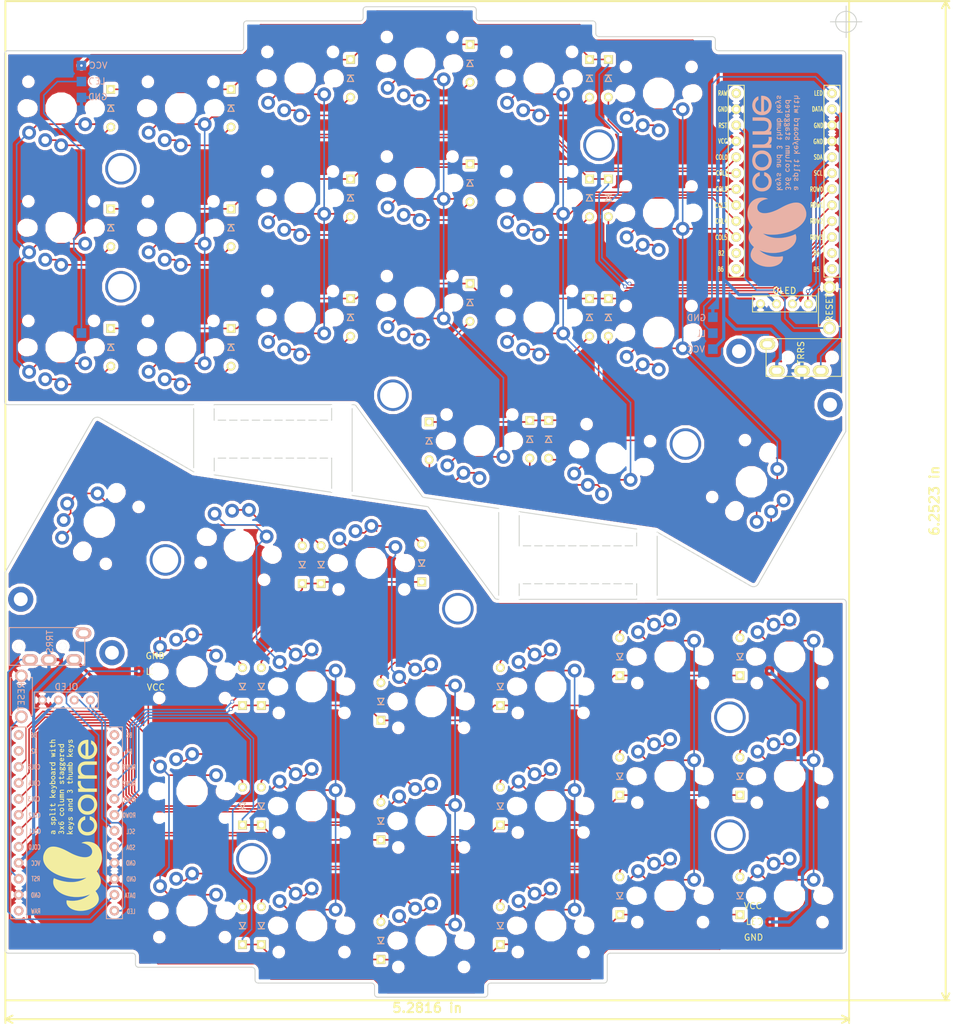
<source format=kicad_pcb>
(kicad_pcb (version 20171130) (host pcbnew "(5.0.0-3-g5ebb6b6)")
  (title_block (title "Corne Light") (date 2018-12-26) (rev 2.1) (company foostan))
  (layers (0 F.Cu signal) (31 B.Cu signal) (34 B.Paste user) (35 F.Paste user) (36 B.SilkS user) (37 F.SilkS user) (38 B.Mask user) (39 F.Mask user) (44 Edge.Cuts user))
  (net 0 "")
  (net 1 row0)
  (net 2 "Net-(D1-Pad2)")
  (net 3 row1)
  (net 4 "Net-(D2-Pad2)")
  (net 5 row2)
  (net 6 "Net-(D3-Pad2)")
  (net 7 row3)
  (net 8 "Net-(D4-Pad2)")
  (net 9 "Net-(D5-Pad2)")
  (net 10 "Net-(D6-Pad2)")
  (net 11 "Net-(D7-Pad2)")
  (net 12 "Net-(D8-Pad2)")
  (net 13 "Net-(D9-Pad2)")
  (net 14 "Net-(D10-Pad2)")
  (net 15 "Net-(D11-Pad2)")
  (net 16 "Net-(D12-Pad2)")
  (net 17 "Net-(D13-Pad2)")
  (net 18 "Net-(D14-Pad2)")
  (net 19 "Net-(D15-Pad2)")
  (net 20 "Net-(D16-Pad2)")
  (net 21 "Net-(D17-Pad2)")
  (net 22 "Net-(D18-Pad2)")
  (net 23 "Net-(D19-Pad2)")
  (net 24 "Net-(D20-Pad2)")
  (net 25 "Net-(D21-Pad2)")
  (net 26 GND)
  (net 27 VCC)
  (net 28 col0)
  (net 29 col1)
  (net 30 col2)
  (net 31 col3)
  (net 32 col4)
  (net 33 col5)
  (net 34 LED)
  (net 35 data)
  (net 36 reset)
  (net 37 SCL)
  (net 38 SDA)
  (net 39 "Net-(U1-Pad14)")
  (net 40 "Net-(U1-Pad13)")
  (net 41 "Net-(U1-Pad12)")
  (net 42 "Net-(U1-Pad11)")
  (net 43 "Net-(J1-PadA)")
  (net 44 "Net-(U1-Pad24)")
  (net 45 "Net-(D22-Pad2)")
  (net 46 row0_r)
  (net 47 "Net-(D23-Pad2)")
  (net 48 "Net-(D24-Pad2)")
  (net 49 "Net-(D25-Pad2)")
  (net 50 "Net-(D26-Pad2)")
  (net 51 "Net-(D27-Pad2)")
  (net 52 row1_r)
  (net 53 "Net-(D28-Pad2)")
  (net 54 "Net-(D29-Pad2)")
  (net 55 "Net-(D30-Pad2)")
  (net 56 "Net-(D31-Pad2)")
  (net 57 "Net-(D32-Pad2)")
  (net 58 "Net-(D33-Pad2)")
  (net 59 row2_r)
  (net 60 "Net-(D34-Pad2)")
  (net 61 "Net-(D35-Pad2)")
  (net 62 "Net-(D36-Pad2)")
  (net 63 "Net-(D37-Pad2)")
  (net 64 "Net-(D38-Pad2)")
  (net 65 "Net-(D39-Pad2)")
  (net 66 "Net-(D40-Pad2)")
  (net 67 row3_r)
  (net 68 "Net-(D41-Pad2)")
  (net 69 "Net-(D42-Pad2)")
  (net 70 "Net-(J4-Pad1)")
  (net 71 data_r)
  (net 72 "Net-(J6-PadA)")
  (net 73 SDA_r)
  (net 74 SCL_r)
  (net 75 LED_r)
  (net 76 "Net-(J10-Pad2)")
  (net 77 reset_r)
  (net 78 col0_r)
  (net 79 col1_r)
  (net 80 col2_r)
  (net 81 col3_r)
  (net 82 col4_r)
  (net 83 col5_r)
  (net 84 "Net-(U2-Pad24)")
  (net 85 "Net-(U2-Pad14)")
  (net 86 "Net-(U2-Pad13)")
  (net 87 "Net-(U2-Pad12)")
  (net 88 "Net-(U2-Pad11)")
  (module kbd:IM_HOLE (layer F.Cu) (at 95.96 104.89 180)
    (fp_text reference Ref** hide)
    (fp_text value Val** hide)
    (pad "" np_thru_hole circle (at 0 0 180) (size 0.5 0.5) (drill 0.5) (layers *.Cu *.Mask))
  )
  (module kbd:IM_HOLE (layer F.Cu) (at 94.16 104.89 180)
    (fp_text reference Ref** hide)
    (fp_text value Val** hide)
    (pad "" np_thru_hole circle (at 0 0 180) (size 0.5 0.5) (drill 0.5) (layers *.Cu *.Mask))
  )
  (module kbd:IM_HOLE (layer F.Cu) (at 95.96 98.88 180)
    (fp_text reference Ref** hide)
    (fp_text value Val** hide)
    (pad "" np_thru_hole circle (at 0 0 180) (size 0.5 0.5) (drill 0.5) (layers *.Cu *.Mask))
  )
  (module kbd:IM_HOLE (layer F.Cu) (at 97.76 98.88 180)
    (fp_text reference Ref** hide)
    (fp_text value Val** hide)
    (pad "" np_thru_hole circle (at 0 0 180) (size 0.5 0.5) (drill 0.5) (layers *.Cu *.Mask))
  )
  (module kbd:IM_HOLE (layer F.Cu) (at 97.76 104.89 180)
    (fp_text reference Ref** hide)
    (fp_text value Val** hide)
    (pad "" np_thru_hole circle (at 0 0 180) (size 0.5 0.5) (drill 0.5) (layers *.Cu *.Mask))
  )
  (module kbd:IM_HOLE (layer F.Cu) (at 94.16 98.88 180)
    (fp_text reference Ref** hide)
    (fp_text value Val** hide)
    (pad "" np_thru_hole circle (at 0 0 180) (size 0.5 0.5) (drill 0.5) (layers *.Cu *.Mask))
  )
  (module kbd:IM_HOLE (layer F.Cu) (at 112.16 104.88 180)
    (fp_text reference Ref** hide)
    (fp_text value Val** hide)
    (pad "" np_thru_hole circle (at 0 0 180) (size 0.5 0.5) (drill 0.5) (layers *.Cu *.Mask))
  )
  (module kbd:IM_HOLE (layer F.Cu) (at 112.16 98.87 180)
    (fp_text reference Ref** hide)
    (fp_text value Val** hide)
    (pad "" np_thru_hole circle (at 0 0 180) (size 0.5 0.5) (drill 0.5) (layers *.Cu *.Mask))
  )
  (module kbd:IM_HOLE (layer F.Cu) (at 106.76 98.87 180)
    (fp_text reference Ref** hide)
    (fp_text value Val** hide)
    (pad "" np_thru_hole circle (at 0 0 180) (size 0.5 0.5) (drill 0.5) (layers *.Cu *.Mask))
  )
  (module kbd:IM_HOLE (layer F.Cu) (at 106.76 104.88 180)
    (fp_text reference Ref** hide)
    (fp_text value Val** hide)
    (pad "" np_thru_hole circle (at 0 0 180) (size 0.5 0.5) (drill 0.5) (layers *.Cu *.Mask))
  )
  (module kbd:IM_HOLE (layer F.Cu) (at 108.56 98.87 180)
    (fp_text reference Ref** hide)
    (fp_text value Val** hide)
    (pad "" np_thru_hole circle (at 0 0 180) (size 0.5 0.5) (drill 0.5) (layers *.Cu *.Mask))
  )
  (module kbd:IM_HOLE (layer F.Cu) (at 108.56 104.88 180)
    (fp_text reference Ref** hide)
    (fp_text value Val** hide)
    (pad "" np_thru_hole circle (at 0 0 180) (size 0.5 0.5) (drill 0.5) (layers *.Cu *.Mask))
  )
  (module kbd:IM_HOLE (layer F.Cu) (at 91.64 107.03 180)
    (fp_text reference Ref** hide)
    (fp_text value Val** hide)
    (pad "" np_thru_hole circle (at 0 0 180) (size 0.5 0.5) (drill 0.5) (layers *.Cu *.Mask))
  )
  (module kbd:IM_HOLE (layer F.Cu) (at 92.73 107.04 180)
    (fp_text reference Ref** hide)
    (fp_text value Val** hide)
    (pad "" np_thru_hole circle (at 0 0 180) (size 0.5 0.5) (drill 0.5) (layers *.Cu *.Mask))
  )
  (module kbd:IM_HOLE (layer F.Cu) (at 99.56 98.88 180)
    (fp_text reference Ref** hide)
    (fp_text value Val** hide)
    (pad "" np_thru_hole circle (at 0 0 180) (size 0.5 0.5) (drill 0.5) (layers *.Cu *.Mask))
  )
  (module kbd:IM_HOLE (layer F.Cu) (at 114.67 107.01 180)
    (fp_text reference Ref** hide)
    (fp_text value Val** hide)
    (pad "" np_thru_hole circle (at 0 0 180) (size 0.5 0.5) (drill 0.5) (layers *.Cu *.Mask))
  )
  (module kbd:IM_HOLE (layer F.Cu) (at 115.76 107.02 180)
    (fp_text reference Ref** hide)
    (fp_text value Val** hide)
    (pad "" np_thru_hole circle (at 0 0 180) (size 0.5 0.5) (drill 0.5) (layers *.Cu *.Mask))
  )
  (module kbd:IM_HOLE (layer F.Cu) (at 103.16 104.89 180)
    (fp_text reference Ref** hide)
    (fp_text value Val** hide)
    (pad "" np_thru_hole circle (at 0 0 180) (size 0.5 0.5) (drill 0.5) (layers *.Cu *.Mask))
  )
  (module kbd:IM_HOLE (layer F.Cu) (at 92.73 93.58 180)
    (fp_text reference Ref** hide)
    (fp_text value Val** hide)
    (pad "" np_thru_hole circle (at 0 0 180) (size 0.5 0.5) (drill 0.5) (layers *.Cu *.Mask))
  )
  (module kbd:IM_HOLE (layer F.Cu) (at 90.55 93.25 180)
    (fp_text reference Ref** hide)
    (fp_text value Val** hide)
    (pad "" np_thru_hole circle (at 0 0 180) (size 0.5 0.5) (drill 0.5) (layers *.Cu *.Mask))
  )
  (module kbd:IM_HOLE (layer F.Cu) (at 93.82 93.74 180)
    (fp_text reference Ref** hide)
    (fp_text value Val** hide)
    (pad "" np_thru_hole circle (at 0 0 180) (size 0.5 0.5) (drill 0.5) (layers *.Cu *.Mask))
  )
  (module kbd:IM_HOLE (layer F.Cu) (at 101.36 104.89 180)
    (fp_text reference Ref** hide)
    (fp_text value Val** hide)
    (pad "" np_thru_hole circle (at 0 0 180) (size 0.5 0.5) (drill 0.5) (layers *.Cu *.Mask))
  )
  (module kbd:IM_HOLE (layer F.Cu) (at 91.64 93.42 180)
    (fp_text reference Ref** hide)
    (fp_text value Val** hide)
    (pad "" np_thru_hole circle (at 0 0 180) (size 0.5 0.5) (drill 0.5) (layers *.Cu *.Mask))
  )
  (module kbd:IM_HOLE (layer F.Cu) (at 114.66 96.84 180)
    (fp_text reference Ref** hide)
    (fp_text value Val** hide)
    (pad "" np_thru_hole circle (at 0 0 180) (size 0.5 0.5) (drill 0.5) (layers *.Cu *.Mask))
  )
  (module kbd:IM_HOLE (layer F.Cu) (at 112.48 96.51 180)
    (fp_text reference Ref** hide)
    (fp_text value Val** hide)
    (pad "" np_thru_hole circle (at 0 0 180) (size 0.5 0.5) (drill 0.5) (layers *.Cu *.Mask))
  )
  (module kbd:IM_HOLE (layer F.Cu) (at 90.55 107.02 180)
    (fp_text reference Ref** hide)
    (fp_text value Val** hide)
    (pad "" np_thru_hole circle (at 0 0 180) (size 0.5 0.5) (drill 0.5) (layers *.Cu *.Mask))
  )
  (module kbd:IM_HOLE (layer F.Cu) (at 112.49 106.99 180)
    (fp_text reference Ref** hide)
    (fp_text value Val** hide)
    (pad "" np_thru_hole circle (at 0 0 180) (size 0.5 0.5) (drill 0.5) (layers *.Cu *.Mask))
  )
  (module kbd:IM_HOLE (layer F.Cu) (at 113.58 107 180)
    (fp_text reference Ref** hide)
    (fp_text value Val** hide)
    (pad "" np_thru_hole circle (at 0 0 180) (size 0.5 0.5) (drill 0.5) (layers *.Cu *.Mask))
  )
  (module kbd:IM_HOLE (layer F.Cu) (at 113.57 96.68 180)
    (fp_text reference Ref** hide)
    (fp_text value Val** hide)
    (pad "" np_thru_hole circle (at 0 0 180) (size 0.5 0.5) (drill 0.5) (layers *.Cu *.Mask))
  )
  (module kbd:IM_HOLE (layer F.Cu) (at 93.82 107.05 180)
    (fp_text reference Ref** hide)
    (fp_text value Val** hide)
    (pad "" np_thru_hole circle (at 0 0 180) (size 0.5 0.5) (drill 0.5) (layers *.Cu *.Mask))
  )
  (module kbd:IM_HOLE (layer F.Cu) (at 115.75 97.02 180)
    (fp_text reference Ref** hide)
    (fp_text value Val** hide)
    (pad "" np_thru_hole circle (at 0 0 180) (size 0.5 0.5) (drill 0.5) (layers *.Cu *.Mask))
  )
  (module kbd:IM_HOLE (layer F.Cu) (at 103.16 98.88 180)
    (fp_text reference Ref** hide)
    (fp_text value Val** hide)
    (pad "" np_thru_hole circle (at 0 0 180) (size 0.5 0.5) (drill 0.5) (layers *.Cu *.Mask))
  )
  (module kbd:IM_HOLE (layer F.Cu) (at 104.96 98.88 180)
    (fp_text reference Ref** hide)
    (fp_text value Val** hide)
    (pad "" np_thru_hole circle (at 0 0 180) (size 0.5 0.5) (drill 0.5) (layers *.Cu *.Mask))
  )
  (module kbd:IM_HOLE (layer F.Cu) (at 104.96 104.89 180)
    (fp_text reference Ref** hide)
    (fp_text value Val** hide)
    (pad "" np_thru_hole circle (at 0 0 180) (size 0.5 0.5) (drill 0.5) (layers *.Cu *.Mask))
  )
  (module kbd:IM_HOLE (layer F.Cu) (at 99.56 104.89 180)
    (fp_text reference Ref** hide)
    (fp_text value Val** hide)
    (pad "" np_thru_hole circle (at 0 0 180) (size 0.5 0.5) (drill 0.5) (layers *.Cu *.Mask))
  )
  (module kbd:IM_HOLE (layer F.Cu) (at 101.36 98.88 180)
    (fp_text reference Ref** hide)
    (fp_text value Val** hide)
    (pad "" np_thru_hole circle (at 0 0 180) (size 0.5 0.5) (drill 0.5) (layers *.Cu *.Mask))
  )
  (module kbd:IM_HOLE (layer F.Cu) (at 110.36 104.88 180)
    (fp_text reference Ref** hide)
    (fp_text value Val** hide)
    (pad "" np_thru_hole circle (at 0 0 180) (size 0.5 0.5) (drill 0.5) (layers *.Cu *.Mask))
  )
  (module kbd:IM_HOLE (layer F.Cu) (at 110.36 98.87 180)
    (fp_text reference Ref** hide)
    (fp_text value Val** hide)
    (pad "" np_thru_hole circle (at 0 0 180) (size 0.5 0.5) (drill 0.5) (layers *.Cu *.Mask))
  )
  (module kbd:IM_HOLE (layer F.Cu) (at 65.09 90.18)
    (fp_text reference Ref** hide)
    (fp_text value Val** hide)
    (pad "" np_thru_hole circle (at 0 0) (size 0.5 0.5) (drill 0.5) (layers *.Cu *.Mask))
  )
  (module kbd:IM_HOLE (layer F.Cu) (at 67.27 90.51)
    (fp_text reference Ref** hide)
    (fp_text value Val** hide)
    (pad "" np_thru_hole circle (at 0 0) (size 0.5 0.5) (drill 0.5) (layers *.Cu *.Mask))
  )
  (module kbd:IM_HOLE (layer F.Cu) (at 66.18 90.34)
    (fp_text reference Ref** hide)
    (fp_text value Val** hide)
    (pad "" np_thru_hole circle (at 0 0) (size 0.5 0.5) (drill 0.5) (layers *.Cu *.Mask))
  )
  (module kbd:IM_HOLE (layer F.Cu) (at 64 90.02)
    (fp_text reference Ref** hide)
    (fp_text value Val** hide)
    (pad "" np_thru_hole circle (at 0 0) (size 0.5 0.5) (drill 0.5) (layers *.Cu *.Mask))
  )
  (module kbd:IM_HOLE (layer F.Cu) (at 43.16 86.92)
    (fp_text reference Ref** hide)
    (fp_text value Val** hide)
    (pad "" np_thru_hole circle (at 0 0) (size 0.5 0.5) (drill 0.5) (layers *.Cu *.Mask))
  )
  (module kbd:IM_HOLE (layer F.Cu) (at 42.07 86.74)
    (fp_text reference Ref** hide)
    (fp_text value Val** hide)
    (pad "" np_thru_hole circle (at 0 0) (size 0.5 0.5) (drill 0.5) (layers *.Cu *.Mask))
  )
  (module kbd:IM_HOLE (layer F.Cu) (at 45.34 87.25)
    (fp_text reference Ref** hide)
    (fp_text value Val** hide)
    (pad "" np_thru_hole circle (at 0 0) (size 0.5 0.5) (drill 0.5) (layers *.Cu *.Mask))
  )
  (module kbd:IM_HOLE (layer F.Cu) (at 44.25 87.08)
    (fp_text reference Ref** hide)
    (fp_text value Val** hide)
    (pad "" np_thru_hole circle (at 0 0) (size 0.5 0.5) (drill 0.5) (layers *.Cu *.Mask))
  )
  (module kbd:IM_HOLE (layer F.Cu) (at 45.66 84.89)
    (fp_text reference Ref** hide)
    (fp_text value Val** hide)
    (pad "" np_thru_hole circle (at 0 0) (size 0.5 0.5) (drill 0.5) (layers *.Cu *.Mask))
  )
  (module kbd:IM_HOLE (layer F.Cu) (at 45.66 78.88)
    (fp_text reference Ref** hide)
    (fp_text value Val** hide)
    (pad "" np_thru_hole circle (at 0 0) (size 0.5 0.5) (drill 0.5) (layers *.Cu *.Mask))
  )
  (module kbd:IM_HOLE (layer F.Cu) (at 63.66 84.88)
    (fp_text reference Ref** hide)
    (fp_text value Val** hide)
    (pad "" np_thru_hole circle (at 0 0) (size 0.5 0.5) (drill 0.5) (layers *.Cu *.Mask))
  )
  (module kbd:IM_HOLE (layer F.Cu) (at 63.66 78.87)
    (fp_text reference Ref** hide)
    (fp_text value Val** hide)
    (pad "" np_thru_hole circle (at 0 0) (size 0.5 0.5) (drill 0.5) (layers *.Cu *.Mask))
  )
  (module kbd:IM_HOLE (layer F.Cu) (at 65.09 76.72)
    (fp_text reference Ref** hide)
    (fp_text value Val** hide)
    (pad "" np_thru_hole circle (at 0 0) (size 0.5 0.5) (drill 0.5) (layers *.Cu *.Mask))
  )
  (module kbd:IM_HOLE (layer F.Cu) (at 64 76.71)
    (fp_text reference Ref** hide)
    (fp_text value Val** hide)
    (pad "" np_thru_hole circle (at 0 0) (size 0.5 0.5) (drill 0.5) (layers *.Cu *.Mask))
  )
  (module kbd:IM_HOLE (layer F.Cu) (at 67.27 76.74)
    (fp_text reference Ref** hide)
    (fp_text value Val** hide)
    (pad "" np_thru_hole circle (at 0 0) (size 0.5 0.5) (drill 0.5) (layers *.Cu *.Mask))
  )
  (module kbd:IM_HOLE (layer F.Cu) (at 66.18 76.73)
    (fp_text reference Ref** hide)
    (fp_text value Val** hide)
    (pad "" np_thru_hole circle (at 0 0) (size 0.5 0.5) (drill 0.5) (layers *.Cu *.Mask))
  )
  (module kbd:IM_HOLE (layer F.Cu) (at 43.15 76.75)
    (fp_text reference Ref** hide)
    (fp_text value Val** hide)
    (pad "" np_thru_hole circle (at 0 0) (size 0.5 0.5) (drill 0.5) (layers *.Cu *.Mask))
  )
  (module kbd:IM_HOLE (layer F.Cu) (at 42.06 76.74)
    (fp_text reference Ref** hide)
    (fp_text value Val** hide)
    (pad "" np_thru_hole circle (at 0 0) (size 0.5 0.5) (drill 0.5) (layers *.Cu *.Mask))
  )
  (module kbd:IM_HOLE (layer F.Cu) (at 45.33 76.77)
    (fp_text reference Ref** hide)
    (fp_text value Val** hide)
    (pad "" np_thru_hole circle (at 0 0) (size 0.5 0.5) (drill 0.5) (layers *.Cu *.Mask))
  )
  (module kbd:IM_HOLE (layer F.Cu) (at 44.24 76.76)
    (fp_text reference Ref** hide)
    (fp_text value Val** hide)
    (pad "" np_thru_hole circle (at 0 0) (size 0.5 0.5) (drill 0.5) (layers *.Cu *.Mask))
  )
  (module kbd:IM_HOLE (layer F.Cu) (at 61.86 78.87)
    (fp_text reference Ref** hide)
    (fp_text value Val** hide)
    (pad "" np_thru_hole circle (at 0 0) (size 0.5 0.5) (drill 0.5) (layers *.Cu *.Mask))
  )
  (module kbd:IM_HOLE (layer F.Cu) (at 61.86 84.88)
    (fp_text reference Ref** hide)
    (fp_text value Val** hide)
    (pad "" np_thru_hole circle (at 0 0) (size 0.5 0.5) (drill 0.5) (layers *.Cu *.Mask))
  )
  (module kbd:IM_HOLE (layer F.Cu) (at 60.06 84.88)
    (fp_text reference Ref** hide)
    (fp_text value Val** hide)
    (pad "" np_thru_hole circle (at 0 0) (size 0.5 0.5) (drill 0.5) (layers *.Cu *.Mask))
  )
  (module kbd:IM_HOLE (layer F.Cu) (at 60.06 78.87)
    (fp_text reference Ref** hide)
    (fp_text value Val** hide)
    (pad "" np_thru_hole circle (at 0 0) (size 0.5 0.5) (drill 0.5) (layers *.Cu *.Mask))
  )
  (module kbd:IM_HOLE (layer F.Cu) (at 52.86 78.87)
    (fp_text reference Ref** hide)
    (fp_text value Val** hide)
    (pad "" np_thru_hole circle (at 0 0) (size 0.5 0.5) (drill 0.5) (layers *.Cu *.Mask))
  )
  (module kbd:IM_HOLE (layer F.Cu) (at 52.86 84.88)
    (fp_text reference Ref** hide)
    (fp_text value Val** hide)
    (pad "" np_thru_hole circle (at 0 0) (size 0.5 0.5) (drill 0.5) (layers *.Cu *.Mask))
  )
  (module kbd:IM_HOLE (layer F.Cu) (at 58.26 84.88)
    (fp_text reference Ref** hide)
    (fp_text value Val** hide)
    (pad "" np_thru_hole circle (at 0 0) (size 0.5 0.5) (drill 0.5) (layers *.Cu *.Mask))
  )
  (module kbd:IM_HOLE (layer F.Cu) (at 58.26 78.87)
    (fp_text reference Ref** hide)
    (fp_text value Val** hide)
    (pad "" np_thru_hole circle (at 0 0) (size 0.5 0.5) (drill 0.5) (layers *.Cu *.Mask))
  )
  (module kbd:IM_HOLE (layer F.Cu) (at 56.46 84.88)
    (fp_text reference Ref** hide)
    (fp_text value Val** hide)
    (pad "" np_thru_hole circle (at 0 0) (size 0.5 0.5) (drill 0.5) (layers *.Cu *.Mask))
  )
  (module kbd:IM_HOLE (layer F.Cu) (at 56.46 78.87)
    (fp_text reference Ref** hide)
    (fp_text value Val** hide)
    (pad "" np_thru_hole circle (at 0 0) (size 0.5 0.5) (drill 0.5) (layers *.Cu *.Mask))
  )
  (module kbd:IM_HOLE (layer F.Cu) (at 54.66 78.87)
    (fp_text reference Ref** hide)
    (fp_text value Val** hide)
    (pad "" np_thru_hole circle (at 0 0) (size 0.5 0.5) (drill 0.5) (layers *.Cu *.Mask))
  )
  (module kbd:IM_HOLE (layer F.Cu) (at 54.66 84.88)
    (fp_text reference Ref** hide)
    (fp_text value Val** hide)
    (pad "" np_thru_hole circle (at 0 0) (size 0.5 0.5) (drill 0.5) (layers *.Cu *.Mask))
  )
  (module kbd:IM_HOLE (layer F.Cu) (at 49.26 78.88)
    (fp_text reference Ref** hide)
    (fp_text value Val** hide)
    (pad "" np_thru_hole circle (at 0 0) (size 0.5 0.5) (drill 0.5) (layers *.Cu *.Mask))
  )
  (module kbd:IM_HOLE (layer F.Cu) (at 49.26 84.89)
    (fp_text reference Ref** hide)
    (fp_text value Val** hide)
    (pad "" np_thru_hole circle (at 0 0) (size 0.5 0.5) (drill 0.5) (layers *.Cu *.Mask))
  )
  (module kbd:IM_HOLE (layer F.Cu) (at 51.06 78.88)
    (fp_text reference Ref** hide)
    (fp_text value Val** hide)
    (pad "" np_thru_hole circle (at 0 0) (size 0.5 0.5) (drill 0.5) (layers *.Cu *.Mask))
  )
  (module kbd:IM_HOLE (layer F.Cu) (at 51.06 84.89)
    (fp_text reference Ref** hide)
    (fp_text value Val** hide)
    (pad "" np_thru_hole circle (at 0 0) (size 0.5 0.5) (drill 0.5) (layers *.Cu *.Mask))
  )
  (module kbd:IM_HOLE (layer F.Cu) (at 47.46 78.88)
    (fp_text reference Ref** hide)
    (fp_text value Val** hide)
    (pad "" np_thru_hole circle (at 0 0) (size 0.5 0.5) (drill 0.5) (layers *.Cu *.Mask))
  )
  (module kbd:IM_HOLE (layer F.Cu) (at 47.46 84.89)
    (fp_text reference Ref** hide)
    (fp_text value Val** hide)
    (pad "" np_thru_hole circle (at 0 0) (size 0.5 0.5) (drill 0.5) (layers *.Cu *.Mask))
  )
  (module kbd:CherryMX_Choc_1u (layer B.Cu) (at 79.82 123.59 180)
    (fp_text reference SW37 hide)
    (fp_text value SW_PUSH hide)
    (pad "" np_thru_hole circle (at -5.22 -4.2 180) (size 1 1) (drill 1) (layers *.Cu *.Mask))
    (pad "" np_thru_hole circle (at 5.22 -4.2 180) (size 1 1) (drill 1) (layers *.Cu *.Mask))
    (pad "" np_thru_hole circle (at -5.08 0 180) (size 1.7 1.7) (drill 1.7) (layers *.Cu *.Mask))
    (pad "" np_thru_hole circle (at 5.08 0 180) (size 1.7 1.7) (drill 1.7) (layers *.Cu *.Mask))
    (pad 1 thru_hole circle (at -3.81 2.54 130) (size 2.2 2.2) (drill 1.2) (layers *.Cu *.Mask) (net 81 col3_r))
    (pad 2 thru_hole circle (at 2.54 5.08 180) (size 2.2 2.2) (drill 1.2) (layers *.Cu *.Mask) (net 63 "Net-(D37-Pad2)"))
    (pad 2 thru_hole circle (at 0 5.9 90) (size 2.2 2.2) (drill 1.2) (layers *.Cu *.Mask) (net 63 "Net-(D37-Pad2)"))
    (pad "" np_thru_hole circle (at 5.5 0 90) (size 1.9 1.9) (drill 1.9) (layers *.Cu *.Mask))
    (pad "" np_thru_hole circle (at -5.5 0 90) (size 1.9 1.9) (drill 1.9) (layers *.Cu *.Mask))
    (pad "" np_thru_hole circle (at 0 0 90) (size 4 4) (drill 4) (layers *.Cu *.Mask))
    (pad 1 thru_hole circle (at 5.1 3.9 230) (size 2.2 2.2) (drill 1.2) (layers *.Cu *.Mask) (net 81 col3_r))
  )
  (module kbd:ProMicro_v2_1side (layer B.Cu) (at 21.81 142.37)
    (fp_text reference U2 hide)
    (fp_text value ProMicro hide)
    (fp_text user "" (at -0.5 17.25) (layer B.SilkS) (effects (justify mirror)))
    (fp_text user "" (at -1.2065 16.256) (layer F.SilkS))
    (fp_text user RAW (at -4.8555 14.558) (layer B.SilkS) (effects (font (size 0.75 0.5) (thickness 0.125)) (justify mirror)))
    (fp_text user LED (at 10.3 14.598) (layer B.SilkS) (effects (font (size 0.75 0.5) (thickness 0.125)) (justify mirror)))
    (fp_text user GND (at -4.8555 12.018) (layer B.SilkS) (effects (font (size 0.75 0.5) (thickness 0.125)) (justify mirror)))
    (fp_text user DATA (at 10.15 12.07) (layer B.SilkS) (effects (font (size 0.75 0.5) (thickness 0.125)) (justify mirror)))
    (fp_text user RST (at -4.8555 9.4145) (layer B.SilkS) (effects (font (size 0.75 0.5) (thickness 0.125)) (justify mirror)))
    (fp_text user GND (at 10.3245 9.4545) (layer B.SilkS) (effects (font (size 0.75 0.5) (thickness 0.125)) (justify mirror)))
    (fp_text user VCC (at -4.8555 6.938) (layer B.SilkS) (effects (font (size 0.75 0.5) (thickness 0.125)) (justify mirror)))
    (fp_text user GND (at 10.261 6.9145) (layer B.SilkS) (effects (font (size 0.75 0.5) (thickness 0.125)) (justify mirror)))
    (fp_text user COL3 (at -5.14 -3.27) (layer B.SilkS) (effects (font (size 0.75 0.5) (thickness 0.125)) (justify mirror)))
    (fp_text user ROW0 (at 10 -0.68) (layer B.SilkS) (effects (font (size 0.75 0.5) (thickness 0.125)) (justify mirror)))
    (fp_text user COL2 (at -5.04 -0.682) (layer B.SilkS) (effects (font (size 0.75 0.5) (thickness 0.125)) (justify mirror)))
    (fp_text user SCL (at 10.261 1.898) (layer B.SilkS) (effects (font (size 0.75 0.5) (thickness 0.125)) (justify mirror)))
    (fp_text user COL1 (at -4.99 1.858) (layer B.SilkS) (effects (font (size 0.75 0.5) (thickness 0.125)) (justify mirror)))
    (fp_text user SDA (at 10.261 4.438) (layer B.SilkS) (effects (font (size 0.75 0.5) (thickness 0.125)) (justify mirror)))
    (fp_text user COL0 (at -5.04 4.38) (layer B.SilkS) (effects (font (size 0.75 0.5) (thickness 0.125)) (justify mirror)))
    (fp_text user B6 (at -5.19 -13.42) (layer B.SilkS) (effects (font (size 0.75 0.5) (thickness 0.125)) (justify mirror)))
    (fp_text user B5 (at 10 -13.4055) (layer B.SilkS) (effects (font (size 0.75 0.5) (thickness 0.125)) (justify mirror)))
    (fp_text user B4 (at 10 -10.802) (layer B.SilkS) (effects (font (size 0.75 0.5) (thickness 0.125)) (justify mirror)))
    (fp_text user B2 (at -5.09 -10.87) (layer B.SilkS) (effects (font (size 0.75 0.5) (thickness 0.125)) (justify mirror)))
    (fp_text user ROW3 (at 10 -8.3255) (layer B.SilkS) (effects (font (size 0.75 0.5) (thickness 0.125)) (justify mirror)))
    (fp_text user COL5 (at -5.09 -8.3655) (layer B.SilkS) (effects (font (size 0.75 0.5) (thickness 0.125)) (justify mirror)))
    (fp_text user ROW2 (at 10 -5.73) (layer B.SilkS) (effects (font (size 0.75 0.5) (thickness 0.125)) (justify mirror)))
    (fp_text user COL4 (at -5.09 -5.77) (layer B.SilkS) (effects (font (size 0.75 0.5) (thickness 0.125)) (justify mirror)))
    (fp_text user ROW1 (at 10.05 -3.182) (layer B.SilkS) (effects (font (size 0.75 0.5) (thickness 0.125)) (justify mirror)))
    (pad 1 thru_hole circle (at 7.6564 14.478) (size 1.524 1.524) (drill 0.8128) (layers *.Cu *.Mask B.SilkS) (net 75 LED_r))
    (pad 2 thru_hole circle (at 7.6564 11.938) (size 1.524 1.524) (drill 0.8128) (layers *.Cu *.Mask B.SilkS) (net 71 data_r))
    (pad 3 thru_hole circle (at 7.6564 9.398) (size 1.524 1.524) (drill 0.8128) (layers *.Cu *.Mask B.SilkS) (net 26 GND))
    (pad 4 thru_hole circle (at 7.6564 6.858) (size 1.524 1.524) (drill 0.8128) (layers *.Cu *.Mask B.SilkS) (net 26 GND))
    (pad 5 thru_hole circle (at 7.6564 4.318) (size 1.524 1.524) (drill 0.8128) (layers *.Cu *.Mask B.SilkS) (net 73 SDA_r))
    (pad 6 thru_hole circle (at 7.6564 1.778) (size 1.524 1.524) (drill 0.8128) (layers *.Cu *.Mask B.SilkS) (net 74 SCL_r))
    (pad 7 thru_hole circle (at 7.6564 -0.762) (size 1.524 1.524) (drill 0.8128) (layers *.Cu *.Mask B.SilkS) (net 46 row0_r))
    (pad 8 thru_hole circle (at 7.6564 -3.302) (size 1.524 1.524) (drill 0.8128) (layers *.Cu *.Mask B.SilkS) (net 52 row1_r))
    (pad 9 thru_hole circle (at 7.6564 -5.842) (size 1.524 1.524) (drill 0.8128) (layers *.Cu *.Mask B.SilkS) (net 59 row2_r))
    (pad 10 thru_hole circle (at 7.6564 -8.382) (size 1.524 1.524) (drill 0.8128) (layers *.Cu *.Mask B.SilkS) (net 67 row3_r))
    (pad 11 thru_hole circle (at 7.6564 -10.922) (size 1.524 1.524) (drill 0.8128) (layers *.Cu *.Mask B.SilkS) (net 88 "Net-(U2-Pad11)"))
    (pad 12 thru_hole circle (at 7.6564 -13.462) (size 1.524 1.524) (drill 0.8128) (layers *.Cu *.Mask B.SilkS) (net 87 "Net-(U2-Pad12)"))
    (pad 13 thru_hole circle (at -7.5636 -13.462) (size 1.524 1.524) (drill 0.8128) (layers *.Cu *.Mask B.SilkS) (net 86 "Net-(U2-Pad13)"))
    (pad 14 thru_hole circle (at -7.5636 -10.922) (size 1.524 1.524) (drill 0.8128) (layers *.Cu *.Mask B.SilkS) (net 85 "Net-(U2-Pad14)"))
    (pad 15 thru_hole circle (at -7.5636 -8.382) (size 1.524 1.524) (drill 0.8128) (layers *.Cu *.Mask B.SilkS) (net 83 col5_r))
    (pad 16 thru_hole circle (at -7.5636 -5.842) (size 1.524 1.524) (drill 0.8128) (layers *.Cu *.Mask B.SilkS) (net 82 col4_r))
    (pad 17 thru_hole circle (at -7.5636 -3.302) (size 1.524 1.524) (drill 0.8128) (layers *.Cu *.Mask B.SilkS) (net 81 col3_r))
    (pad 18 thru_hole circle (at -7.5636 -0.762) (size 1.524 1.524) (drill 0.8128) (layers *.Cu *.Mask B.SilkS) (net 80 col2_r))
    (pad 19 thru_hole circle (at -7.5636 1.778) (size 1.524 1.524) (drill 0.8128) (layers *.Cu *.Mask B.SilkS) (net 79 col1_r))
    (pad 20 thru_hole circle (at -7.5636 4.318) (size 1.524 1.524) (drill 0.8128) (layers *.Cu *.Mask B.SilkS) (net 78 col0_r))
    (pad 21 thru_hole circle (at -7.5636 6.858) (size 1.524 1.524) (drill 0.8128) (layers *.Cu *.Mask B.SilkS) (net 27 VCC))
    (pad 22 thru_hole circle (at -7.5636 9.398) (size 1.524 1.524) (drill 0.8128) (layers *.Cu *.Mask B.SilkS) (net 77 reset_r))
    (pad 23 thru_hole circle (at -7.5636 11.938) (size 1.524 1.524) (drill 0.8128) (layers *.Cu *.Mask B.SilkS) (net 26 GND))
    (pad 24 thru_hole circle (at -7.5636 14.478) (size 1.524 1.524) (drill 0.8128) (layers *.Cu *.Mask B.SilkS) (net 84 "Net-(U2-Pad24)"))
  )
  (module kbd:CherryMX_Choc_1u (layer B.Cu) (at 41.82 118.84 180)
    (fp_text reference SW39 hide)
    (fp_text value SW_PUSH hide)
    (pad 1 thru_hole circle (at 5.1 3.9 230) (size 2.2 2.2) (drill 1.2) (layers *.Cu *.Mask) (net 83 col5_r))
    (pad "" np_thru_hole circle (at 0 0 90) (size 4 4) (drill 4) (layers *.Cu *.Mask))
    (pad "" np_thru_hole circle (at -5.5 0 90) (size 1.9 1.9) (drill 1.9) (layers *.Cu *.Mask))
    (pad "" np_thru_hole circle (at 5.5 0 90) (size 1.9 1.9) (drill 1.9) (layers *.Cu *.Mask))
    (pad 2 thru_hole circle (at 0 5.9 90) (size 2.2 2.2) (drill 1.2) (layers *.Cu *.Mask) (net 65 "Net-(D39-Pad2)"))
    (pad 2 thru_hole circle (at 2.54 5.08 180) (size 2.2 2.2) (drill 1.2) (layers *.Cu *.Mask) (net 65 "Net-(D39-Pad2)"))
    (pad 1 thru_hole circle (at -3.81 2.54 130) (size 2.2 2.2) (drill 1.2) (layers *.Cu *.Mask) (net 83 col5_r))
    (pad "" np_thru_hole circle (at 5.08 0 180) (size 1.7 1.7) (drill 1.7) (layers *.Cu *.Mask))
    (pad "" np_thru_hole circle (at -5.08 0 180) (size 1.7 1.7) (drill 1.7) (layers *.Cu *.Mask))
    (pad "" np_thru_hole circle (at 5.22 -4.2 180) (size 1 1) (drill 1) (layers *.Cu *.Mask))
    (pad "" np_thru_hole circle (at -5.22 -4.2 180) (size 1 1) (drill 1) (layers *.Cu *.Mask))
  )
  (module kbd:CherryMX_Choc_1u (layer B.Cu) (at 136.82 135.465 180)
    (fp_text reference SW28 hide)
    (fp_text value SW_PUSH hide)
    (pad 1 thru_hole circle (at 5.1 3.9 230) (size 2.2 2.2) (drill 1.2) (layers *.Cu *.Mask) (net 78 col0_r))
    (pad "" np_thru_hole circle (at 0 0 90) (size 4 4) (drill 4) (layers *.Cu *.Mask))
    (pad "" np_thru_hole circle (at -5.5 0 90) (size 1.9 1.9) (drill 1.9) (layers *.Cu *.Mask))
    (pad "" np_thru_hole circle (at 5.5 0 90) (size 1.9 1.9) (drill 1.9) (layers *.Cu *.Mask))
    (pad 2 thru_hole circle (at 0 5.9 90) (size 2.2 2.2) (drill 1.2) (layers *.Cu *.Mask) (net 53 "Net-(D28-Pad2)"))
    (pad 2 thru_hole circle (at 2.54 5.08 180) (size 2.2 2.2) (drill 1.2) (layers *.Cu *.Mask) (net 53 "Net-(D28-Pad2)"))
    (pad 1 thru_hole circle (at -3.81 2.54 130) (size 2.2 2.2) (drill 1.2) (layers *.Cu *.Mask) (net 78 col0_r))
    (pad "" np_thru_hole circle (at 5.08 0 180) (size 1.7 1.7) (drill 1.7) (layers *.Cu *.Mask))
    (pad "" np_thru_hole circle (at -5.08 0 180) (size 1.7 1.7) (drill 1.7) (layers *.Cu *.Mask))
    (pad "" np_thru_hole circle (at 5.22 -4.2 180) (size 1 1) (drill 1) (layers *.Cu *.Mask))
    (pad "" np_thru_hole circle (at -5.22 -4.2 180) (size 1 1) (drill 1) (layers *.Cu *.Mask))
  )
  (module kbd:CherryMX_Choc_1u (layer B.Cu) (at 117.82 154.465 180)
    (fp_text reference SW23 hide)
    (fp_text value SW_PUSH hide)
    (pad 1 thru_hole circle (at 5.1 3.9 230) (size 2.2 2.2) (drill 1.2) (layers *.Cu *.Mask) (net 79 col1_r))
    (pad "" np_thru_hole circle (at 0 0 90) (size 4 4) (drill 4) (layers *.Cu *.Mask))
    (pad "" np_thru_hole circle (at -5.5 0 90) (size 1.9 1.9) (drill 1.9) (layers *.Cu *.Mask))
    (pad "" np_thru_hole circle (at 5.5 0 90) (size 1.9 1.9) (drill 1.9) (layers *.Cu *.Mask))
    (pad 2 thru_hole circle (at 0 5.9 90) (size 2.2 2.2) (drill 1.2) (layers *.Cu *.Mask) (net 47 "Net-(D23-Pad2)"))
    (pad 2 thru_hole circle (at 2.54 5.08 180) (size 2.2 2.2) (drill 1.2) (layers *.Cu *.Mask) (net 47 "Net-(D23-Pad2)"))
    (pad 1 thru_hole circle (at -3.81 2.54 130) (size 2.2 2.2) (drill 1.2) (layers *.Cu *.Mask) (net 79 col1_r))
    (pad "" np_thru_hole circle (at 5.08 0 180) (size 1.7 1.7) (drill 1.7) (layers *.Cu *.Mask))
    (pad "" np_thru_hole circle (at -5.08 0 180) (size 1.7 1.7) (drill 1.7) (layers *.Cu *.Mask))
    (pad "" np_thru_hole circle (at 5.22 -4.2 180) (size 1 1) (drill 1) (layers *.Cu *.Mask))
    (pad "" np_thru_hole circle (at -5.22 -4.2 180) (size 1 1) (drill 1) (layers *.Cu *.Mask))
  )
  (module kbd:D3_TH (layer F.Cu) (at 49.82 140.215 90)
    (fp_text reference D33 hide)
    (fp_text value D hide)
    (pad 1 thru_hole rect (at -3 0 90) (size 1.397 1.397) (drill 0.8128) (layers *.Cu *.Mask F.SilkS) (net 52 row1_r))
    (pad 2 thru_hole circle (at 3 0 90) (size 1.397 1.397) (drill 0.8128) (layers *.Cu *.Mask F.SilkS) (net 58 "Net-(D33-Pad2)"))
  )
  (module kbd:D3_TH (layer F.Cu) (at 52.82 140.215 90)
    (fp_text reference D32 hide)
    (fp_text value D hide)
    (pad 2 thru_hole circle (at 3 0 90) (size 1.397 1.397) (drill 0.8128) (layers *.Cu *.Mask F.SilkS) (net 57 "Net-(D32-Pad2)"))
    (pad 1 thru_hole rect (at -3 0 90) (size 1.397 1.397) (drill 0.8128) (layers *.Cu *.Mask F.SilkS) (net 52 row1_r))
  )
  (module kbd:D3_TH (layer F.Cu) (at 71.82 142.59 90)
    (fp_text reference D31 hide)
    (fp_text value D hide)
    (pad 1 thru_hole rect (at -3 0 90) (size 1.397 1.397) (drill 0.8128) (layers *.Cu *.Mask F.SilkS) (net 52 row1_r))
    (pad 2 thru_hole circle (at 3 0 90) (size 1.397 1.397) (drill 0.8128) (layers *.Cu *.Mask F.SilkS) (net 56 "Net-(D31-Pad2)"))
  )
  (module kbd:D3_TH (layer F.Cu) (at 90.82 140.215 90)
    (fp_text reference D30 hide)
    (fp_text value D hide)
    (pad 1 thru_hole rect (at -3 0 90) (size 1.397 1.397) (drill 0.8128) (layers *.Cu *.Mask F.SilkS) (net 52 row1_r))
    (pad 2 thru_hole circle (at 3 0 90) (size 1.397 1.397) (drill 0.8128) (layers *.Cu *.Mask F.SilkS) (net 55 "Net-(D30-Pad2)"))
  )
  (module kbd:D3_TH (layer F.Cu) (at 109.82 135.465 90)
    (fp_text reference D29 hide)
    (fp_text value D hide)
    (pad 2 thru_hole circle (at 3 0 90) (size 1.397 1.397) (drill 0.8128) (layers *.Cu *.Mask F.SilkS) (net 54 "Net-(D29-Pad2)"))
    (pad 1 thru_hole rect (at -3 0 90) (size 1.397 1.397) (drill 0.8128) (layers *.Cu *.Mask F.SilkS) (net 52 row1_r))
  )
  (module kbd:D3_TH (layer F.Cu) (at 128.93 135.465 90)
    (fp_text reference D28 hide)
    (fp_text value D hide)
    (pad 1 thru_hole rect (at -3 0 90) (size 1.397 1.397) (drill 0.8128) (layers *.Cu *.Mask F.SilkS) (net 52 row1_r))
    (pad 2 thru_hole circle (at 3 0 90) (size 1.397 1.397) (drill 0.8128) (layers *.Cu *.Mask F.SilkS) (net 53 "Net-(D28-Pad2)"))
  )
  (module kbd:D3_TH (layer F.Cu) (at 49.82 159.215 90)
    (fp_text reference D27 hide)
    (fp_text value D hide)
    (pad 2 thru_hole circle (at 3 0 90) (size 1.397 1.397) (drill 0.8128) (layers *.Cu *.Mask F.SilkS) (net 51 "Net-(D27-Pad2)"))
    (pad 1 thru_hole rect (at -3 0 90) (size 1.397 1.397) (drill 0.8128) (layers *.Cu *.Mask F.SilkS) (net 46 row0_r))
  )
  (module kbd:D3_TH (layer F.Cu) (at 52.82 159.215 90)
    (fp_text reference D26 hide)
    (fp_text value D hide)
    (pad 2 thru_hole circle (at 3 0 90) (size 1.397 1.397) (drill 0.8128) (layers *.Cu *.Mask F.SilkS) (net 50 "Net-(D26-Pad2)"))
    (pad 1 thru_hole rect (at -3 0 90) (size 1.397 1.397) (drill 0.8128) (layers *.Cu *.Mask F.SilkS) (net 46 row0_r))
  )
  (module kbd:D3_TH (layer F.Cu) (at 71.82 161.59 90)
    (fp_text reference D25 hide)
    (fp_text value D hide)
    (pad 2 thru_hole circle (at 3 0 90) (size 1.397 1.397) (drill 0.8128) (layers *.Cu *.Mask F.SilkS) (net 49 "Net-(D25-Pad2)"))
    (pad 1 thru_hole rect (at -3 0 90) (size 1.397 1.397) (drill 0.8128) (layers *.Cu *.Mask F.SilkS) (net 46 row0_r))
  )
  (module kbd:D3_TH (layer F.Cu) (at 90.82 159.215 90)
    (fp_text reference D24 hide)
    (fp_text value D hide)
    (pad 1 thru_hole rect (at -3 0 90) (size 1.397 1.397) (drill 0.8128) (layers *.Cu *.Mask F.SilkS) (net 46 row0_r))
    (pad 2 thru_hole circle (at 3 0 90) (size 1.397 1.397) (drill 0.8128) (layers *.Cu *.Mask F.SilkS) (net 48 "Net-(D24-Pad2)"))
  )
  (module kbd:D3_TH (layer F.Cu) (at 109.82 154.465 90)
    (fp_text reference D23 hide)
    (fp_text value D hide)
    (pad 2 thru_hole circle (at 3 0 90) (size 1.397 1.397) (drill 0.8128) (layers *.Cu *.Mask F.SilkS) (net 47 "Net-(D23-Pad2)"))
    (pad 1 thru_hole rect (at -3 0 90) (size 1.397 1.397) (drill 0.8128) (layers *.Cu *.Mask F.SilkS) (net 46 row0_r))
  )
  (module kbd:D3_TH (layer F.Cu) (at 128.93 154.465 90)
    (fp_text reference D22 hide)
    (fp_text value D hide)
    (pad 1 thru_hole rect (at -3 0 90) (size 1.397 1.397) (drill 0.8128) (layers *.Cu *.Mask F.SilkS) (net 46 row0_r))
    (pad 2 thru_hole circle (at 3 0 90) (size 1.397 1.397) (drill 0.8128) (layers *.Cu *.Mask F.SilkS) (net 45 "Net-(D22-Pad2)"))
  )
  (module kbd:corne (layer F.Cu) (at 22.93 143.19 90)
    (fp_text reference G*** hide)
    (fp_text value LOGO hide)
  )
  (module kbd:LEGO_HOLE (layer F.Cu) (at 37.57 101.09 180)
    (fp_text reference "" (at 0 -3.2 180) (layer F.SilkS))
    (fp_text value "")
    (pad "" thru_hole circle (at 0 0 180) (size 5 5) (drill 4.1) (layers *.Cu *.Mask))
  )
  (module kbd:LEGO_HOLE (layer F.Cu) (at 84.07 108.84 180)
    (fp_text reference "" (at 0 -3.2 180) (layer F.SilkS))
    (fp_text value "")
    (pad "" thru_hole circle (at 0 0 180) (size 5 5) (drill 4.1) (layers *.Cu *.Mask))
  )
  (module kbd:LEGO_HOLE (layer F.Cu) (at 51.32 148.59 180)
    (fp_text reference "" (at 0 -3.2 180) (layer F.SilkS))
    (fp_text value "")
    (pad "" thru_hole circle (at 0 0 180) (size 5 5) (drill 4.1) (layers *.Cu *.Mask))
  )
  (module kbd:StripLED_OUT_1side (layer B.Cu) (at 133.6 118.73 180)
    (fp_text reference J9 hide)
    (fp_text value Conn_01x01 hide)
    (pad 1 smd rect (at 0 0 180) (size 1.524 1.524) (layers F.Cu F.Mask) (net 76 "Net-(J10-Pad2)"))
  )
  (module kbd:StripLED_1side (layer F.Cu) (at 33.35 116.24)
    (fp_text reference J8 hide)
    (fp_text value LED hide)
    (fp_text user GND (at 2.6 0.1) (layer F.SilkS))
    (fp_text user LED (at 2.45 2.6) (layer F.SilkS))
    (fp_text user VCC (at 2.7 5.1) (layer F.SilkS))
    (pad 1 smd rect (at 0 0) (size 1.524 1.524) (layers F.Cu F.Mask) (net 26 GND))
    (pad 2 smd rect (at 0 2.54) (size 1.524 1.524) (layers F.Cu F.Mask) (net 75 LED_r))
    (pad 3 smd rect (at 0 5.08) (size 1.524 1.524) (layers F.Cu F.Mask) (net 27 VCC))
  )
  (module kbd:StripLED_1side (layer F.Cu) (at 133.68 161.18 180)
    (fp_text reference J10 hide)
    (fp_text value LED hide)
    (fp_text user GND (at 2.6 0.1 180) (layer F.SilkS))
    (fp_text user LED (at 2.45 2.6 180) (layer F.SilkS))
    (fp_text user VCC (at 2.7 5.1 180) (layer F.SilkS))
    (pad 1 smd rect (at 0 0 180) (size 1.524 1.524) (layers F.Cu F.Mask) (net 26 GND))
    (pad 2 smd rect (at 0 2.54 180) (size 1.524 1.524) (layers F.Cu F.Mask) (net 76 "Net-(J10-Pad2)"))
    (pad 3 smd rect (at 0 5.08 180) (size 1.524 1.524) (layers F.Cu F.Mask) (net 27 VCC))
  )
  (module kbd:LEGO_HOLE (layer F.Cu) (at 127.32 126.09 180)
    (fp_text reference "" (at 0 -3.2 180) (layer F.SilkS))
    (fp_text value "")
    (pad "" thru_hole circle (at 0 0 180) (size 5 5) (drill 4.1) (layers *.Cu *.Mask))
  )
  (module kbd:LEGO_HOLE (layer F.Cu) (at 29.07 115.84 180)
    (fp_text reference "" (at 0 -3.2 180) (layer F.SilkS))
    (fp_text value "")
    (pad "" thru_hole circle (at 0 0 180) (size 4 4) (drill 2.2) (layers *.Cu *.Mask))
  )
  (module kbd:LEGO_HOLE (layer F.Cu) (at 14.57 107.34 180)
    (fp_text reference "" (at 0 -3.2 180) (layer F.SilkS))
    (fp_text value "")
    (pad "" thru_hole circle (at 0 0 180) (size 4 4) (drill 2.2) (layers *.Cu *.Mask))
  )
  (module kbd:LEGO_HOLE (layer F.Cu) (at 127.32 144.84 180)
    (fp_text reference "" (at 0 -3.2 180) (layer F.SilkS))
    (fp_text value "")
    (pad "" thru_hole circle (at 0 0 180) (size 5 5) (drill 4.1) (layers *.Cu *.Mask))
  )
  (module kbd:CherryMX_Choc_1.5u (layer B.Cu) (at 27.07 95.09 240)
    (fp_text reference SW42 hide)
    (fp_text value SW_PUSH hide)
    (pad "" np_thru_hole circle (at -5.22 -4.2 240) (size 1 1) (drill 1) (layers *.Cu *.Mask))
    (pad "" np_thru_hole circle (at 5.22 -4.2 240) (size 1 1) (drill 1) (layers *.Cu *.Mask))
    (pad "" np_thru_hole circle (at -5.08 0 240) (size 1.7 1.7) (drill 1.7) (layers *.Cu *.Mask))
    (pad "" np_thru_hole circle (at 5.08 0 240) (size 1.7 1.7) (drill 1.7) (layers *.Cu *.Mask))
    (pad 1 thru_hole circle (at -3.81 2.540001 190) (size 2.2 2.2) (drill 1.2) (layers *.Cu *.Mask) (net 83 col5_r))
    (pad 2 thru_hole circle (at 2.54 5.08 240) (size 2.2 2.2) (drill 1.2) (layers *.Cu *.Mask) (net 69 "Net-(D42-Pad2)"))
    (pad 2 thru_hole circle (at 0 5.9 150) (size 2.2 2.2) (drill 1.2) (layers *.Cu *.Mask) (net 69 "Net-(D42-Pad2)"))
    (pad "" np_thru_hole circle (at 5.5 0 150) (size 1.9 1.9) (drill 1.9) (layers *.Cu *.Mask))
    (pad "" np_thru_hole circle (at -5.5 0 150) (size 1.9 1.9) (drill 1.9) (layers *.Cu *.Mask))
    (pad "" np_thru_hole circle (at 0 0 150) (size 4 4) (drill 4) (layers *.Cu *.Mask))
    (pad 1 thru_hole circle (at 5.1 3.9 290) (size 2.2 2.2) (drill 1.2) (layers *.Cu *.Mask) (net 83 col5_r))
  )
  (module kbd:CherryMX_Choc_1u (layer B.Cu) (at 49.32 98.84 165)
    (fp_text reference SW41 hide)
    (fp_text value SW_PUSH hide)
    (pad "" np_thru_hole circle (at -5.22 -4.2 165) (size 1 1) (drill 1) (layers *.Cu *.Mask))
    (pad "" np_thru_hole circle (at 5.22 -4.2 165) (size 1 1) (drill 1) (layers *.Cu *.Mask))
    (pad "" np_thru_hole circle (at -5.08 0 165) (size 1.7 1.7) (drill 1.7) (layers *.Cu *.Mask))
    (pad "" np_thru_hole circle (at 5.08 0 165) (size 1.7 1.7) (drill 1.7) (layers *.Cu *.Mask))
    (pad 1 thru_hole circle (at -3.81 2.54 115) (size 2.2 2.2) (drill 1.2) (layers *.Cu *.Mask) (net 82 col4_r))
    (pad 2 thru_hole circle (at 2.54 5.08 165) (size 2.2 2.2) (drill 1.2) (layers *.Cu *.Mask) (net 68 "Net-(D41-Pad2)"))
    (pad 2 thru_hole circle (at 0 5.9 75) (size 2.2 2.2) (drill 1.2) (layers *.Cu *.Mask) (net 68 "Net-(D41-Pad2)"))
    (pad "" np_thru_hole circle (at 5.5 0 75) (size 1.9 1.9) (drill 1.9) (layers *.Cu *.Mask))
    (pad "" np_thru_hole circle (at -5.5 0 75) (size 1.9 1.9) (drill 1.9) (layers *.Cu *.Mask))
    (pad "" np_thru_hole circle (at 0 0 75) (size 4 4) (drill 4) (layers *.Cu *.Mask))
    (pad 1 thru_hole circle (at 5.1 3.9 215) (size 2.2 2.2) (drill 1.2) (layers *.Cu *.Mask) (net 82 col4_r))
  )
  (module kbd:CherryMX_Choc_1u (layer B.Cu) (at 70.32 101.59 180)
    (fp_text reference SW40 hide)
    (fp_text value SW_PUSH hide)
    (pad 1 thru_hole circle (at 5.1 3.9 230) (size 2.2 2.2) (drill 1.2) (layers *.Cu *.Mask) (net 81 col3_r))
    (pad "" np_thru_hole circle (at 0 0 90) (size 4 4) (drill 4) (layers *.Cu *.Mask))
    (pad "" np_thru_hole circle (at -5.5 0 90) (size 1.9 1.9) (drill 1.9) (layers *.Cu *.Mask))
    (pad "" np_thru_hole circle (at 5.5 0 90) (size 1.9 1.9) (drill 1.9) (layers *.Cu *.Mask))
    (pad 2 thru_hole circle (at 0 5.9 90) (size 2.2 2.2) (drill 1.2) (layers *.Cu *.Mask) (net 66 "Net-(D40-Pad2)"))
    (pad 2 thru_hole circle (at 2.54 5.08 180) (size 2.2 2.2) (drill 1.2) (layers *.Cu *.Mask) (net 66 "Net-(D40-Pad2)"))
    (pad 1 thru_hole circle (at -3.81 2.54 130) (size 2.2 2.2) (drill 1.2) (layers *.Cu *.Mask) (net 81 col3_r))
    (pad "" np_thru_hole circle (at 5.08 0 180) (size 1.7 1.7) (drill 1.7) (layers *.Cu *.Mask))
    (pad "" np_thru_hole circle (at -5.08 0 180) (size 1.7 1.7) (drill 1.7) (layers *.Cu *.Mask))
    (pad "" np_thru_hole circle (at 5.22 -4.2 180) (size 1 1) (drill 1) (layers *.Cu *.Mask))
    (pad "" np_thru_hole circle (at -5.22 -4.2 180) (size 1 1) (drill 1) (layers *.Cu *.Mask))
  )
  (module kbd:CherryMX_Choc_1u (layer B.Cu) (at 60.82 121.215 180)
    (fp_text reference SW38 hide)
    (fp_text value SW_PUSH hide)
    (pad 1 thru_hole circle (at 5.1 3.9 230) (size 2.2 2.2) (drill 1.2) (layers *.Cu *.Mask) (net 82 col4_r))
    (pad "" np_thru_hole circle (at 0 0 90) (size 4 4) (drill 4) (layers *.Cu *.Mask))
    (pad "" np_thru_hole circle (at -5.5 0 90) (size 1.9 1.9) (drill 1.9) (layers *.Cu *.Mask))
    (pad "" np_thru_hole circle (at 5.5 0 90) (size 1.9 1.9) (drill 1.9) (layers *.Cu *.Mask))
    (pad 2 thru_hole circle (at 0 5.9 90) (size 2.2 2.2) (drill 1.2) (layers *.Cu *.Mask) (net 64 "Net-(D38-Pad2)"))
    (pad 2 thru_hole circle (at 2.54 5.08 180) (size 2.2 2.2) (drill 1.2) (layers *.Cu *.Mask) (net 64 "Net-(D38-Pad2)"))
    (pad 1 thru_hole circle (at -3.81 2.54 130) (size 2.2 2.2) (drill 1.2) (layers *.Cu *.Mask) (net 82 col4_r))
    (pad "" np_thru_hole circle (at 5.08 0 180) (size 1.7 1.7) (drill 1.7) (layers *.Cu *.Mask))
    (pad "" np_thru_hole circle (at -5.08 0 180) (size 1.7 1.7) (drill 1.7) (layers *.Cu *.Mask))
    (pad "" np_thru_hole circle (at 5.22 -4.2 180) (size 1 1) (drill 1) (layers *.Cu *.Mask))
    (pad "" np_thru_hole circle (at -5.22 -4.2 180) (size 1 1) (drill 1) (layers *.Cu *.Mask))
  )
  (module kbd:CherryMX_Choc_1u (layer B.Cu) (at 98.82 121.215 180)
    (fp_text reference SW36 hide)
    (fp_text value SW_PUSH hide)
    (pad "" np_thru_hole circle (at -5.22 -4.2 180) (size 1 1) (drill 1) (layers *.Cu *.Mask))
    (pad "" np_thru_hole circle (at 5.22 -4.2 180) (size 1 1) (drill 1) (layers *.Cu *.Mask))
    (pad "" np_thru_hole circle (at -5.08 0 180) (size 1.7 1.7) (drill 1.7) (layers *.Cu *.Mask))
    (pad "" np_thru_hole circle (at 5.08 0 180) (size 1.7 1.7) (drill 1.7) (layers *.Cu *.Mask))
    (pad 1 thru_hole circle (at -3.81 2.54 130) (size 2.2 2.2) (drill 1.2) (layers *.Cu *.Mask) (net 80 col2_r))
    (pad 2 thru_hole circle (at 2.54 5.08 180) (size 2.2 2.2) (drill 1.2) (layers *.Cu *.Mask) (net 62 "Net-(D36-Pad2)"))
    (pad 2 thru_hole circle (at 0 5.9 90) (size 2.2 2.2) (drill 1.2) (layers *.Cu *.Mask) (net 62 "Net-(D36-Pad2)"))
    (pad "" np_thru_hole circle (at 5.5 0 90) (size 1.9 1.9) (drill 1.9) (layers *.Cu *.Mask))
    (pad "" np_thru_hole circle (at -5.5 0 90) (size 1.9 1.9) (drill 1.9) (layers *.Cu *.Mask))
    (pad "" np_thru_hole circle (at 0 0 90) (size 4 4) (drill 4) (layers *.Cu *.Mask))
    (pad 1 thru_hole circle (at 5.1 3.9 230) (size 2.2 2.2) (drill 1.2) (layers *.Cu *.Mask) (net 80 col2_r))
  )
  (module kbd:CherryMX_Choc_1u (layer B.Cu) (at 117.82 116.465 180)
    (fp_text reference SW35 hide)
    (fp_text value SW_PUSH hide)
    (pad 1 thru_hole circle (at 5.1 3.9 230) (size 2.2 2.2) (drill 1.2) (layers *.Cu *.Mask) (net 79 col1_r))
    (pad "" np_thru_hole circle (at 0 0 90) (size 4 4) (drill 4) (layers *.Cu *.Mask))
    (pad "" np_thru_hole circle (at -5.5 0 90) (size 1.9 1.9) (drill 1.9) (layers *.Cu *.Mask))
    (pad "" np_thru_hole circle (at 5.5 0 90) (size 1.9 1.9) (drill 1.9) (layers *.Cu *.Mask))
    (pad 2 thru_hole circle (at 0 5.9 90) (size 2.2 2.2) (drill 1.2) (layers *.Cu *.Mask) (net 61 "Net-(D35-Pad2)"))
    (pad 2 thru_hole circle (at 2.54 5.08 180) (size 2.2 2.2) (drill 1.2) (layers *.Cu *.Mask) (net 61 "Net-(D35-Pad2)"))
    (pad 1 thru_hole circle (at -3.81 2.54 130) (size 2.2 2.2) (drill 1.2) (layers *.Cu *.Mask) (net 79 col1_r))
    (pad "" np_thru_hole circle (at 5.08 0 180) (size 1.7 1.7) (drill 1.7) (layers *.Cu *.Mask))
    (pad "" np_thru_hole circle (at -5.08 0 180) (size 1.7 1.7) (drill 1.7) (layers *.Cu *.Mask))
    (pad "" np_thru_hole circle (at 5.22 -4.2 180) (size 1 1) (drill 1) (layers *.Cu *.Mask))
    (pad "" np_thru_hole circle (at -5.22 -4.2 180) (size 1 1) (drill 1) (layers *.Cu *.Mask))
  )
  (module kbd:CherryMX_Choc_1u (layer B.Cu) (at 136.82 116.465 180)
    (fp_text reference SW34 hide)
    (fp_text value SW_PUSH hide)
    (pad 1 thru_hole circle (at 5.1 3.9 230) (size 2.2 2.2) (drill 1.2) (layers *.Cu *.Mask) (net 78 col0_r))
    (pad "" np_thru_hole circle (at 0 0 90) (size 4 4) (drill 4) (layers *.Cu *.Mask))
    (pad "" np_thru_hole circle (at -5.5 0 90) (size 1.9 1.9) (drill 1.9) (layers *.Cu *.Mask))
    (pad "" np_thru_hole circle (at 5.5 0 90) (size 1.9 1.9) (drill 1.9) (layers *.Cu *.Mask))
    (pad 2 thru_hole circle (at 0 5.9 90) (size 2.2 2.2) (drill 1.2) (layers *.Cu *.Mask) (net 60 "Net-(D34-Pad2)"))
    (pad 2 thru_hole circle (at 2.54 5.08 180) (size 2.2 2.2) (drill 1.2) (layers *.Cu *.Mask) (net 60 "Net-(D34-Pad2)"))
    (pad 1 thru_hole circle (at -3.81 2.54 130) (size 2.2 2.2) (drill 1.2) (layers *.Cu *.Mask) (net 78 col0_r))
    (pad "" np_thru_hole circle (at 5.08 0 180) (size 1.7 1.7) (drill 1.7) (layers *.Cu *.Mask))
    (pad "" np_thru_hole circle (at -5.08 0 180) (size 1.7 1.7) (drill 1.7) (layers *.Cu *.Mask))
    (pad "" np_thru_hole circle (at 5.22 -4.2 180) (size 1 1) (drill 1) (layers *.Cu *.Mask))
    (pad "" np_thru_hole circle (at -5.22 -4.2 180) (size 1 1) (drill 1) (layers *.Cu *.Mask))
  )
  (module kbd:CherryMX_Choc_1u (layer B.Cu) (at 41.82 137.84 180)
    (fp_text reference SW33 hide)
    (fp_text value SW_PUSH hide)
    (pad "" np_thru_hole circle (at -5.22 -4.2 180) (size 1 1) (drill 1) (layers *.Cu *.Mask))
    (pad "" np_thru_hole circle (at 5.22 -4.2 180) (size 1 1) (drill 1) (layers *.Cu *.Mask))
    (pad "" np_thru_hole circle (at -5.08 0 180) (size 1.7 1.7) (drill 1.7) (layers *.Cu *.Mask))
    (pad "" np_thru_hole circle (at 5.08 0 180) (size 1.7 1.7) (drill 1.7) (layers *.Cu *.Mask))
    (pad 1 thru_hole circle (at -3.81 2.54 130) (size 2.2 2.2) (drill 1.2) (layers *.Cu *.Mask) (net 83 col5_r))
    (pad 2 thru_hole circle (at 2.54 5.08 180) (size 2.2 2.2) (drill 1.2) (layers *.Cu *.Mask) (net 58 "Net-(D33-Pad2)"))
    (pad 2 thru_hole circle (at 0 5.9 90) (size 2.2 2.2) (drill 1.2) (layers *.Cu *.Mask) (net 58 "Net-(D33-Pad2)"))
    (pad "" np_thru_hole circle (at 5.5 0 90) (size 1.9 1.9) (drill 1.9) (layers *.Cu *.Mask))
    (pad "" np_thru_hole circle (at -5.5 0 90) (size 1.9 1.9) (drill 1.9) (layers *.Cu *.Mask))
    (pad "" np_thru_hole circle (at 0 0 90) (size 4 4) (drill 4) (layers *.Cu *.Mask))
    (pad 1 thru_hole circle (at 5.1 3.9 230) (size 2.2 2.2) (drill 1.2) (layers *.Cu *.Mask) (net 83 col5_r))
  )
  (module kbd:CherryMX_Choc_1u (layer B.Cu) (at 60.82 140.215 180)
    (fp_text reference SW32 hide)
    (fp_text value SW_PUSH hide)
    (pad 1 thru_hole circle (at 5.1 3.9 230) (size 2.2 2.2) (drill 1.2) (layers *.Cu *.Mask) (net 82 col4_r))
    (pad "" np_thru_hole circle (at 0 0 90) (size 4 4) (drill 4) (layers *.Cu *.Mask))
    (pad "" np_thru_hole circle (at -5.5 0 90) (size 1.9 1.9) (drill 1.9) (layers *.Cu *.Mask))
    (pad "" np_thru_hole circle (at 5.5 0 90) (size 1.9 1.9) (drill 1.9) (layers *.Cu *.Mask))
    (pad 2 thru_hole circle (at 0 5.9 90) (size 2.2 2.2) (drill 1.2) (layers *.Cu *.Mask) (net 57 "Net-(D32-Pad2)"))
    (pad 2 thru_hole circle (at 2.54 5.08 180) (size 2.2 2.2) (drill 1.2) (layers *.Cu *.Mask) (net 57 "Net-(D32-Pad2)"))
    (pad 1 thru_hole circle (at -3.81 2.54 130) (size 2.2 2.2) (drill 1.2) (layers *.Cu *.Mask) (net 82 col4_r))
    (pad "" np_thru_hole circle (at 5.08 0 180) (size 1.7 1.7) (drill 1.7) (layers *.Cu *.Mask))
    (pad "" np_thru_hole circle (at -5.08 0 180) (size 1.7 1.7) (drill 1.7) (layers *.Cu *.Mask))
    (pad "" np_thru_hole circle (at 5.22 -4.2 180) (size 1 1) (drill 1) (layers *.Cu *.Mask))
    (pad "" np_thru_hole circle (at -5.22 -4.2 180) (size 1 1) (drill 1) (layers *.Cu *.Mask))
  )
  (module kbd:CherryMX_Choc_1u (layer B.Cu) (at 79.82 142.59 180)
    (fp_text reference SW31 hide)
    (fp_text value SW_PUSH hide)
    (pad 1 thru_hole circle (at 5.1 3.9 230) (size 2.2 2.2) (drill 1.2) (layers *.Cu *.Mask) (net 81 col3_r))
    (pad "" np_thru_hole circle (at 0 0 90) (size 4 4) (drill 4) (layers *.Cu *.Mask))
    (pad "" np_thru_hole circle (at -5.5 0 90) (size 1.9 1.9) (drill 1.9) (layers *.Cu *.Mask))
    (pad "" np_thru_hole circle (at 5.5 0 90) (size 1.9 1.9) (drill 1.9) (layers *.Cu *.Mask))
    (pad 2 thru_hole circle (at 0 5.9 90) (size 2.2 2.2) (drill 1.2) (layers *.Cu *.Mask) (net 56 "Net-(D31-Pad2)"))
    (pad 2 thru_hole circle (at 2.54 5.08 180) (size 2.2 2.2) (drill 1.2) (layers *.Cu *.Mask) (net 56 "Net-(D31-Pad2)"))
    (pad 1 thru_hole circle (at -3.81 2.54 130) (size 2.2 2.2) (drill 1.2) (layers *.Cu *.Mask) (net 81 col3_r))
    (pad "" np_thru_hole circle (at 5.08 0 180) (size 1.7 1.7) (drill 1.7) (layers *.Cu *.Mask))
    (pad "" np_thru_hole circle (at -5.08 0 180) (size 1.7 1.7) (drill 1.7) (layers *.Cu *.Mask))
    (pad "" np_thru_hole circle (at 5.22 -4.2 180) (size 1 1) (drill 1) (layers *.Cu *.Mask))
    (pad "" np_thru_hole circle (at -5.22 -4.2 180) (size 1 1) (drill 1) (layers *.Cu *.Mask))
  )
  (module kbd:CherryMX_Choc_1u (layer B.Cu) (at 98.82 140.215 180)
    (fp_text reference SW30 hide)
    (fp_text value SW_PUSH hide)
    (pad "" np_thru_hole circle (at -5.22 -4.2 180) (size 1 1) (drill 1) (layers *.Cu *.Mask))
    (pad "" np_thru_hole circle (at 5.22 -4.2 180) (size 1 1) (drill 1) (layers *.Cu *.Mask))
    (pad "" np_thru_hole circle (at -5.08 0 180) (size 1.7 1.7) (drill 1.7) (layers *.Cu *.Mask))
    (pad "" np_thru_hole circle (at 5.08 0 180) (size 1.7 1.7) (drill 1.7) (layers *.Cu *.Mask))
    (pad 1 thru_hole circle (at -3.81 2.54 130) (size 2.2 2.2) (drill 1.2) (layers *.Cu *.Mask) (net 80 col2_r))
    (pad 2 thru_hole circle (at 2.54 5.08 180) (size 2.2 2.2) (drill 1.2) (layers *.Cu *.Mask) (net 55 "Net-(D30-Pad2)"))
    (pad 2 thru_hole circle (at 0 5.9 90) (size 2.2 2.2) (drill 1.2) (layers *.Cu *.Mask) (net 55 "Net-(D30-Pad2)"))
    (pad "" np_thru_hole circle (at 5.5 0 90) (size 1.9 1.9) (drill 1.9) (layers *.Cu *.Mask))
    (pad "" np_thru_hole circle (at -5.5 0 90) (size 1.9 1.9) (drill 1.9) (layers *.Cu *.Mask))
    (pad "" np_thru_hole circle (at 0 0 90) (size 4 4) (drill 4) (layers *.Cu *.Mask))
    (pad 1 thru_hole circle (at 5.1 3.9 230) (size 2.2 2.2) (drill 1.2) (layers *.Cu *.Mask) (net 80 col2_r))
  )
  (module kbd:CherryMX_Choc_1u (layer B.Cu) (at 117.82 135.465 180)
    (fp_text reference SW29 hide)
    (fp_text value SW_PUSH hide)
    (pad 1 thru_hole circle (at 5.1 3.9 230) (size 2.2 2.2) (drill 1.2) (layers *.Cu *.Mask) (net 79 col1_r))
    (pad "" np_thru_hole circle (at 0 0 90) (size 4 4) (drill 4) (layers *.Cu *.Mask))
    (pad "" np_thru_hole circle (at -5.5 0 90) (size 1.9 1.9) (drill 1.9) (layers *.Cu *.Mask))
    (pad "" np_thru_hole circle (at 5.5 0 90) (size 1.9 1.9) (drill 1.9) (layers *.Cu *.Mask))
    (pad 2 thru_hole circle (at 0 5.9 90) (size 2.2 2.2) (drill 1.2) (layers *.Cu *.Mask) (net 54 "Net-(D29-Pad2)"))
    (pad 2 thru_hole circle (at 2.54 5.08 180) (size 2.2 2.2) (drill 1.2) (layers *.Cu *.Mask) (net 54 "Net-(D29-Pad2)"))
    (pad 1 thru_hole circle (at -3.81 2.54 130) (size 2.2 2.2) (drill 1.2) (layers *.Cu *.Mask) (net 79 col1_r))
    (pad "" np_thru_hole circle (at 5.08 0 180) (size 1.7 1.7) (drill 1.7) (layers *.Cu *.Mask))
    (pad "" np_thru_hole circle (at -5.08 0 180) (size 1.7 1.7) (drill 1.7) (layers *.Cu *.Mask))
    (pad "" np_thru_hole circle (at 5.22 -4.2 180) (size 1 1) (drill 1) (layers *.Cu *.Mask))
    (pad "" np_thru_hole circle (at -5.22 -4.2 180) (size 1 1) (drill 1) (layers *.Cu *.Mask))
  )
  (module kbd:CherryMX_Choc_1u (layer B.Cu) (at 41.82 156.84 180)
    (fp_text reference SW27 hide)
    (fp_text value SW_PUSH hide)
    (pad "" np_thru_hole circle (at -5.22 -4.2 180) (size 1 1) (drill 1) (layers *.Cu *.Mask))
    (pad "" np_thru_hole circle (at 5.22 -4.2 180) (size 1 1) (drill 1) (layers *.Cu *.Mask))
    (pad "" np_thru_hole circle (at -5.08 0 180) (size 1.7 1.7) (drill 1.7) (layers *.Cu *.Mask))
    (pad "" np_thru_hole circle (at 5.08 0 180) (size 1.7 1.7) (drill 1.7) (layers *.Cu *.Mask))
    (pad 1 thru_hole circle (at -3.81 2.54 130) (size 2.2 2.2) (drill 1.2) (layers *.Cu *.Mask) (net 83 col5_r))
    (pad 2 thru_hole circle (at 2.54 5.08 180) (size 2.2 2.2) (drill 1.2) (layers *.Cu *.Mask) (net 51 "Net-(D27-Pad2)"))
    (pad 2 thru_hole circle (at 0 5.9 90) (size 2.2 2.2) (drill 1.2) (layers *.Cu *.Mask) (net 51 "Net-(D27-Pad2)"))
    (pad "" np_thru_hole circle (at 5.5 0 90) (size 1.9 1.9) (drill 1.9) (layers *.Cu *.Mask))
    (pad "" np_thru_hole circle (at -5.5 0 90) (size 1.9 1.9) (drill 1.9) (layers *.Cu *.Mask))
    (pad "" np_thru_hole circle (at 0 0 90) (size 4 4) (drill 4) (layers *.Cu *.Mask))
    (pad 1 thru_hole circle (at 5.1 3.9 230) (size 2.2 2.2) (drill 1.2) (layers *.Cu *.Mask) (net 83 col5_r))
  )
  (module kbd:CherryMX_Choc_1u (layer B.Cu) (at 60.82 159.215 180)
    (fp_text reference SW26 hide)
    (fp_text value SW_PUSH hide)
    (pad "" np_thru_hole circle (at -5.22 -4.2 180) (size 1 1) (drill 1) (layers *.Cu *.Mask))
    (pad "" np_thru_hole circle (at 5.22 -4.2 180) (size 1 1) (drill 1) (layers *.Cu *.Mask))
    (pad "" np_thru_hole circle (at -5.08 0 180) (size 1.7 1.7) (drill 1.7) (layers *.Cu *.Mask))
    (pad "" np_thru_hole circle (at 5.08 0 180) (size 1.7 1.7) (drill 1.7) (layers *.Cu *.Mask))
    (pad 1 thru_hole circle (at -3.81 2.54 130) (size 2.2 2.2) (drill 1.2) (layers *.Cu *.Mask) (net 82 col4_r))
    (pad 2 thru_hole circle (at 2.54 5.08 180) (size 2.2 2.2) (drill 1.2) (layers *.Cu *.Mask) (net 50 "Net-(D26-Pad2)"))
    (pad 2 thru_hole circle (at 0 5.9 90) (size 2.2 2.2) (drill 1.2) (layers *.Cu *.Mask) (net 50 "Net-(D26-Pad2)"))
    (pad "" np_thru_hole circle (at 5.5 0 90) (size 1.9 1.9) (drill 1.9) (layers *.Cu *.Mask))
    (pad "" np_thru_hole circle (at -5.5 0 90) (size 1.9 1.9) (drill 1.9) (layers *.Cu *.Mask))
    (pad "" np_thru_hole circle (at 0 0 90) (size 4 4) (drill 4) (layers *.Cu *.Mask))
    (pad 1 thru_hole circle (at 5.1 3.9 230) (size 2.2 2.2) (drill 1.2) (layers *.Cu *.Mask) (net 82 col4_r))
  )
  (module kbd:CherryMX_Choc_1u (layer B.Cu) (at 79.82 161.59 180)
    (fp_text reference SW25 hide)
    (fp_text value SW_PUSH hide)
    (pad "" np_thru_hole circle (at -5.22 -4.2 180) (size 1 1) (drill 1) (layers *.Cu *.Mask))
    (pad "" np_thru_hole circle (at 5.22 -4.2 180) (size 1 1) (drill 1) (layers *.Cu *.Mask))
    (pad "" np_thru_hole circle (at -5.08 0 180) (size 1.7 1.7) (drill 1.7) (layers *.Cu *.Mask))
    (pad "" np_thru_hole circle (at 5.08 0 180) (size 1.7 1.7) (drill 1.7) (layers *.Cu *.Mask))
    (pad 1 thru_hole circle (at -3.81 2.54 130) (size 2.2 2.2) (drill 1.2) (layers *.Cu *.Mask) (net 81 col3_r))
    (pad 2 thru_hole circle (at 2.54 5.08 180) (size 2.2 2.2) (drill 1.2) (layers *.Cu *.Mask) (net 49 "Net-(D25-Pad2)"))
    (pad 2 thru_hole circle (at 0 5.9 90) (size 2.2 2.2) (drill 1.2) (layers *.Cu *.Mask) (net 49 "Net-(D25-Pad2)"))
    (pad "" np_thru_hole circle (at 5.5 0 90) (size 1.9 1.9) (drill 1.9) (layers *.Cu *.Mask))
    (pad "" np_thru_hole circle (at -5.5 0 90) (size 1.9 1.9) (drill 1.9) (layers *.Cu *.Mask))
    (pad "" np_thru_hole circle (at 0 0 90) (size 4 4) (drill 4) (layers *.Cu *.Mask))
    (pad 1 thru_hole circle (at 5.1 3.9 230) (size 2.2 2.2) (drill 1.2) (layers *.Cu *.Mask) (net 81 col3_r))
  )
  (module kbd:CherryMX_Choc_1u (layer B.Cu) (at 98.82 159.215 180)
    (fp_text reference SW24 hide)
    (fp_text value SW_PUSH hide)
    (pad "" np_thru_hole circle (at -5.22 -4.2 180) (size 1 1) (drill 1) (layers *.Cu *.Mask))
    (pad "" np_thru_hole circle (at 5.22 -4.2 180) (size 1 1) (drill 1) (layers *.Cu *.Mask))
    (pad "" np_thru_hole circle (at -5.08 0 180) (size 1.7 1.7) (drill 1.7) (layers *.Cu *.Mask))
    (pad "" np_thru_hole circle (at 5.08 0 180) (size 1.7 1.7) (drill 1.7) (layers *.Cu *.Mask))
    (pad 1 thru_hole circle (at -3.81 2.54 130) (size 2.2 2.2) (drill 1.2) (layers *.Cu *.Mask) (net 80 col2_r))
    (pad 2 thru_hole circle (at 2.54 5.08 180) (size 2.2 2.2) (drill 1.2) (layers *.Cu *.Mask) (net 48 "Net-(D24-Pad2)"))
    (pad 2 thru_hole circle (at 0 5.9 90) (size 2.2 2.2) (drill 1.2) (layers *.Cu *.Mask) (net 48 "Net-(D24-Pad2)"))
    (pad "" np_thru_hole circle (at 5.5 0 90) (size 1.9 1.9) (drill 1.9) (layers *.Cu *.Mask))
    (pad "" np_thru_hole circle (at -5.5 0 90) (size 1.9 1.9) (drill 1.9) (layers *.Cu *.Mask))
    (pad "" np_thru_hole circle (at 0 0 90) (size 4 4) (drill 4) (layers *.Cu *.Mask))
    (pad 1 thru_hole circle (at 5.1 3.9 230) (size 2.2 2.2) (drill 1.2) (layers *.Cu *.Mask) (net 80 col2_r))
  )
  (module kbd:CherryMX_Choc_1u (layer B.Cu) (at 136.82 154.465 180)
    (fp_text reference SW22 hide)
    (fp_text value SW_PUSH hide)
    (pad 1 thru_hole circle (at 5.1 3.9 230) (size 2.2 2.2) (drill 1.2) (layers *.Cu *.Mask) (net 78 col0_r))
    (pad "" np_thru_hole circle (at 0 0 90) (size 4 4) (drill 4) (layers *.Cu *.Mask))
    (pad "" np_thru_hole circle (at -5.5 0 90) (size 1.9 1.9) (drill 1.9) (layers *.Cu *.Mask))
    (pad "" np_thru_hole circle (at 5.5 0 90) (size 1.9 1.9) (drill 1.9) (layers *.Cu *.Mask))
    (pad 2 thru_hole circle (at 0 5.9 90) (size 2.2 2.2) (drill 1.2) (layers *.Cu *.Mask) (net 45 "Net-(D22-Pad2)"))
    (pad 2 thru_hole circle (at 2.54 5.08 180) (size 2.2 2.2) (drill 1.2) (layers *.Cu *.Mask) (net 45 "Net-(D22-Pad2)"))
    (pad 1 thru_hole circle (at -3.81 2.54 130) (size 2.2 2.2) (drill 1.2) (layers *.Cu *.Mask) (net 78 col0_r))
    (pad "" np_thru_hole circle (at 5.08 0 180) (size 1.7 1.7) (drill 1.7) (layers *.Cu *.Mask))
    (pad "" np_thru_hole circle (at -5.08 0 180) (size 1.7 1.7) (drill 1.7) (layers *.Cu *.Mask))
    (pad "" np_thru_hole circle (at 5.22 -4.2 180) (size 1 1) (drill 1) (layers *.Cu *.Mask))
    (pad "" np_thru_hole circle (at -5.22 -4.2 180) (size 1 1) (drill 1) (layers *.Cu *.Mask))
  )
  (module kbd:ResetSW_1side (layer B.Cu) (at 14.67 122.77 270)
    (fp_text reference RSW2 hide)
    (fp_text value SW_PUSH)
    (fp_text user RESET (at 0 0 270) (layer B.SilkS) (effects (justify mirror)))
    (pad 2 thru_hole circle (at -3.25 0 270) (size 2 2) (drill 1.3) (layers *.Cu *.Mask B.SilkS) (net 26 GND))
    (pad 1 thru_hole circle (at 3.25 0 270) (size 2 2) (drill 1.3) (layers *.Cu *.Mask B.SilkS) (net 77 reset_r))
  )
  (module kbd:OLED_1side (layer B.Cu) (at 25.63 123.36 180)
    (fp_text reference J7)
    (fp_text value OLED hide)
    (fp_text user OLED (at 3.8 2.1 180) (layer B.SilkS) (effects (justify mirror)))
    (pad 4 thru_hole circle (at 7.62 0 180) (size 1.397 1.397) (drill 0.8128) (layers *.Cu *.Mask B.SilkS) (net 26 GND))
    (pad 3 thru_hole circle (at 5.08 0 180) (size 1.397 1.397) (drill 0.8128) (layers *.Cu *.Mask B.SilkS) (net 27 VCC))
    (pad 2 thru_hole circle (at 2.54 0 180) (size 1.397 1.397) (drill 0.8128) (layers *.Cu *.Mask B.SilkS) (net 74 SCL_r))
    (pad 1 thru_hole circle (at 0 0 180) (size 1.397 1.397) (drill 0.8128) (layers *.Cu *.Mask B.SilkS) (net 73 SDA_r))
  )
  (module kbd:MJ-4PP-9_1side (layer B.Cu) (at 12.75 114.84 270)
    (fp_text reference J6)
    (fp_text value MJ-4PP-9 hide)
    (fp_text user TRRS (at -0.75 -6.45 270) (layer B.SilkS) (effects (justify mirror)))
    (pad A thru_hole oval (at -2.1 -11.8 270) (size 1.7 2.5) (drill oval 1 1.5) (layers *.Cu *.Mask B.SilkS) (net 72 "Net-(J6-PadA)") (clearance 0.15))
    (pad D thru_hole oval (at 2.1 -10.3 270) (size 1.7 2.5) (drill oval 1 1.5) (layers *.Cu *.Mask B.SilkS) (net 27 VCC) (clearance 0.15))
    (pad C thru_hole oval (at 2.1 -6.3 270) (size 1.7 2.5) (drill oval 1 1.5) (layers *.Cu *.Mask B.SilkS) (net 26 GND))
    (pad B thru_hole oval (at 2.1 -3.3 270) (size 1.7 2.5) (drill oval 1 1.5) (layers *.Cu *.Mask B.SilkS) (net 71 data_r))
    (pad "" np_thru_hole circle (at 0 -8.5 270) (size 1.2 1.2) (drill 1.2) (layers *.Cu *.Mask B.SilkS))
    (pad "" np_thru_hole circle (at 0 -1.5 270) (size 1.2 1.2) (drill 1.2) (layers *.Cu *.Mask B.SilkS))
  )
  (module kbd:D3_TH (layer F.Cu) (at 59.32 101.84 90)
    (fp_text reference D42 hide)
    (fp_text value D hide)
    (pad 1 thru_hole rect (at -3 0 90) (size 1.397 1.397) (drill 0.8128) (layers *.Cu *.Mask F.SilkS) (net 67 row3_r))
    (pad 2 thru_hole circle (at 3 0 90) (size 1.397 1.397) (drill 0.8128) (layers *.Cu *.Mask F.SilkS) (net 69 "Net-(D42-Pad2)"))
  )
  (module kbd:D3_TH (layer F.Cu) (at 62.32 101.84 90)
    (fp_text reference D41 hide)
    (fp_text value D hide)
    (pad 2 thru_hole circle (at 3 0 90) (size 1.397 1.397) (drill 0.8128) (layers *.Cu *.Mask F.SilkS) (net 68 "Net-(D41-Pad2)"))
    (pad 1 thru_hole rect (at -3 0 90) (size 1.397 1.397) (drill 0.8128) (layers *.Cu *.Mask F.SilkS) (net 67 row3_r))
  )
  (module kbd:D3_TH (layer F.Cu) (at 78.32 101.59 90)
    (fp_text reference D40 hide)
    (fp_text value D hide)
    (pad 2 thru_hole circle (at 3 0 90) (size 1.397 1.397) (drill 0.8128) (layers *.Cu *.Mask F.SilkS) (net 66 "Net-(D40-Pad2)"))
    (pad 1 thru_hole rect (at -3 0 90) (size 1.397 1.397) (drill 0.8128) (layers *.Cu *.Mask F.SilkS) (net 67 row3_r))
  )
  (module kbd:D3_TH (layer F.Cu) (at 49.82 121.215 90)
    (fp_text reference D39 hide)
    (fp_text value D hide)
    (pad 2 thru_hole circle (at 3 0 90) (size 1.397 1.397) (drill 0.8128) (layers *.Cu *.Mask F.SilkS) (net 65 "Net-(D39-Pad2)"))
    (pad 1 thru_hole rect (at -3 0 90) (size 1.397 1.397) (drill 0.8128) (layers *.Cu *.Mask F.SilkS) (net 59 row2_r))
  )
  (module kbd:D3_TH (layer F.Cu) (at 52.82 121.215 90)
    (fp_text reference D38 hide)
    (fp_text value D hide)
    (pad 1 thru_hole rect (at -3 0 90) (size 1.397 1.397) (drill 0.8128) (layers *.Cu *.Mask F.SilkS) (net 59 row2_r))
    (pad 2 thru_hole circle (at 3 0 90) (size 1.397 1.397) (drill 0.8128) (layers *.Cu *.Mask F.SilkS) (net 64 "Net-(D38-Pad2)"))
  )
  (module kbd:D3_TH (layer F.Cu) (at 71.82 123.59 90)
    (fp_text reference D37 hide)
    (fp_text value D hide)
    (pad 2 thru_hole circle (at 3 0 90) (size 1.397 1.397) (drill 0.8128) (layers *.Cu *.Mask F.SilkS) (net 63 "Net-(D37-Pad2)"))
    (pad 1 thru_hole rect (at -3 0 90) (size 1.397 1.397) (drill 0.8128) (layers *.Cu *.Mask F.SilkS) (net 59 row2_r))
  )
  (module kbd:D3_TH (layer F.Cu) (at 90.82 121.215 90)
    (fp_text reference D36 hide)
    (fp_text value D hide)
    (pad 1 thru_hole rect (at -3 0 90) (size 1.397 1.397) (drill 0.8128) (layers *.Cu *.Mask F.SilkS) (net 59 row2_r))
    (pad 2 thru_hole circle (at 3 0 90) (size 1.397 1.397) (drill 0.8128) (layers *.Cu *.Mask F.SilkS) (net 62 "Net-(D36-Pad2)"))
  )
  (module kbd:D3_TH (layer F.Cu) (at 109.82 116.465 90)
    (fp_text reference D35 hide)
    (fp_text value D hide)
    (pad 2 thru_hole circle (at 3 0 90) (size 1.397 1.397) (drill 0.8128) (layers *.Cu *.Mask F.SilkS) (net 61 "Net-(D35-Pad2)"))
    (pad 1 thru_hole rect (at -3 0 90) (size 1.397 1.397) (drill 0.8128) (layers *.Cu *.Mask F.SilkS) (net 59 row2_r))
  )
  (module kbd:D3_TH (layer F.Cu) (at 128.93 116.465 90)
    (fp_text reference D34 hide)
    (fp_text value D hide)
    (pad 1 thru_hole rect (at -3 0 90) (size 1.397 1.397) (drill 0.8128) (layers *.Cu *.Mask F.SilkS) (net 59 row2_r))
    (pad 2 thru_hole circle (at 3 0 90) (size 1.397 1.397) (drill 0.8128) (layers *.Cu *.Mask F.SilkS) (net 60 "Net-(D34-Pad2)"))
  )
  (module kbd:StripLED_OUT_1side (layer F.Cu) (at 24.22 65.03)
    (fp_text reference J4 hide)
    (fp_text value Conn_01x01 hide)
    (pad 1 smd rect (at 0 0) (size 1.524 1.524) (layers B.Cu B.Mask) (net 70 "Net-(J4-Pad1)"))
  )
  (module kbd:StripLED_1side (layer B.Cu) (at 24.22 27.6)
    (fp_text reference J5 hide)
    (fp_text value LED hide)
    (fp_text user VCC (at 2.7 -5.1) (layer B.SilkS) (effects (justify mirror)))
    (fp_text user LED (at 2.45 -2.6) (layer B.SilkS) (effects (justify mirror)))
    (fp_text user GND (at 2.6 -0.1) (layer B.SilkS) (effects (justify mirror)))
    (pad 3 smd rect (at 0 -5.08) (size 1.524 1.524) (layers B.Cu B.Mask) (net 27 VCC))
    (pad 2 smd rect (at 0 -2.54) (size 1.524 1.524) (layers B.Cu B.Mask) (net 70 "Net-(J4-Pad1)"))
    (pad 1 smd rect (at 0 0) (size 1.524 1.524) (layers B.Cu B.Mask) (net 26 GND))
  )
  (module kbd:StripLED_1side (layer B.Cu) (at 124.61 62.51 180)
    (fp_text reference J3 hide)
    (fp_text value LED hide)
    (fp_text user VCC (at 2.7 -5.1 180) (layer B.SilkS) (effects (justify mirror)))
    (fp_text user LED (at 2.45 -2.6 180) (layer B.SilkS) (effects (justify mirror)))
    (fp_text user GND (at 2.6 -0.1 180) (layer B.SilkS) (effects (justify mirror)))
    (pad 3 smd rect (at 0 -5.08 180) (size 1.524 1.524) (layers B.Cu B.Mask) (net 27 VCC))
    (pad 2 smd rect (at 0 -2.54 180) (size 1.524 1.524) (layers B.Cu B.Mask) (net 34 LED))
    (pad 1 smd rect (at 0 0 180) (size 1.524 1.524) (layers B.Cu B.Mask) (net 26 GND))
  )
  (module kbd:CherryMX_Choc_1u (layer F.Cu) (at 116 64.92 180)
    (fp_text reference SW18 hide)
    (fp_text value SW_PUSH hide)
    (pad "" np_thru_hole circle (at -5.22 4.2 180) (size 1 1) (drill 1) (layers *.Cu *.Mask))
    (pad "" np_thru_hole circle (at 5.22 4.2 180) (size 1 1) (drill 1) (layers *.Cu *.Mask))
    (pad "" np_thru_hole circle (at -5.08 0 180) (size 1.7 1.7) (drill 1.7) (layers *.Cu *.Mask))
    (pad "" np_thru_hole circle (at 5.08 0 180) (size 1.7 1.7) (drill 1.7) (layers *.Cu *.Mask))
    (pad 1 thru_hole circle (at -3.81 -2.54 230) (size 2.2 2.2) (drill 1.2) (layers *.Cu *.Mask) (net 33 col5))
    (pad 2 thru_hole circle (at 2.54 -5.08 180) (size 2.2 2.2) (drill 1.2) (layers *.Cu *.Mask) (net 22 "Net-(D18-Pad2)"))
    (pad 2 thru_hole circle (at 0 -5.9 270) (size 2.2 2.2) (drill 1.2) (layers *.Cu *.Mask) (net 22 "Net-(D18-Pad2)"))
    (pad "" np_thru_hole circle (at 5.5 0 270) (size 1.9 1.9) (drill 1.9) (layers *.Cu *.Mask))
    (pad "" np_thru_hole circle (at -5.5 0 270) (size 1.9 1.9) (drill 1.9) (layers *.Cu *.Mask))
    (pad "" np_thru_hole circle (at 0 0 270) (size 4 4) (drill 4) (layers *.Cu *.Mask))
    (pad 1 thru_hole circle (at 5.1 -3.9 130) (size 2.2 2.2) (drill 1.2) (layers *.Cu *.Mask) (net 33 col5))
  )
  (module kbd:corne (layer B.Cu) (at 134.67 40.83 90)
    (fp_text reference G*** hide)
    (fp_text value LOGO hide)
  )
  (module kbd:LEGO_HOLE (layer F.Cu) (at 30.5 57.67)
    (fp_text reference "" (at 0 -3.2) (layer F.SilkS))
    (fp_text value "")
    (pad "" thru_hole circle (at 0 0) (size 5 5) (drill 4.1) (layers *.Cu *.Mask))
  )
  (module kbd:LEGO_HOLE (layer F.Cu) (at 128.75 67.92)
    (fp_text reference "" (at 0 -3.2) (layer F.SilkS))
    (fp_text value "")
    (pad "" thru_hole circle (at 0 0) (size 4 4) (drill 2.2) (layers *.Cu *.Mask))
  )
  (module kbd:LEGO_HOLE (layer F.Cu) (at 143.25 76.42)
    (fp_text reference "" (at 0 -3.2) (layer F.SilkS))
    (fp_text value "")
    (pad "" thru_hole circle (at 0 0) (size 4 4) (drill 2.2) (layers *.Cu *.Mask))
  )
  (module kbd:LEGO_HOLE (layer F.Cu) (at 30.5 38.92)
    (fp_text reference "" (at 0 -3.2) (layer F.SilkS))
    (fp_text value "")
    (pad "" thru_hole circle (at 0 0) (size 5 5) (drill 4.1) (layers *.Cu *.Mask))
  )
  (module kbd:LEGO_HOLE (layer F.Cu) (at 106.5 35.17)
    (fp_text reference "" (at 0 -3.2) (layer F.SilkS))
    (fp_text value "")
    (pad "" thru_hole circle (at 0 0) (size 5 5) (drill 4.1) (layers *.Cu *.Mask))
  )
  (module kbd:LEGO_HOLE (layer F.Cu) (at 73.75 74.92)
    (fp_text reference "" (at 0 -3.2) (layer F.SilkS))
    (fp_text value "")
    (pad "" thru_hole circle (at 0 0) (size 5 5) (drill 4.1) (layers *.Cu *.Mask))
  )
  (module kbd:LEGO_HOLE (layer F.Cu) (at 120.25 82.67)
    (fp_text reference "" (at 0 -3.2) (layer F.SilkS))
    (fp_text value "")
    (pad "" thru_hole circle (at 0 0) (size 5 5) (drill 4.1) (layers *.Cu *.Mask))
  )
  (module kbd:D3_TH (layer F.Cu) (at 28.89 29.295 270)
    (fp_text reference D1 hide)
    (fp_text value D hide)
    (pad 2 thru_hole circle (at 3 0 270) (size 1.397 1.397) (drill 0.8128) (layers *.Cu *.Mask F.SilkS) (net 2 "Net-(D1-Pad2)"))
    (pad 1 thru_hole rect (at -3 0 270) (size 1.397 1.397) (drill 0.8128) (layers *.Cu *.Mask F.SilkS) (net 1 row0))
  )
  (module kbd:D3_TH (layer F.Cu) (at 48 29.295 270)
    (fp_text reference D2 hide)
    (fp_text value D hide)
    (pad 1 thru_hole rect (at -3 0 270) (size 1.397 1.397) (drill 0.8128) (layers *.Cu *.Mask F.SilkS) (net 1 row0))
    (pad 2 thru_hole circle (at 3 0 270) (size 1.397 1.397) (drill 0.8128) (layers *.Cu *.Mask F.SilkS) (net 4 "Net-(D2-Pad2)"))
  )
  (module kbd:D3_TH (layer F.Cu) (at 67 24.545 270)
    (fp_text reference D3 hide)
    (fp_text value D hide)
    (pad 2 thru_hole circle (at 3 0 270) (size 1.397 1.397) (drill 0.8128) (layers *.Cu *.Mask F.SilkS) (net 6 "Net-(D3-Pad2)"))
    (pad 1 thru_hole rect (at -3 0 270) (size 1.397 1.397) (drill 0.8128) (layers *.Cu *.Mask F.SilkS) (net 1 row0))
  )
  (module kbd:D3_TH (layer F.Cu) (at 86 22.17 270)
    (fp_text reference D4 hide)
    (fp_text value D hide)
    (pad 1 thru_hole rect (at -3 0 270) (size 1.397 1.397) (drill 0.8128) (layers *.Cu *.Mask F.SilkS) (net 1 row0))
    (pad 2 thru_hole circle (at 3 0 270) (size 1.397 1.397) (drill 0.8128) (layers *.Cu *.Mask F.SilkS) (net 8 "Net-(D4-Pad2)"))
  )
  (module kbd:D3_TH (layer F.Cu) (at 105 24.545 270)
    (fp_text reference D5 hide)
    (fp_text value D hide)
    (pad 1 thru_hole rect (at -3 0 270) (size 1.397 1.397) (drill 0.8128) (layers *.Cu *.Mask F.SilkS) (net 1 row0))
    (pad 2 thru_hole circle (at 3 0 270) (size 1.397 1.397) (drill 0.8128) (layers *.Cu *.Mask F.SilkS) (net 9 "Net-(D5-Pad2)"))
  )
  (module kbd:D3_TH (layer F.Cu) (at 108 24.545 270)
    (fp_text reference D6 hide)
    (fp_text value D hide)
    (pad 1 thru_hole rect (at -3 0 270) (size 1.397 1.397) (drill 0.8128) (layers *.Cu *.Mask F.SilkS) (net 1 row0))
    (pad 2 thru_hole circle (at 3 0 270) (size 1.397 1.397) (drill 0.8128) (layers *.Cu *.Mask F.SilkS) (net 10 "Net-(D6-Pad2)"))
  )
  (module kbd:D3_TH (layer F.Cu) (at 28.89 48.295 270)
    (fp_text reference D7 hide)
    (fp_text value D hide)
    (pad 2 thru_hole circle (at 3 0 270) (size 1.397 1.397) (drill 0.8128) (layers *.Cu *.Mask F.SilkS) (net 11 "Net-(D7-Pad2)"))
    (pad 1 thru_hole rect (at -3 0 270) (size 1.397 1.397) (drill 0.8128) (layers *.Cu *.Mask F.SilkS) (net 3 row1))
  )
  (module kbd:D3_TH (layer F.Cu) (at 48 48.295 270)
    (fp_text reference D8 hide)
    (fp_text value D hide)
    (pad 1 thru_hole rect (at -3 0 270) (size 1.397 1.397) (drill 0.8128) (layers *.Cu *.Mask F.SilkS) (net 3 row1))
    (pad 2 thru_hole circle (at 3 0 270) (size 1.397 1.397) (drill 0.8128) (layers *.Cu *.Mask F.SilkS) (net 12 "Net-(D8-Pad2)"))
  )
  (module kbd:D3_TH (layer F.Cu) (at 67 43.545 270)
    (fp_text reference D9 hide)
    (fp_text value D hide)
    (pad 2 thru_hole circle (at 3 0 270) (size 1.397 1.397) (drill 0.8128) (layers *.Cu *.Mask F.SilkS) (net 13 "Net-(D9-Pad2)"))
    (pad 1 thru_hole rect (at -3 0 270) (size 1.397 1.397) (drill 0.8128) (layers *.Cu *.Mask F.SilkS) (net 3 row1))
  )
  (module kbd:D3_TH (layer F.Cu) (at 86 41.17 270)
    (fp_text reference D10 hide)
    (fp_text value D hide)
    (pad 2 thru_hole circle (at 3 0 270) (size 1.397 1.397) (drill 0.8128) (layers *.Cu *.Mask F.SilkS) (net 14 "Net-(D10-Pad2)"))
    (pad 1 thru_hole rect (at -3 0 270) (size 1.397 1.397) (drill 0.8128) (layers *.Cu *.Mask F.SilkS) (net 3 row1))
  )
  (module kbd:D3_TH (layer F.Cu) (at 105 43.545 270)
    (fp_text reference D11 hide)
    (fp_text value D hide)
    (pad 1 thru_hole rect (at -3 0 270) (size 1.397 1.397) (drill 0.8128) (layers *.Cu *.Mask F.SilkS) (net 3 row1))
    (pad 2 thru_hole circle (at 3 0 270) (size 1.397 1.397) (drill 0.8128) (layers *.Cu *.Mask F.SilkS) (net 15 "Net-(D11-Pad2)"))
  )
  (module kbd:D3_TH (layer F.Cu) (at 108 43.545 270)
    (fp_text reference D12 hide)
    (fp_text value D hide)
    (pad 2 thru_hole circle (at 3 0 270) (size 1.397 1.397) (drill 0.8128) (layers *.Cu *.Mask F.SilkS) (net 16 "Net-(D12-Pad2)"))
    (pad 1 thru_hole rect (at -3 0 270) (size 1.397 1.397) (drill 0.8128) (layers *.Cu *.Mask F.SilkS) (net 3 row1))
  )
  (module kbd:D3_TH (layer F.Cu) (at 28.89 67.295 270)
    (fp_text reference D13 hide)
    (fp_text value D hide)
    (pad 2 thru_hole circle (at 3 0 270) (size 1.397 1.397) (drill 0.8128) (layers *.Cu *.Mask F.SilkS) (net 17 "Net-(D13-Pad2)"))
    (pad 1 thru_hole rect (at -3 0 270) (size 1.397 1.397) (drill 0.8128) (layers *.Cu *.Mask F.SilkS) (net 5 row2))
  )
  (module kbd:D3_TH (layer F.Cu) (at 48 67.295 270)
    (fp_text reference D14 hide)
    (fp_text value D hide)
    (pad 1 thru_hole rect (at -3 0 270) (size 1.397 1.397) (drill 0.8128) (layers *.Cu *.Mask F.SilkS) (net 5 row2))
    (pad 2 thru_hole circle (at 3 0 270) (size 1.397 1.397) (drill 0.8128) (layers *.Cu *.Mask F.SilkS) (net 18 "Net-(D14-Pad2)"))
  )
  (module kbd:D3_TH (layer F.Cu) (at 67 62.545 270)
    (fp_text reference D15 hide)
    (fp_text value D hide)
    (pad 2 thru_hole circle (at 3 0 270) (size 1.397 1.397) (drill 0.8128) (layers *.Cu *.Mask F.SilkS) (net 19 "Net-(D15-Pad2)"))
    (pad 1 thru_hole rect (at -3 0 270) (size 1.397 1.397) (drill 0.8128) (layers *.Cu *.Mask F.SilkS) (net 5 row2))
  )
  (module kbd:D3_TH (layer F.Cu) (at 86 60.17 270)
    (fp_text reference D16 hide)
    (fp_text value D hide)
    (pad 1 thru_hole rect (at -3 0 270) (size 1.397 1.397) (drill 0.8128) (layers *.Cu *.Mask F.SilkS) (net 5 row2))
    (pad 2 thru_hole circle (at 3 0 270) (size 1.397 1.397) (drill 0.8128) (layers *.Cu *.Mask F.SilkS) (net 20 "Net-(D16-Pad2)"))
  )
  (module kbd:D3_TH (layer F.Cu) (at 105 62.545 270)
    (fp_text reference D17 hide)
    (fp_text value D hide)
    (pad 2 thru_hole circle (at 3 0 270) (size 1.397 1.397) (drill 0.8128) (layers *.Cu *.Mask F.SilkS) (net 21 "Net-(D17-Pad2)"))
    (pad 1 thru_hole rect (at -3 0 270) (size 1.397 1.397) (drill 0.8128) (layers *.Cu *.Mask F.SilkS) (net 5 row2))
  )
  (module kbd:D3_TH (layer F.Cu) (at 108 62.545 270)
    (fp_text reference D18 hide)
    (fp_text value D hide)
    (pad 1 thru_hole rect (at -3 0 270) (size 1.397 1.397) (drill 0.8128) (layers *.Cu *.Mask F.SilkS) (net 5 row2))
    (pad 2 thru_hole circle (at 3 0 270) (size 1.397 1.397) (drill 0.8128) (layers *.Cu *.Mask F.SilkS) (net 22 "Net-(D18-Pad2)"))
  )
  (module kbd:D3_TH (layer F.Cu) (at 79.5 82.17 270)
    (fp_text reference D19 hide)
    (fp_text value D hide)
    (pad 1 thru_hole rect (at -3 0 270) (size 1.397 1.397) (drill 0.8128) (layers *.Cu *.Mask F.SilkS) (net 7 row3))
    (pad 2 thru_hole circle (at 3 0 270) (size 1.397 1.397) (drill 0.8128) (layers *.Cu *.Mask F.SilkS) (net 23 "Net-(D19-Pad2)"))
  )
  (module kbd:D3_TH (layer F.Cu) (at 95.5 81.92 270)
    (fp_text reference D20 hide)
    (fp_text value D hide)
    (pad 1 thru_hole rect (at -3 0 270) (size 1.397 1.397) (drill 0.8128) (layers *.Cu *.Mask F.SilkS) (net 7 row3))
    (pad 2 thru_hole circle (at 3 0 270) (size 1.397 1.397) (drill 0.8128) (layers *.Cu *.Mask F.SilkS) (net 24 "Net-(D20-Pad2)"))
  )
  (module kbd:D3_TH (layer F.Cu) (at 98.5 81.92 270)
    (fp_text reference D21 hide)
    (fp_text value D hide)
    (pad 2 thru_hole circle (at 3 0 270) (size 1.397 1.397) (drill 0.8128) (layers *.Cu *.Mask F.SilkS) (net 25 "Net-(D21-Pad2)"))
    (pad 1 thru_hole rect (at -3 0 270) (size 1.397 1.397) (drill 0.8128) (layers *.Cu *.Mask F.SilkS) (net 7 row3))
  )
  (module kbd:MJ-4PP-9_1side (layer F.Cu) (at 145.07 68.92 270)
    (fp_text reference J1)
    (fp_text value MJ-4PP-9 hide)
    (fp_text user TRRS (at -0.75 6.45 270) (layer F.SilkS))
    (pad "" np_thru_hole circle (at 0 1.5 270) (size 1.2 1.2) (drill 1.2) (layers *.Cu *.Mask F.SilkS))
    (pad "" np_thru_hole circle (at 0 8.5 270) (size 1.2 1.2) (drill 1.2) (layers *.Cu *.Mask F.SilkS))
    (pad B thru_hole oval (at 2.1 3.3 270) (size 1.7 2.5) (drill oval 1 1.5) (layers *.Cu *.Mask F.SilkS) (net 35 data))
    (pad C thru_hole oval (at 2.1 6.3 270) (size 1.7 2.5) (drill oval 1 1.5) (layers *.Cu *.Mask F.SilkS) (net 26 GND))
    (pad D thru_hole oval (at 2.1 10.3 270) (size 1.7 2.5) (drill oval 1 1.5) (layers *.Cu *.Mask F.SilkS) (net 27 VCC) (clearance 0.15))
    (pad A thru_hole oval (at -2.1 11.8 270) (size 1.7 2.5) (drill oval 1 1.5) (layers *.Cu *.Mask F.SilkS) (net 43 "Net-(J1-PadA)") (clearance 0.15))
  )
  (module kbd:OLED_1side (layer F.Cu) (at 132.19 60.4)
    (fp_text reference J2)
    (fp_text value OLED hide)
    (fp_text user OLED (at 3.8 -2.1) (layer F.SilkS))
    (pad 1 thru_hole circle (at 0 0) (size 1.397 1.397) (drill 0.8128) (layers *.Cu *.Mask F.SilkS) (net 26 GND))
    (pad 2 thru_hole circle (at 2.54 0) (size 1.397 1.397) (drill 0.8128) (layers *.Cu *.Mask F.SilkS) (net 27 VCC))
    (pad 3 thru_hole circle (at 5.08 0) (size 1.397 1.397) (drill 0.8128) (layers *.Cu *.Mask F.SilkS) (net 37 SCL))
    (pad 4 thru_hole circle (at 7.62 0) (size 1.397 1.397) (drill 0.8128) (layers *.Cu *.Mask F.SilkS) (net 38 SDA))
  )
  (module kbd:ResetSW_1side (layer F.Cu) (at 143.15 60.99 270)
    (fp_text reference RSW1 hide)
    (fp_text value SW_PUSH)
    (fp_text user RESET (at 0 0 270) (layer F.SilkS))
    (pad 1 thru_hole circle (at 3.25 0 270) (size 2 2) (drill 1.3) (layers *.Cu *.Mask F.SilkS) (net 36 reset))
    (pad 2 thru_hole circle (at -3.25 0 270) (size 2 2) (drill 1.3) (layers *.Cu *.Mask F.SilkS) (net 26 GND))
  )
  (module kbd:CherryMX_Choc_1u (layer F.Cu) (at 21 29.295 180)
    (fp_text reference SW1 hide)
    (fp_text value SW_PUSH hide)
    (pad "" np_thru_hole circle (at -5.22 4.2 180) (size 1 1) (drill 1) (layers *.Cu *.Mask))
    (pad "" np_thru_hole circle (at 5.22 4.2 180) (size 1 1) (drill 1) (layers *.Cu *.Mask))
    (pad "" np_thru_hole circle (at -5.08 0 180) (size 1.7 1.7) (drill 1.7) (layers *.Cu *.Mask))
    (pad "" np_thru_hole circle (at 5.08 0 180) (size 1.7 1.7) (drill 1.7) (layers *.Cu *.Mask))
    (pad 1 thru_hole circle (at -3.81 -2.54 230) (size 2.2 2.2) (drill 1.2) (layers *.Cu *.Mask) (net 28 col0))
    (pad 2 thru_hole circle (at 2.54 -5.08 180) (size 2.2 2.2) (drill 1.2) (layers *.Cu *.Mask) (net 2 "Net-(D1-Pad2)"))
    (pad 2 thru_hole circle (at 0 -5.9 270) (size 2.2 2.2) (drill 1.2) (layers *.Cu *.Mask) (net 2 "Net-(D1-Pad2)"))
    (pad "" np_thru_hole circle (at 5.5 0 270) (size 1.9 1.9) (drill 1.9) (layers *.Cu *.Mask))
    (pad "" np_thru_hole circle (at -5.5 0 270) (size 1.9 1.9) (drill 1.9) (layers *.Cu *.Mask))
    (pad "" np_thru_hole circle (at 0 0 270) (size 4 4) (drill 4) (layers *.Cu *.Mask))
    (pad 1 thru_hole circle (at 5.1 -3.9 130) (size 2.2 2.2) (drill 1.2) (layers *.Cu *.Mask) (net 28 col0))
  )
  (module kbd:CherryMX_Choc_1u (layer F.Cu) (at 40 29.295 180)
    (fp_text reference SW2 hide)
    (fp_text value SW_PUSH hide)
    (pad "" np_thru_hole circle (at -5.22 4.2 180) (size 1 1) (drill 1) (layers *.Cu *.Mask))
    (pad "" np_thru_hole circle (at 5.22 4.2 180) (size 1 1) (drill 1) (layers *.Cu *.Mask))
    (pad "" np_thru_hole circle (at -5.08 0 180) (size 1.7 1.7) (drill 1.7) (layers *.Cu *.Mask))
    (pad "" np_thru_hole circle (at 5.08 0 180) (size 1.7 1.7) (drill 1.7) (layers *.Cu *.Mask))
    (pad 1 thru_hole circle (at -3.81 -2.54 230) (size 2.2 2.2) (drill 1.2) (layers *.Cu *.Mask) (net 29 col1))
    (pad 2 thru_hole circle (at 2.54 -5.08 180) (size 2.2 2.2) (drill 1.2) (layers *.Cu *.Mask) (net 4 "Net-(D2-Pad2)"))
    (pad 2 thru_hole circle (at 0 -5.9 270) (size 2.2 2.2) (drill 1.2) (layers *.Cu *.Mask) (net 4 "Net-(D2-Pad2)"))
    (pad "" np_thru_hole circle (at 5.5 0 270) (size 1.9 1.9) (drill 1.9) (layers *.Cu *.Mask))
    (pad "" np_thru_hole circle (at -5.5 0 270) (size 1.9 1.9) (drill 1.9) (layers *.Cu *.Mask))
    (pad "" np_thru_hole circle (at 0 0 270) (size 4 4) (drill 4) (layers *.Cu *.Mask))
    (pad 1 thru_hole circle (at 5.1 -3.9 130) (size 2.2 2.2) (drill 1.2) (layers *.Cu *.Mask) (net 29 col1))
  )
  (module kbd:CherryMX_Choc_1u (layer F.Cu) (at 59 24.545 180)
    (fp_text reference SW3 hide)
    (fp_text value SW_PUSH hide)
    (pad 1 thru_hole circle (at 5.1 -3.9 130) (size 2.2 2.2) (drill 1.2) (layers *.Cu *.Mask) (net 30 col2))
    (pad "" np_thru_hole circle (at 0 0 270) (size 4 4) (drill 4) (layers *.Cu *.Mask))
    (pad "" np_thru_hole circle (at -5.5 0 270) (size 1.9 1.9) (drill 1.9) (layers *.Cu *.Mask))
    (pad "" np_thru_hole circle (at 5.5 0 270) (size 1.9 1.9) (drill 1.9) (layers *.Cu *.Mask))
    (pad 2 thru_hole circle (at 0 -5.9 270) (size 2.2 2.2) (drill 1.2) (layers *.Cu *.Mask) (net 6 "Net-(D3-Pad2)"))
    (pad 2 thru_hole circle (at 2.54 -5.08 180) (size 2.2 2.2) (drill 1.2) (layers *.Cu *.Mask) (net 6 "Net-(D3-Pad2)"))
    (pad 1 thru_hole circle (at -3.81 -2.54 230) (size 2.2 2.2) (drill 1.2) (layers *.Cu *.Mask) (net 30 col2))
    (pad "" np_thru_hole circle (at 5.08 0 180) (size 1.7 1.7) (drill 1.7) (layers *.Cu *.Mask))
    (pad "" np_thru_hole circle (at -5.08 0 180) (size 1.7 1.7) (drill 1.7) (layers *.Cu *.Mask))
    (pad "" np_thru_hole circle (at 5.22 4.2 180) (size 1 1) (drill 1) (layers *.Cu *.Mask))
    (pad "" np_thru_hole circle (at -5.22 4.2 180) (size 1 1) (drill 1) (layers *.Cu *.Mask))
  )
  (module kbd:CherryMX_Choc_1u (layer F.Cu) (at 78 22.17 180)
    (fp_text reference SW4 hide)
    (fp_text value SW_PUSH hide)
    (pad 1 thru_hole circle (at 5.1 -3.9 130) (size 2.2 2.2) (drill 1.2) (layers *.Cu *.Mask) (net 31 col3))
    (pad "" np_thru_hole circle (at 0 0 270) (size 4 4) (drill 4) (layers *.Cu *.Mask))
    (pad "" np_thru_hole circle (at -5.5 0 270) (size 1.9 1.9) (drill 1.9) (layers *.Cu *.Mask))
    (pad "" np_thru_hole circle (at 5.5 0 270) (size 1.9 1.9) (drill 1.9) (layers *.Cu *.Mask))
    (pad 2 thru_hole circle (at 0 -5.9 270) (size 2.2 2.2) (drill 1.2) (layers *.Cu *.Mask) (net 8 "Net-(D4-Pad2)"))
    (pad 2 thru_hole circle (at 2.54 -5.08 180) (size 2.2 2.2) (drill 1.2) (layers *.Cu *.Mask) (net 8 "Net-(D4-Pad2)"))
    (pad 1 thru_hole circle (at -3.81 -2.54 230) (size 2.2 2.2) (drill 1.2) (layers *.Cu *.Mask) (net 31 col3))
    (pad "" np_thru_hole circle (at 5.08 0 180) (size 1.7 1.7) (drill 1.7) (layers *.Cu *.Mask))
    (pad "" np_thru_hole circle (at -5.08 0 180) (size 1.7 1.7) (drill 1.7) (layers *.Cu *.Mask))
    (pad "" np_thru_hole circle (at 5.22 4.2 180) (size 1 1) (drill 1) (layers *.Cu *.Mask))
    (pad "" np_thru_hole circle (at -5.22 4.2 180) (size 1 1) (drill 1) (layers *.Cu *.Mask))
  )
  (module kbd:CherryMX_Choc_1u (layer F.Cu) (at 97 24.545 180)
    (fp_text reference SW5 hide)
    (fp_text value SW_PUSH hide)
    (pad 1 thru_hole circle (at 5.1 -3.9 130) (size 2.2 2.2) (drill 1.2) (layers *.Cu *.Mask) (net 32 col4))
    (pad "" np_thru_hole circle (at 0 0 270) (size 4 4) (drill 4) (layers *.Cu *.Mask))
    (pad "" np_thru_hole circle (at -5.5 0 270) (size 1.9 1.9) (drill 1.9) (layers *.Cu *.Mask))
    (pad "" np_thru_hole circle (at 5.5 0 270) (size 1.9 1.9) (drill 1.9) (layers *.Cu *.Mask))
    (pad 2 thru_hole circle (at 0 -5.9 270) (size 2.2 2.2) (drill 1.2) (layers *.Cu *.Mask) (net 9 "Net-(D5-Pad2)"))
    (pad 2 thru_hole circle (at 2.54 -5.08 180) (size 2.2 2.2) (drill 1.2) (layers *.Cu *.Mask) (net 9 "Net-(D5-Pad2)"))
    (pad 1 thru_hole circle (at -3.81 -2.54 230) (size 2.2 2.2) (drill 1.2) (layers *.Cu *.Mask) (net 32 col4))
    (pad "" np_thru_hole circle (at 5.08 0 180) (size 1.7 1.7) (drill 1.7) (layers *.Cu *.Mask))
    (pad "" np_thru_hole circle (at -5.08 0 180) (size 1.7 1.7) (drill 1.7) (layers *.Cu *.Mask))
    (pad "" np_thru_hole circle (at 5.22 4.2 180) (size 1 1) (drill 1) (layers *.Cu *.Mask))
    (pad "" np_thru_hole circle (at -5.22 4.2 180) (size 1 1) (drill 1) (layers *.Cu *.Mask))
  )
  (module kbd:CherryMX_Choc_1u (layer F.Cu) (at 116 26.92 180)
    (fp_text reference SW6 hide)
    (fp_text value SW_PUSH hide)
    (pad 1 thru_hole circle (at 5.1 -3.9 130) (size 2.2 2.2) (drill 1.2) (layers *.Cu *.Mask) (net 33 col5))
    (pad "" np_thru_hole circle (at 0 0 270) (size 4 4) (drill 4) (layers *.Cu *.Mask))
    (pad "" np_thru_hole circle (at -5.5 0 270) (size 1.9 1.9) (drill 1.9) (layers *.Cu *.Mask))
    (pad "" np_thru_hole circle (at 5.5 0 270) (size 1.9 1.9) (drill 1.9) (layers *.Cu *.Mask))
    (pad 2 thru_hole circle (at 0 -5.9 270) (size 2.2 2.2) (drill 1.2) (layers *.Cu *.Mask) (net 10 "Net-(D6-Pad2)"))
    (pad 2 thru_hole circle (at 2.54 -5.08 180) (size 2.2 2.2) (drill 1.2) (layers *.Cu *.Mask) (net 10 "Net-(D6-Pad2)"))
    (pad 1 thru_hole circle (at -3.81 -2.54 230) (size 2.2 2.2) (drill 1.2) (layers *.Cu *.Mask) (net 33 col5))
    (pad "" np_thru_hole circle (at 5.08 0 180) (size 1.7 1.7) (drill 1.7) (layers *.Cu *.Mask))
    (pad "" np_thru_hole circle (at -5.08 0 180) (size 1.7 1.7) (drill 1.7) (layers *.Cu *.Mask))
    (pad "" np_thru_hole circle (at 5.22 4.2 180) (size 1 1) (drill 1) (layers *.Cu *.Mask))
    (pad "" np_thru_hole circle (at -5.22 4.2 180) (size 1 1) (drill 1) (layers *.Cu *.Mask))
  )
  (module kbd:CherryMX_Choc_1u (layer F.Cu) (at 21 48.295 180)
    (fp_text reference SW7 hide)
    (fp_text value SW_PUSH hide)
    (pad "" np_thru_hole circle (at -5.22 4.2 180) (size 1 1) (drill 1) (layers *.Cu *.Mask))
    (pad "" np_thru_hole circle (at 5.22 4.2 180) (size 1 1) (drill 1) (layers *.Cu *.Mask))
    (pad "" np_thru_hole circle (at -5.08 0 180) (size 1.7 1.7) (drill 1.7) (layers *.Cu *.Mask))
    (pad "" np_thru_hole circle (at 5.08 0 180) (size 1.7 1.7) (drill 1.7) (layers *.Cu *.Mask))
    (pad 1 thru_hole circle (at -3.81 -2.54 230) (size 2.2 2.2) (drill 1.2) (layers *.Cu *.Mask) (net 28 col0))
    (pad 2 thru_hole circle (at 2.54 -5.08 180) (size 2.2 2.2) (drill 1.2) (layers *.Cu *.Mask) (net 11 "Net-(D7-Pad2)"))
    (pad 2 thru_hole circle (at 0 -5.9 270) (size 2.2 2.2) (drill 1.2) (layers *.Cu *.Mask) (net 11 "Net-(D7-Pad2)"))
    (pad "" np_thru_hole circle (at 5.5 0 270) (size 1.9 1.9) (drill 1.9) (layers *.Cu *.Mask))
    (pad "" np_thru_hole circle (at -5.5 0 270) (size 1.9 1.9) (drill 1.9) (layers *.Cu *.Mask))
    (pad "" np_thru_hole circle (at 0 0 270) (size 4 4) (drill 4) (layers *.Cu *.Mask))
    (pad 1 thru_hole circle (at 5.1 -3.9 130) (size 2.2 2.2) (drill 1.2) (layers *.Cu *.Mask) (net 28 col0))
  )
  (module kbd:CherryMX_Choc_1u (layer F.Cu) (at 40 48.295 180)
    (fp_text reference SW8 hide)
    (fp_text value SW_PUSH hide)
    (pad "" np_thru_hole circle (at -5.22 4.2 180) (size 1 1) (drill 1) (layers *.Cu *.Mask))
    (pad "" np_thru_hole circle (at 5.22 4.2 180) (size 1 1) (drill 1) (layers *.Cu *.Mask))
    (pad "" np_thru_hole circle (at -5.08 0 180) (size 1.7 1.7) (drill 1.7) (layers *.Cu *.Mask))
    (pad "" np_thru_hole circle (at 5.08 0 180) (size 1.7 1.7) (drill 1.7) (layers *.Cu *.Mask))
    (pad 1 thru_hole circle (at -3.81 -2.54 230) (size 2.2 2.2) (drill 1.2) (layers *.Cu *.Mask) (net 29 col1))
    (pad 2 thru_hole circle (at 2.54 -5.08 180) (size 2.2 2.2) (drill 1.2) (layers *.Cu *.Mask) (net 12 "Net-(D8-Pad2)"))
    (pad 2 thru_hole circle (at 0 -5.9 270) (size 2.2 2.2) (drill 1.2) (layers *.Cu *.Mask) (net 12 "Net-(D8-Pad2)"))
    (pad "" np_thru_hole circle (at 5.5 0 270) (size 1.9 1.9) (drill 1.9) (layers *.Cu *.Mask))
    (pad "" np_thru_hole circle (at -5.5 0 270) (size 1.9 1.9) (drill 1.9) (layers *.Cu *.Mask))
    (pad "" np_thru_hole circle (at 0 0 270) (size 4 4) (drill 4) (layers *.Cu *.Mask))
    (pad 1 thru_hole circle (at 5.1 -3.9 130) (size 2.2 2.2) (drill 1.2) (layers *.Cu *.Mask) (net 29 col1))
  )
  (module kbd:CherryMX_Choc_1u (layer F.Cu) (at 59 43.545 180)
    (fp_text reference SW9 hide)
    (fp_text value SW_PUSH hide)
    (pad 1 thru_hole circle (at 5.1 -3.9 130) (size 2.2 2.2) (drill 1.2) (layers *.Cu *.Mask) (net 30 col2))
    (pad "" np_thru_hole circle (at 0 0 270) (size 4 4) (drill 4) (layers *.Cu *.Mask))
    (pad "" np_thru_hole circle (at -5.5 0 270) (size 1.9 1.9) (drill 1.9) (layers *.Cu *.Mask))
    (pad "" np_thru_hole circle (at 5.5 0 270) (size 1.9 1.9) (drill 1.9) (layers *.Cu *.Mask))
    (pad 2 thru_hole circle (at 0 -5.9 270) (size 2.2 2.2) (drill 1.2) (layers *.Cu *.Mask) (net 13 "Net-(D9-Pad2)"))
    (pad 2 thru_hole circle (at 2.54 -5.08 180) (size 2.2 2.2) (drill 1.2) (layers *.Cu *.Mask) (net 13 "Net-(D9-Pad2)"))
    (pad 1 thru_hole circle (at -3.81 -2.54 230) (size 2.2 2.2) (drill 1.2) (layers *.Cu *.Mask) (net 30 col2))
    (pad "" np_thru_hole circle (at 5.08 0 180) (size 1.7 1.7) (drill 1.7) (layers *.Cu *.Mask))
    (pad "" np_thru_hole circle (at -5.08 0 180) (size 1.7 1.7) (drill 1.7) (layers *.Cu *.Mask))
    (pad "" np_thru_hole circle (at 5.22 4.2 180) (size 1 1) (drill 1) (layers *.Cu *.Mask))
    (pad "" np_thru_hole circle (at -5.22 4.2 180) (size 1 1) (drill 1) (layers *.Cu *.Mask))
  )
  (module kbd:CherryMX_Choc_1u (layer F.Cu) (at 78 41.17 180)
    (fp_text reference SW10 hide)
    (fp_text value SW_PUSH hide)
    (pad "" np_thru_hole circle (at -5.22 4.2 180) (size 1 1) (drill 1) (layers *.Cu *.Mask))
    (pad "" np_thru_hole circle (at 5.22 4.2 180) (size 1 1) (drill 1) (layers *.Cu *.Mask))
    (pad "" np_thru_hole circle (at -5.08 0 180) (size 1.7 1.7) (drill 1.7) (layers *.Cu *.Mask))
    (pad "" np_thru_hole circle (at 5.08 0 180) (size 1.7 1.7) (drill 1.7) (layers *.Cu *.Mask))
    (pad 1 thru_hole circle (at -3.81 -2.54 230) (size 2.2 2.2) (drill 1.2) (layers *.Cu *.Mask) (net 31 col3))
    (pad 2 thru_hole circle (at 2.54 -5.08 180) (size 2.2 2.2) (drill 1.2) (layers *.Cu *.Mask) (net 14 "Net-(D10-Pad2)"))
    (pad 2 thru_hole circle (at 0 -5.9 270) (size 2.2 2.2) (drill 1.2) (layers *.Cu *.Mask) (net 14 "Net-(D10-Pad2)"))
    (pad "" np_thru_hole circle (at 5.5 0 270) (size 1.9 1.9) (drill 1.9) (layers *.Cu *.Mask))
    (pad "" np_thru_hole circle (at -5.5 0 270) (size 1.9 1.9) (drill 1.9) (layers *.Cu *.Mask))
    (pad "" np_thru_hole circle (at 0 0 270) (size 4 4) (drill 4) (layers *.Cu *.Mask))
    (pad 1 thru_hole circle (at 5.1 -3.9 130) (size 2.2 2.2) (drill 1.2) (layers *.Cu *.Mask) (net 31 col3))
  )
  (module kbd:CherryMX_Choc_1u (layer F.Cu) (at 97 43.545 180)
    (fp_text reference SW11 hide)
    (fp_text value SW_PUSH hide)
    (pad "" np_thru_hole circle (at -5.22 4.2 180) (size 1 1) (drill 1) (layers *.Cu *.Mask))
    (pad "" np_thru_hole circle (at 5.22 4.2 180) (size 1 1) (drill 1) (layers *.Cu *.Mask))
    (pad "" np_thru_hole circle (at -5.08 0 180) (size 1.7 1.7) (drill 1.7) (layers *.Cu *.Mask))
    (pad "" np_thru_hole circle (at 5.08 0 180) (size 1.7 1.7) (drill 1.7) (layers *.Cu *.Mask))
    (pad 1 thru_hole circle (at -3.81 -2.54 230) (size 2.2 2.2) (drill 1.2) (layers *.Cu *.Mask) (net 32 col4))
    (pad 2 thru_hole circle (at 2.54 -5.08 180) (size 2.2 2.2) (drill 1.2) (layers *.Cu *.Mask) (net 15 "Net-(D11-Pad2)"))
    (pad 2 thru_hole circle (at 0 -5.9 270) (size 2.2 2.2) (drill 1.2) (layers *.Cu *.Mask) (net 15 "Net-(D11-Pad2)"))
    (pad "" np_thru_hole circle (at 5.5 0 270) (size 1.9 1.9) (drill 1.9) (layers *.Cu *.Mask))
    (pad "" np_thru_hole circle (at -5.5 0 270) (size 1.9 1.9) (drill 1.9) (layers *.Cu *.Mask))
    (pad "" np_thru_hole circle (at 0 0 270) (size 4 4) (drill 4) (layers *.Cu *.Mask))
    (pad 1 thru_hole circle (at 5.1 -3.9 130) (size 2.2 2.2) (drill 1.2) (layers *.Cu *.Mask) (net 32 col4))
  )
  (module kbd:CherryMX_Choc_1u (layer F.Cu) (at 116 45.92 180)
    (fp_text reference SW12 hide)
    (fp_text value SW_PUSH hide)
    (pad 1 thru_hole circle (at 5.1 -3.9 130) (size 2.2 2.2) (drill 1.2) (layers *.Cu *.Mask) (net 33 col5))
    (pad "" np_thru_hole circle (at 0 0 270) (size 4 4) (drill 4) (layers *.Cu *.Mask))
    (pad "" np_thru_hole circle (at -5.5 0 270) (size 1.9 1.9) (drill 1.9) (layers *.Cu *.Mask))
    (pad "" np_thru_hole circle (at 5.5 0 270) (size 1.9 1.9) (drill 1.9) (layers *.Cu *.Mask))
    (pad 2 thru_hole circle (at 0 -5.9 270) (size 2.2 2.2) (drill 1.2) (layers *.Cu *.Mask) (net 16 "Net-(D12-Pad2)"))
    (pad 2 thru_hole circle (at 2.54 -5.08 180) (size 2.2 2.2) (drill 1.2) (layers *.Cu *.Mask) (net 16 "Net-(D12-Pad2)"))
    (pad 1 thru_hole circle (at -3.81 -2.54 230) (size 2.2 2.2) (drill 1.2) (layers *.Cu *.Mask) (net 33 col5))
    (pad "" np_thru_hole circle (at 5.08 0 180) (size 1.7 1.7) (drill 1.7) (layers *.Cu *.Mask))
    (pad "" np_thru_hole circle (at -5.08 0 180) (size 1.7 1.7) (drill 1.7) (layers *.Cu *.Mask))
    (pad "" np_thru_hole circle (at 5.22 4.2 180) (size 1 1) (drill 1) (layers *.Cu *.Mask))
    (pad "" np_thru_hole circle (at -5.22 4.2 180) (size 1 1) (drill 1) (layers *.Cu *.Mask))
  )
  (module kbd:CherryMX_Choc_1u (layer F.Cu) (at 21 67.295 180)
    (fp_text reference SW13 hide)
    (fp_text value SW_PUSH hide)
    (pad "" np_thru_hole circle (at -5.22 4.2 180) (size 1 1) (drill 1) (layers *.Cu *.Mask))
    (pad "" np_thru_hole circle (at 5.22 4.2 180) (size 1 1) (drill 1) (layers *.Cu *.Mask))
    (pad "" np_thru_hole circle (at -5.08 0 180) (size 1.7 1.7) (drill 1.7) (layers *.Cu *.Mask))
    (pad "" np_thru_hole circle (at 5.08 0 180) (size 1.7 1.7) (drill 1.7) (layers *.Cu *.Mask))
    (pad 1 thru_hole circle (at -3.81 -2.54 230) (size 2.2 2.2) (drill 1.2) (layers *.Cu *.Mask) (net 28 col0))
    (pad 2 thru_hole circle (at 2.54 -5.08 180) (size 2.2 2.2) (drill 1.2) (layers *.Cu *.Mask) (net 17 "Net-(D13-Pad2)"))
    (pad 2 thru_hole circle (at 0 -5.9 270) (size 2.2 2.2) (drill 1.2) (layers *.Cu *.Mask) (net 17 "Net-(D13-Pad2)"))
    (pad "" np_thru_hole circle (at 5.5 0 270) (size 1.9 1.9) (drill 1.9) (layers *.Cu *.Mask))
    (pad "" np_thru_hole circle (at -5.5 0 270) (size 1.9 1.9) (drill 1.9) (layers *.Cu *.Mask))
    (pad "" np_thru_hole circle (at 0 0 270) (size 4 4) (drill 4) (layers *.Cu *.Mask))
    (pad 1 thru_hole circle (at 5.1 -3.9 130) (size 2.2 2.2) (drill 1.2) (layers *.Cu *.Mask) (net 28 col0))
  )
  (module kbd:CherryMX_Choc_1u (layer F.Cu) (at 40 67.295 180)
    (fp_text reference SW14 hide)
    (fp_text value SW_PUSH hide)
    (pad "" np_thru_hole circle (at -5.22 4.2 180) (size 1 1) (drill 1) (layers *.Cu *.Mask))
    (pad "" np_thru_hole circle (at 5.22 4.2 180) (size 1 1) (drill 1) (layers *.Cu *.Mask))
    (pad "" np_thru_hole circle (at -5.08 0 180) (size 1.7 1.7) (drill 1.7) (layers *.Cu *.Mask))
    (pad "" np_thru_hole circle (at 5.08 0 180) (size 1.7 1.7) (drill 1.7) (layers *.Cu *.Mask))
    (pad 1 thru_hole circle (at -3.81 -2.54 230) (size 2.2 2.2) (drill 1.2) (layers *.Cu *.Mask) (net 29 col1))
    (pad 2 thru_hole circle (at 2.54 -5.08 180) (size 2.2 2.2) (drill 1.2) (layers *.Cu *.Mask) (net 18 "Net-(D14-Pad2)"))
    (pad 2 thru_hole circle (at 0 -5.9 270) (size 2.2 2.2) (drill 1.2) (layers *.Cu *.Mask) (net 18 "Net-(D14-Pad2)"))
    (pad "" np_thru_hole circle (at 5.5 0 270) (size 1.9 1.9) (drill 1.9) (layers *.Cu *.Mask))
    (pad "" np_thru_hole circle (at -5.5 0 270) (size 1.9 1.9) (drill 1.9) (layers *.Cu *.Mask))
    (pad "" np_thru_hole circle (at 0 0 270) (size 4 4) (drill 4) (layers *.Cu *.Mask))
    (pad 1 thru_hole circle (at 5.1 -3.9 130) (size 2.2 2.2) (drill 1.2) (layers *.Cu *.Mask) (net 29 col1))
  )
  (module kbd:CherryMX_Choc_1u (layer F.Cu) (at 59 62.545 180)
    (fp_text reference SW15 hide)
    (fp_text value SW_PUSH hide)
    (pad 1 thru_hole circle (at 5.1 -3.9 130) (size 2.2 2.2) (drill 1.2) (layers *.Cu *.Mask) (net 30 col2))
    (pad "" np_thru_hole circle (at 0 0 270) (size 4 4) (drill 4) (layers *.Cu *.Mask))
    (pad "" np_thru_hole circle (at -5.5 0 270) (size 1.9 1.9) (drill 1.9) (layers *.Cu *.Mask))
    (pad "" np_thru_hole circle (at 5.5 0 270) (size 1.9 1.9) (drill 1.9) (layers *.Cu *.Mask))
    (pad 2 thru_hole circle (at 0 -5.9 270) (size 2.2 2.2) (drill 1.2) (layers *.Cu *.Mask) (net 19 "Net-(D15-Pad2)"))
    (pad 2 thru_hole circle (at 2.54 -5.08 180) (size 2.2 2.2) (drill 1.2) (layers *.Cu *.Mask) (net 19 "Net-(D15-Pad2)"))
    (pad 1 thru_hole circle (at -3.81 -2.54 230) (size 2.2 2.2) (drill 1.2) (layers *.Cu *.Mask) (net 30 col2))
    (pad "" np_thru_hole circle (at 5.08 0 180) (size 1.7 1.7) (drill 1.7) (layers *.Cu *.Mask))
    (pad "" np_thru_hole circle (at -5.08 0 180) (size 1.7 1.7) (drill 1.7) (layers *.Cu *.Mask))
    (pad "" np_thru_hole circle (at 5.22 4.2 180) (size 1 1) (drill 1) (layers *.Cu *.Mask))
    (pad "" np_thru_hole circle (at -5.22 4.2 180) (size 1 1) (drill 1) (layers *.Cu *.Mask))
  )
  (module kbd:CherryMX_Choc_1u (layer F.Cu) (at 78 60.17 180)
    (fp_text reference SW16 hide)
    (fp_text value SW_PUSH hide)
    (pad 1 thru_hole circle (at 5.1 -3.9 130) (size 2.2 2.2) (drill 1.2) (layers *.Cu *.Mask) (net 31 col3))
    (pad "" np_thru_hole circle (at 0 0 270) (size 4 4) (drill 4) (layers *.Cu *.Mask))
    (pad "" np_thru_hole circle (at -5.5 0 270) (size 1.9 1.9) (drill 1.9) (layers *.Cu *.Mask))
    (pad "" np_thru_hole circle (at 5.5 0 270) (size 1.9 1.9) (drill 1.9) (layers *.Cu *.Mask))
    (pad 2 thru_hole circle (at 0 -5.9 270) (size 2.2 2.2) (drill 1.2) (layers *.Cu *.Mask) (net 20 "Net-(D16-Pad2)"))
    (pad 2 thru_hole circle (at 2.54 -5.08 180) (size 2.2 2.2) (drill 1.2) (layers *.Cu *.Mask) (net 20 "Net-(D16-Pad2)"))
    (pad 1 thru_hole circle (at -3.81 -2.54 230) (size 2.2 2.2) (drill 1.2) (layers *.Cu *.Mask) (net 31 col3))
    (pad "" np_thru_hole circle (at 5.08 0 180) (size 1.7 1.7) (drill 1.7) (layers *.Cu *.Mask))
    (pad "" np_thru_hole circle (at -5.08 0 180) (size 1.7 1.7) (drill 1.7) (layers *.Cu *.Mask))
    (pad "" np_thru_hole circle (at 5.22 4.2 180) (size 1 1) (drill 1) (layers *.Cu *.Mask))
    (pad "" np_thru_hole circle (at -5.22 4.2 180) (size 1 1) (drill 1) (layers *.Cu *.Mask))
  )
  (module kbd:CherryMX_Choc_1u (layer F.Cu) (at 97 62.545 180)
    (fp_text reference SW17 hide)
    (fp_text value SW_PUSH hide)
    (pad "" np_thru_hole circle (at -5.22 4.2 180) (size 1 1) (drill 1) (layers *.Cu *.Mask))
    (pad "" np_thru_hole circle (at 5.22 4.2 180) (size 1 1) (drill 1) (layers *.Cu *.Mask))
    (pad "" np_thru_hole circle (at -5.08 0 180) (size 1.7 1.7) (drill 1.7) (layers *.Cu *.Mask))
    (pad "" np_thru_hole circle (at 5.08 0 180) (size 1.7 1.7) (drill 1.7) (layers *.Cu *.Mask))
    (pad 1 thru_hole circle (at -3.81 -2.54 230) (size 2.2 2.2) (drill 1.2) (layers *.Cu *.Mask) (net 32 col4))
    (pad 2 thru_hole circle (at 2.54 -5.08 180) (size 2.2 2.2) (drill 1.2) (layers *.Cu *.Mask) (net 21 "Net-(D17-Pad2)"))
    (pad 2 thru_hole circle (at 0 -5.9 270) (size 2.2 2.2) (drill 1.2) (layers *.Cu *.Mask) (net 21 "Net-(D17-Pad2)"))
    (pad "" np_thru_hole circle (at 5.5 0 270) (size 1.9 1.9) (drill 1.9) (layers *.Cu *.Mask))
    (pad "" np_thru_hole circle (at -5.5 0 270) (size 1.9 1.9) (drill 1.9) (layers *.Cu *.Mask))
    (pad "" np_thru_hole circle (at 0 0 270) (size 4 4) (drill 4) (layers *.Cu *.Mask))
    (pad 1 thru_hole circle (at 5.1 -3.9 130) (size 2.2 2.2) (drill 1.2) (layers *.Cu *.Mask) (net 32 col4))
  )
  (module kbd:CherryMX_Choc_1u (layer F.Cu) (at 87.5 82.17 180)
    (fp_text reference SW19 hide)
    (fp_text value SW_PUSH hide)
    (pad "" np_thru_hole circle (at -5.22 4.2 180) (size 1 1) (drill 1) (layers *.Cu *.Mask))
    (pad "" np_thru_hole circle (at 5.22 4.2 180) (size 1 1) (drill 1) (layers *.Cu *.Mask))
    (pad "" np_thru_hole circle (at -5.08 0 180) (size 1.7 1.7) (drill 1.7) (layers *.Cu *.Mask))
    (pad "" np_thru_hole circle (at 5.08 0 180) (size 1.7 1.7) (drill 1.7) (layers *.Cu *.Mask))
    (pad 1 thru_hole circle (at -3.81 -2.54 230) (size 2.2 2.2) (drill 1.2) (layers *.Cu *.Mask) (net 31 col3))
    (pad 2 thru_hole circle (at 2.54 -5.08 180) (size 2.2 2.2) (drill 1.2) (layers *.Cu *.Mask) (net 23 "Net-(D19-Pad2)"))
    (pad 2 thru_hole circle (at 0 -5.9 270) (size 2.2 2.2) (drill 1.2) (layers *.Cu *.Mask) (net 23 "Net-(D19-Pad2)"))
    (pad "" np_thru_hole circle (at 5.5 0 270) (size 1.9 1.9) (drill 1.9) (layers *.Cu *.Mask))
    (pad "" np_thru_hole circle (at -5.5 0 270) (size 1.9 1.9) (drill 1.9) (layers *.Cu *.Mask))
    (pad "" np_thru_hole circle (at 0 0 270) (size 4 4) (drill 4) (layers *.Cu *.Mask))
    (pad 1 thru_hole circle (at 5.1 -3.9 130) (size 2.2 2.2) (drill 1.2) (layers *.Cu *.Mask) (net 31 col3))
  )
  (module kbd:CherryMX_Choc_1u (layer F.Cu) (at 108.5 84.92 165)
    (fp_text reference SW20 hide)
    (fp_text value SW_PUSH hide)
    (pad 1 thru_hole circle (at 5.1 -3.9 115) (size 2.2 2.2) (drill 1.2) (layers *.Cu *.Mask) (net 32 col4))
    (pad "" np_thru_hole circle (at 0 0 255) (size 4 4) (drill 4) (layers *.Cu *.Mask))
    (pad "" np_thru_hole circle (at -5.5 0 255) (size 1.9 1.9) (drill 1.9) (layers *.Cu *.Mask))
    (pad "" np_thru_hole circle (at 5.5 0 255) (size 1.9 1.9) (drill 1.9) (layers *.Cu *.Mask))
    (pad 2 thru_hole circle (at 0 -5.9 255) (size 2.2 2.2) (drill 1.2) (layers *.Cu *.Mask) (net 24 "Net-(D20-Pad2)"))
    (pad 2 thru_hole circle (at 2.54 -5.08 165) (size 2.2 2.2) (drill 1.2) (layers *.Cu *.Mask) (net 24 "Net-(D20-Pad2)"))
    (pad 1 thru_hole circle (at -3.81 -2.54 215) (size 2.2 2.2) (drill 1.2) (layers *.Cu *.Mask) (net 32 col4))
    (pad "" np_thru_hole circle (at 5.08 0 165) (size 1.7 1.7) (drill 1.7) (layers *.Cu *.Mask))
    (pad "" np_thru_hole circle (at -5.08 0 165) (size 1.7 1.7) (drill 1.7) (layers *.Cu *.Mask))
    (pad "" np_thru_hole circle (at 5.22 4.2 165) (size 1 1) (drill 1) (layers *.Cu *.Mask))
    (pad "" np_thru_hole circle (at -5.22 4.2 165) (size 1 1) (drill 1) (layers *.Cu *.Mask))
  )
  (module kbd:CherryMX_Choc_1.5u (layer F.Cu) (at 130.75 88.67 240)
    (fp_text reference SW21 hide)
    (fp_text value SW_PUSH hide)
    (pad 1 thru_hole circle (at 5.1 -3.9 190) (size 2.2 2.2) (drill 1.2) (layers *.Cu *.Mask) (net 33 col5))
    (pad "" np_thru_hole circle (at 0 0 330) (size 4 4) (drill 4) (layers *.Cu *.Mask))
    (pad "" np_thru_hole circle (at -5.5 0 330) (size 1.9 1.9) (drill 1.9) (layers *.Cu *.Mask))
    (pad "" np_thru_hole circle (at 5.5 0 330) (size 1.9 1.9) (drill 1.9) (layers *.Cu *.Mask))
    (pad 2 thru_hole circle (at 0 -5.9 330) (size 2.2 2.2) (drill 1.2) (layers *.Cu *.Mask) (net 25 "Net-(D21-Pad2)"))
    (pad 2 thru_hole circle (at 2.54 -5.08 240) (size 2.2 2.2) (drill 1.2) (layers *.Cu *.Mask) (net 25 "Net-(D21-Pad2)"))
    (pad 1 thru_hole circle (at -3.81 -2.54 290) (size 2.2 2.2) (drill 1.2) (layers *.Cu *.Mask) (net 33 col5))
    (pad "" np_thru_hole circle (at 5.08 0 240) (size 1.7 1.7) (drill 1.7) (layers *.Cu *.Mask))
    (pad "" np_thru_hole circle (at -5.08 0 240) (size 1.7 1.7) (drill 1.7) (layers *.Cu *.Mask))
    (pad "" np_thru_hole circle (at 5.22 4.2 240) (size 1 1) (drill 1) (layers *.Cu *.Mask))
    (pad "" np_thru_hole circle (at -5.22 4.2 240) (size 1 1) (drill 1) (layers *.Cu *.Mask))
  )
  (module kbd:ProMicro_v2_1side (layer F.Cu) (at 135.89 41.4)
    (fp_text reference U1 hide)
    (fp_text value ProMicro hide)
    (fp_text user ROW1 (at 5.25 3.302) (layer F.SilkS) (effects (font (size 0.75 0.5) (thickness 0.125))))
    (fp_text user COL4 (at -9.95 5.85) (layer F.SilkS) (effects (font (size 0.75 0.5) (thickness 0.125))))
    (fp_text user ROW2 (at 5.2 5.85) (layer F.SilkS) (effects (font (size 0.75 0.5) (thickness 0.125))))
    (fp_text user COL5 (at -9.95 8.4455) (layer F.SilkS) (effects (font (size 0.75 0.5) (thickness 0.125))))
    (fp_text user ROW3 (at 5.2 8.4455) (layer F.SilkS) (effects (font (size 0.75 0.5) (thickness 0.125))))
    (fp_text user B2 (at -9.95 10.95) (layer F.SilkS) (effects (font (size 0.75 0.5) (thickness 0.125))))
    (fp_text user B4 (at 5.2 10.922) (layer F.SilkS) (effects (font (size 0.75 0.5) (thickness 0.125))))
    (fp_text user B5 (at 5.2 13.5255) (layer F.SilkS) (effects (font (size 0.75 0.5) (thickness 0.125))))
    (fp_text user B6 (at -10.05 13.5) (layer F.SilkS) (effects (font (size 0.75 0.5) (thickness 0.125))))
    (fp_text user COL0 (at -9.9 -4.3) (layer F.SilkS) (effects (font (size 0.75 0.5) (thickness 0.125))))
    (fp_text user SDA (at 5.461 -4.318) (layer F.SilkS) (effects (font (size 0.75 0.5) (thickness 0.125))))
    (fp_text user COL1 (at -9.85 -1.778) (layer F.SilkS) (effects (font (size 0.75 0.5) (thickness 0.125))))
    (fp_text user SCL (at 5.461 -1.778) (layer F.SilkS) (effects (font (size 0.75 0.5) (thickness 0.125))))
    (fp_text user COL2 (at -9.9 0.762) (layer F.SilkS) (effects (font (size 0.75 0.5) (thickness 0.125))))
    (fp_text user ROW0 (at 5.2 0.8) (layer F.SilkS) (effects (font (size 0.75 0.5) (thickness 0.125))))
    (fp_text user COL3 (at -10 3.35) (layer F.SilkS) (effects (font (size 0.75 0.5) (thickness 0.125))))
    (fp_text user GND (at 5.461 -6.7945) (layer F.SilkS) (effects (font (size 0.75 0.5) (thickness 0.125))))
    (fp_text user VCC (at -9.7155 -6.858) (layer F.SilkS) (effects (font (size 0.75 0.5) (thickness 0.125))))
    (fp_text user GND (at 5.5245 -9.3345) (layer F.SilkS) (effects (font (size 0.75 0.5) (thickness 0.125))))
    (fp_text user RST (at -9.7155 -9.3345) (layer F.SilkS) (effects (font (size 0.75 0.5) (thickness 0.125))))
    (fp_text user DATA (at 5.35 -11.95) (layer F.SilkS) (effects (font (size 0.75 0.5) (thickness 0.125))))
    (fp_text user GND (at -9.7155 -11.938) (layer F.SilkS) (effects (font (size 0.75 0.5) (thickness 0.125))))
    (fp_text user LED (at 5.5 -14.478) (layer F.SilkS) (effects (font (size 0.75 0.5) (thickness 0.125))))
    (fp_text user RAW (at -9.7155 -14.478) (layer F.SilkS) (effects (font (size 0.75 0.5) (thickness 0.125))))
    (fp_text user "" (at -1.2065 -16.256) (layer B.SilkS) (effects (justify mirror)))
    (fp_text user "" (at -0.5 -17.25) (layer F.SilkS))
    (pad 24 thru_hole circle (at -7.5636 -14.478) (size 1.524 1.524) (drill 0.8128) (layers *.Cu *.Mask F.SilkS) (net 44 "Net-(U1-Pad24)"))
    (pad 23 thru_hole circle (at -7.5636 -11.938) (size 1.524 1.524) (drill 0.8128) (layers *.Cu *.Mask F.SilkS) (net 26 GND))
    (pad 22 thru_hole circle (at -7.5636 -9.398) (size 1.524 1.524) (drill 0.8128) (layers *.Cu *.Mask F.SilkS) (net 36 reset))
    (pad 21 thru_hole circle (at -7.5636 -6.858) (size 1.524 1.524) (drill 0.8128) (layers *.Cu *.Mask F.SilkS) (net 27 VCC))
    (pad 20 thru_hole circle (at -7.5636 -4.318) (size 1.524 1.524) (drill 0.8128) (layers *.Cu *.Mask F.SilkS) (net 28 col0))
    (pad 19 thru_hole circle (at -7.5636 -1.778) (size 1.524 1.524) (drill 0.8128) (layers *.Cu *.Mask F.SilkS) (net 29 col1))
    (pad 18 thru_hole circle (at -7.5636 0.762) (size 1.524 1.524) (drill 0.8128) (layers *.Cu *.Mask F.SilkS) (net 30 col2))
    (pad 17 thru_hole circle (at -7.5636 3.302) (size 1.524 1.524) (drill 0.8128) (layers *.Cu *.Mask F.SilkS) (net 31 col3))
    (pad 16 thru_hole circle (at -7.5636 5.842) (size 1.524 1.524) (drill 0.8128) (layers *.Cu *.Mask F.SilkS) (net 32 col4))
    (pad 15 thru_hole circle (at -7.5636 8.382) (size 1.524 1.524) (drill 0.8128) (layers *.Cu *.Mask F.SilkS) (net 33 col5))
    (pad 14 thru_hole circle (at -7.5636 10.922) (size 1.524 1.524) (drill 0.8128) (layers *.Cu *.Mask F.SilkS) (net 39 "Net-(U1-Pad14)"))
    (pad 13 thru_hole circle (at -7.5636 13.462) (size 1.524 1.524) (drill 0.8128) (layers *.Cu *.Mask F.SilkS) (net 40 "Net-(U1-Pad13)"))
    (pad 12 thru_hole circle (at 7.6564 13.462) (size 1.524 1.524) (drill 0.8128) (layers *.Cu *.Mask F.SilkS) (net 41 "Net-(U1-Pad12)"))
    (pad 11 thru_hole circle (at 7.6564 10.922) (size 1.524 1.524) (drill 0.8128) (layers *.Cu *.Mask F.SilkS) (net 42 "Net-(U1-Pad11)"))
    (pad 10 thru_hole circle (at 7.6564 8.382) (size 1.524 1.524) (drill 0.8128) (layers *.Cu *.Mask F.SilkS) (net 7 row3))
    (pad 9 thru_hole circle (at 7.6564 5.842) (size 1.524 1.524) (drill 0.8128) (layers *.Cu *.Mask F.SilkS) (net 5 row2))
    (pad 8 thru_hole circle (at 7.6564 3.302) (size 1.524 1.524) (drill 0.8128) (layers *.Cu *.Mask F.SilkS) (net 3 row1))
    (pad 7 thru_hole circle (at 7.6564 0.762) (size 1.524 1.524) (drill 0.8128) (layers *.Cu *.Mask F.SilkS) (net 1 row0))
    (pad 6 thru_hole circle (at 7.6564 -1.778) (size 1.524 1.524) (drill 0.8128) (layers *.Cu *.Mask F.SilkS) (net 37 SCL))
    (pad 5 thru_hole circle (at 7.6564 -4.318) (size 1.524 1.524) (drill 0.8128) (layers *.Cu *.Mask F.SilkS) (net 38 SDA))
    (pad 4 thru_hole circle (at 7.6564 -6.858) (size 1.524 1.524) (drill 0.8128) (layers *.Cu *.Mask F.SilkS) (net 26 GND))
    (pad 3 thru_hole circle (at 7.6564 -9.398) (size 1.524 1.524) (drill 0.8128) (layers *.Cu *.Mask F.SilkS) (net 26 GND))
    (pad 2 thru_hole circle (at 7.6564 -11.938) (size 1.524 1.524) (drill 0.8128) (layers *.Cu *.Mask F.SilkS) (net 35 data))
    (pad 1 thru_hole circle (at 7.6564 -14.478) (size 1.524 1.524) (drill 0.8128) (layers *.Cu *.Mask F.SilkS) (net 34 LED))
  )
  (dimension 134.151723 (width 0.3) (layer F.SilkS) (gr_text "134.152 mm" (at 79.205861 176.19) (layer F.SilkS) (effects (font (size 1.5 1.5) (thickness 0.3)))) (feature1 (pts (xy 146.281723 12.25) (xy 146.281723 174.676421))) (feature2 (pts (xy 12.13 12.25) (xy 12.13 174.676421))) (crossbar (pts (xy 12.13 174.09) (xy 146.281723 174.09))) (arrow1a (pts (xy 146.281723 174.09) (xy 145.155219 174.676421))) (arrow1b (pts (xy 146.281723 174.09) (xy 145.155219 173.503579))) (arrow2a (pts (xy 12.13 174.09) (xy 13.256504 174.676421))) (arrow2b (pts (xy 12.13 174.09) (xy 13.256504 173.503579))))
  (dimension 158.807959 (width 0.3) (layer F.SilkS) (gr_text "158.808 mm" (at 163.73 91.683979 270) (layer F.SilkS) (effects (font (size 1.5 1.5) (thickness 0.3)))) (feature1 (pts (xy 12.36 171.087959) (xy 162.216421 171.087959))) (feature2 (pts (xy 12.36 12.28) (xy 162.216421 12.28))) (crossbar (pts (xy 161.63 12.28) (xy 161.63 171.087959))) (arrow1a (pts (xy 161.63 171.087959) (xy 161.043579 169.961455))) (arrow1b (pts (xy 161.63 171.087959) (xy 162.216421 169.961455))) (arrow2a (pts (xy 161.63 12.28) (xy 161.043579 13.406504))) (arrow2b (pts (xy 161.63 12.28) (xy 162.216421 13.406504))))
  (gr_arc (start 12.57 163.09) (end 12.57 163.59) (angle 90) (layer Edge.Cuts) (width 0.15))
  (gr_line (start 12.569998 163.59) (end 32.31 163.59) (layer Edge.Cuts) (width 0.15))
  (gr_line (start 32.81 164.09) (end 32.81 165.34) (layer Edge.Cuts) (width 0.15))
  (gr_arc (start 33.31 165.34) (end 33.31 165.84) (angle 90) (layer Edge.Cuts) (width 0.15))
  (gr_arc (start 32.31 164.09) (end 32.31 163.59) (angle 90) (layer Edge.Cuts) (width 0.15))
  (gr_line (start 145.3 107.34) (end 115.78 107.34) (layer Edge.Cuts) (width 0.15))
  (gr_line (start 90.34 107.34) (end 90.56 107.34) (layer Edge.Cuts) (width 0.15))
  (gr_line (start 93.82 107.35) (end 112.49 107.35) (layer Edge.Cuts) (width 0.15))
  (gr_line (start 93.82 98.85) (end 93.82 93.42) (layer Edge.Cuts) (width 0.15))
  (gr_line (start 90.56 107.34) (end 90.56 92.929914) (layer Edge.Cuts) (width 0.15))
  (gr_line (start 115.76 107.34) (end 115.76 96.679996) (layer Edge.Cuts) (width 0.15))
  (gr_line (start 112.49 98.830303) (end 112.49 96.19) (layer Edge.Cuts) (width 0.15))
  (gr_line (start 112.490184 104.88) (end 93.829976 104.88) (layer Edge.Cuts) (width 0.15))
  (gr_line (start 93.82 93.42) (end 112.49 96.19) (angle 90) (layer Edge.Cuts) (width 0.15))
  (gr_line (start 93.82 104.88) (end 93.82 107.34) (layer Edge.Cuts) (width 0.15))
  (gr_line (start 112.49002 98.85) (end 93.81999 98.85) (layer Edge.Cuts) (width 0.15))
  (gr_line (start 112.5 104.88) (end 112.5 107.34) (layer Edge.Cuts) (width 0.15))
  (gr_line (start 67.26 90.84) (end 79.08 92.59) (layer Edge.Cuts) (width 0.15))
  (gr_line (start 64 76.41) (end 45.33 76.41) (layer Edge.Cuts) (width 0.15))
  (gr_line (start 67.48 76.42) (end 67.26 76.42) (layer Edge.Cuts) (width 0.15))
  (gr_line (start 64 78.88) (end 64 76.42) (layer Edge.Cuts) (width 0.15))
  (gr_line (start 45.32 78.88) (end 45.32 76.42) (layer Edge.Cuts) (width 0.15))
  (gr_line (start 45.33 84.929697) (end 45.33 87.57) (layer Edge.Cuts) (width 0.15))
  (gr_line (start 64 84.91) (end 64 90.34) (layer Edge.Cuts) (width 0.15))
  (gr_line (start 67.26 76.42) (end 67.26 90.830086) (layer Edge.Cuts) (width 0.15))
  (gr_line (start 42.06 76.42) (end 42.06 87.080004) (layer Edge.Cuts) (width 0.15))
  (gr_line (start 45.32998 84.91) (end 64.00001 84.91) (layer Edge.Cuts) (width 0.15))
  (gr_line (start 45.329816 78.88) (end 63.990024 78.88) (layer Edge.Cuts) (width 0.15))
  (gr_line (start 33.309976 165.84) (end 51.32 165.84) (angle 90) (layer Edge.Cuts) (width 0.15))
  (gr_line (start 51.82 166.34) (end 51.82 167.84) (angle 90) (layer Edge.Cuts) (width 0.15))
  (gr_line (start 52.32 168.34) (end 70.32 168.34) (angle 90) (layer Edge.Cuts) (width 0.15))
  (gr_line (start 70.82 168.84) (end 70.82 170.09) (angle 90) (layer Edge.Cuts) (width 0.15))
  (gr_line (start 71.32 170.59) (end 88.32 170.59) (angle 90) (layer Edge.Cuts) (width 0.15))
  (gr_line (start 88.82 170.09) (end 88.82 168.84) (angle 90) (layer Edge.Cuts) (width 0.15))
  (gr_line (start 89.32 168.34) (end 107.32 168.34) (angle 90) (layer Edge.Cuts) (width 0.15))
  (gr_line (start 107.82 167.84) (end 107.82 164.09) (angle 90) (layer Edge.Cuts) (width 0.15))
  (gr_line (start 108.32 163.59) (end 145.31 163.59) (angle 90) (layer Edge.Cuts) (width 0.15))
  (gr_line (start 145.82 163.09) (end 145.82 107.84) (angle 90) (layer Edge.Cuts) (width 0.15))
  (gr_line (start 12.07 163.09) (end 12.07 103.09) (angle 90) (layer Edge.Cuts) (width 0.15))
  (gr_line (start 64 90.34) (end 45.33 87.57) (angle 90) (layer Edge.Cuts) (width 0.15))
  (gr_line (start 42.07 87.09) (end 27.25 78.56) (angle 90) (layer Edge.Cuts) (width 0.15))
  (gr_line (start 26.02 78.79) (end 12.07 103.09) (angle 90) (layer Edge.Cuts) (width 0.15))
  (gr_arc (start 51.32 166.34) (end 51.32 165.84) (angle 90) (layer Edge.Cuts) (width 0.15))
  (gr_arc (start 52.32 167.84) (end 52.32 168.34) (angle 90) (layer Edge.Cuts) (width 0.15))
  (gr_arc (start 70.32 168.84) (end 70.32 168.34) (angle 90) (layer Edge.Cuts) (width 0.15))
  (gr_arc (start 71.32 170.09) (end 71.32 170.59) (angle 90) (layer Edge.Cuts) (width 0.15))
  (gr_arc (start 88.32 170.09) (end 88.82 170.09) (angle 90) (layer Edge.Cuts) (width 0.15))
  (gr_arc (start 89.32 168.84) (end 88.82 168.84) (angle 90) (layer Edge.Cuts) (width 0.15))
  (gr_arc (start 107.32 167.84) (end 107.82 167.84) (angle 90) (layer Edge.Cuts) (width 0.15))
  (gr_arc (start 108.32 164.09) (end 107.82 164.09) (angle 90) (layer Edge.Cuts) (width 0.15))
  (gr_arc (start 145.32 163.09) (end 145.82 163.09) (angle 90) (layer Edge.Cuts) (width 0.15))
  (gr_arc (start 145.32 107.84) (end 145.32 107.34) (angle 90) (layer Edge.Cuts) (width 0.15))
  (gr_line (start 89.97 107.19) (end 79.42 92.74) (angle 90) (layer Edge.Cuts) (width 0.15))
  (gr_arc (start 90.32 106.84) (end 90.32 107.34) (angle 45) (layer Edge.Cuts) (width 0.15))
  (gr_arc (start 79.07 93.09) (end 79.07 92.59) (angle 45) (layer Edge.Cuts) (width 0.15))
  (gr_arc (start 26.75 79.29) (end 26.02 78.79) (angle 90) (layer Edge.Cuts) (width 0.15))
  (gr_arc (start 125.51 19.67) (end 125.51 20.17) (angle 90) (layer Edge.Cuts) (width 0.15))
  (gr_arc (start 124.51 18.42) (end 124.51 17.92) (angle 90) (layer Edge.Cuts) (width 0.15))
  (gr_line (start 125.01 19.67) (end 125.01 18.42) (layer Edge.Cuts) (width 0.15))
  (gr_line (start 145.250002 20.17) (end 125.51 20.17) (layer Edge.Cuts) (width 0.15))
  (target plus (at 145.8 15.57) (size 5) (width 0.15) (layer Edge.Cuts))
  (gr_arc (start 131.07 104.47) (end 131.8 104.97) (angle 90) (layer Edge.Cuts) (width 0.15))
  (gr_arc (start 78.75 90.67) (end 78.75 91.17) (angle 45) (layer Edge.Cuts) (width 0.15))
  (gr_arc (start 67.5 76.92) (end 67.5 76.42) (angle 45) (layer Edge.Cuts) (width 0.15))
  (gr_line (start 67.85 76.57) (end 78.4 91.02) (angle 90) (layer Edge.Cuts) (width 0.15))
  (gr_arc (start 12.5 75.92) (end 12.5 76.42) (angle 90) (layer Edge.Cuts) (width 0.15))
  (gr_arc (start 12.5 20.67) (end 12 20.67) (angle 90) (layer Edge.Cuts) (width 0.15))
  (gr_arc (start 49.5 19.67) (end 50 19.67) (angle 90) (layer Edge.Cuts) (width 0.15))
  (gr_arc (start 50.5 15.92) (end 50 15.92) (angle 90) (layer Edge.Cuts) (width 0.15))
  (gr_arc (start 68.5 14.92) (end 69 14.92) (angle 90) (layer Edge.Cuts) (width 0.15))
  (gr_arc (start 69.5 13.67) (end 69 13.67) (angle 90) (layer Edge.Cuts) (width 0.15))
  (gr_arc (start 86.5 13.67) (end 86.5 13.17) (angle 90) (layer Edge.Cuts) (width 0.15))
  (gr_arc (start 87.5 14.92) (end 87.5 15.42) (angle 90) (layer Edge.Cuts) (width 0.15))
  (gr_arc (start 105.5 15.92) (end 105.5 15.42) (angle 90) (layer Edge.Cuts) (width 0.15))
  (gr_arc (start 106.5 17.42) (end 106.5 17.92) (angle 90) (layer Edge.Cuts) (width 0.15))
  (gr_arc (start 145.25 20.67) (end 145.25 20.17) (angle 90) (layer Edge.Cuts) (width 0.15))
  (gr_line (start 131.8 104.97) (end 145.75 80.68) (angle 90) (layer Edge.Cuts) (width 0.15))
  (gr_line (start 115.75 96.67) (end 130.57 105.2) (angle 90) (layer Edge.Cuts) (width 0.15))
  (gr_line (start 78.75 91.17) (end 90.56 92.93) (angle 90) (layer Edge.Cuts) (width 0.15))
  (gr_line (start 145.75 20.68) (end 145.75 80.67) (angle 90) (layer Edge.Cuts) (width 0.15))
  (gr_line (start 42.060001 76.42) (end 12.5 76.42) (angle 90) (layer Edge.Cuts) (width 0.15))
  (gr_line (start 12 20.67) (end 12 75.92) (angle 90) (layer Edge.Cuts) (width 0.15))
  (gr_line (start 49.5 20.17) (end 12.51 20.17) (angle 90) (layer Edge.Cuts) (width 0.15))
  (gr_line (start 50 15.92) (end 50 19.67) (angle 90) (layer Edge.Cuts) (width 0.15))
  (gr_line (start 68.5 15.42) (end 50.5 15.42) (angle 90) (layer Edge.Cuts) (width 0.15))
  (gr_line (start 69 13.67) (end 69 14.92) (angle 90) (layer Edge.Cuts) (width 0.15))
  (gr_line (start 86.5 13.17) (end 69.5 13.17) (angle 90) (layer Edge.Cuts) (width 0.15))
  (gr_line (start 87 14.92) (end 87 13.67) (angle 90) (layer Edge.Cuts) (width 0.15))
  (gr_line (start 105.5 15.42) (end 87.5 15.42) (angle 90) (layer Edge.Cuts) (width 0.15))
  (gr_line (start 106 17.42) (end 106 15.92) (angle 90) (layer Edge.Cuts) (width 0.15))
  (gr_line (start 124.5 17.92) (end 106.5 17.92) (angle 90) (layer Edge.Cuts) (width 0.15))
  (segment (start 29.8385 26.295) (end 48 26.295) (width 0.25) (layer F.Cu) (net 1))
  (segment (start 28.89 26.295) (end 29.8385 26.295) (width 0.25) (layer F.Cu) (net 1))
  (segment (start 105.9485 21.545) (end 108 21.545) (width 0.25) (layer F.Cu) (net 1))
  (segment (start 105 21.545) (end 105.9485 21.545) (width 0.25) (layer F.Cu) (net 1))
  (via (at 111.35 57.165) (size 0.6) (drill 0.4) (layers F.Cu B.Cu) (net 1))
  (segment (start 111.585 57.4) (end 111.35 57.165) (width 0.25) (layer F.Cu) (net 1))
  (segment (start 141.00998 50.44002) (end 134.05 57.4) (width 0.25) (layer F.Cu) (net 1))
  (segment (start 141.00998 44.69842) (end 141.00998 50.44002) (width 0.25) (layer F.Cu) (net 1))
  (segment (start 134.05 57.4) (end 111.585 57.4) (width 0.25) (layer F.Cu) (net 1))
  (segment (start 143.5464 42.162) (end 141.00998 44.69842) (width 0.25) (layer F.Cu) (net 1))
  (segment (start 109.56 33.38) (end 106.54 30.36) (width 0.25) (layer B.Cu) (net 1))
  (segment (start 106.54 30.36) (end 106.54 23.9535) (width 0.25) (layer B.Cu) (net 1))
  (segment (start 111.35 57.165) (end 111.065 57.165) (width 0.25) (layer B.Cu) (net 1))
  (segment (start 109.56 42.88) (end 109.56 33.38) (width 0.25) (layer B.Cu) (net 1))
  (segment (start 108 22.4935) (end 108 21.545) (width 0.25) (layer B.Cu) (net 1))
  (segment (start 106.976499 45.463501) (end 109.56 42.88) (width 0.25) (layer B.Cu) (net 1))
  (segment (start 106.54 23.9535) (end 108 22.4935) (width 0.25) (layer B.Cu) (net 1))
  (segment (start 106.976499 53.076499) (end 106.976499 45.463501) (width 0.25) (layer B.Cu) (net 1))
  (segment (start 111.065 57.165) (end 106.976499 53.076499) (width 0.25) (layer B.Cu) (net 1))
  (segment (start 105 21.26) (end 105 21.545) (width 0.25) (layer F.Cu) (net 1))
  (segment (start 102.91 19.17) (end 105 21.26) (width 0.25) (layer F.Cu) (net 1))
  (segment (start 86 19.17) (end 102.91 19.17) (width 0.25) (layer F.Cu) (net 1))
  (segment (start 85.98 19.15) (end 86 19.17) (width 0.25) (layer F.Cu) (net 1))
  (segment (start 69.47 19.15) (end 85.98 19.15) (width 0.25) (layer F.Cu) (net 1))
  (segment (start 67.075 21.545) (end 69.47 19.15) (width 0.25) (layer F.Cu) (net 1))
  (segment (start 67 21.545) (end 67.075 21.545) (width 0.25) (layer F.Cu) (net 1))
  (segment (start 67 21.53) (end 67 21.545) (width 0.25) (layer F.Cu) (net 1))
  (segment (start 48 26.28) (end 52.7 21.58) (width 0.25) (layer F.Cu) (net 1))
  (segment (start 66.95 21.58) (end 67 21.53) (width 0.25) (layer F.Cu) (net 1))
  (segment (start 52.7 21.58) (end 66.95 21.58) (width 0.25) (layer F.Cu) (net 1))
  (segment (start 48 26.295) (end 48 26.28) (width 0.25) (layer F.Cu) (net 1))
  (segment (start 20.18 34.375) (end 21 35.195) (width 0.25) (layer F.Cu) (net 2))
  (segment (start 18.46 34.375) (end 20.18 34.375) (width 0.25) (layer F.Cu) (net 2))
  (segment (start 25.99 35.195) (end 28.89 32.295) (width 0.25) (layer F.Cu) (net 2))
  (segment (start 21 35.195) (end 25.99 35.195) (width 0.25) (layer F.Cu) (net 2))
  (segment (start 29.8385 45.295) (end 48 45.295) (width 0.25) (layer F.Cu) (net 3))
  (segment (start 28.89 45.295) (end 29.8385 45.295) (width 0.25) (layer F.Cu) (net 3))
  (segment (start 66.0515 40.545) (end 67 40.545) (width 0.25) (layer F.Cu) (net 3))
  (segment (start 52.765 40.545) (end 66.0515 40.545) (width 0.25) (layer F.Cu) (net 3))
  (segment (start 48.015 45.295) (end 52.765 40.545) (width 0.25) (layer F.Cu) (net 3))
  (segment (start 48 45.295) (end 48.015 45.295) (width 0.25) (layer F.Cu) (net 3))
  (segment (start 85.0515 38.17) (end 86 38.17) (width 0.25) (layer F.Cu) (net 3))
  (segment (start 67.235 40.545) (end 69.61 38.17) (width 0.25) (layer F.Cu) (net 3))
  (segment (start 69.61 38.17) (end 85.0515 38.17) (width 0.25) (layer F.Cu) (net 3))
  (segment (start 67 40.545) (end 67.235 40.545) (width 0.25) (layer F.Cu) (net 3))
  (segment (start 105 40.545) (end 108 40.545) (width 0.25) (layer F.Cu) (net 3))
  (segment (start 141.459991 50.62642) (end 134.2364 57.850011) (width 0.25) (layer F.Cu) (net 3))
  (segment (start 141.459991 46.788409) (end 141.459991 50.62642) (width 0.25) (layer F.Cu) (net 3))
  (via (at 110.663464 57.643965) (size 0.6) (drill 0.4) (layers F.Cu B.Cu) (net 3))
  (segment (start 110.363465 57.343966) (end 110.663464 57.643965) (width 0.25) (layer B.Cu) (net 3))
  (segment (start 110.69 57.71) (end 110.69 57.670501) (width 0.25) (layer F.Cu) (net 3))
  (segment (start 108 40.545) (end 108 41.4935) (width 0.25) (layer B.Cu) (net 3))
  (segment (start 108 41.4935) (end 106.526489 42.967011) (width 0.25) (layer B.Cu) (net 3))
  (segment (start 106.526489 53.50699) (end 110.363465 57.343966) (width 0.25) (layer B.Cu) (net 3))
  (segment (start 106.526489 42.967011) (end 106.526489 53.50699) (width 0.25) (layer B.Cu) (net 3))
  (segment (start 143.5464 44.702) (end 141.459991 46.788409) (width 0.25) (layer F.Cu) (net 3))
  (segment (start 110.69 57.670501) (end 110.663464 57.643965) (width 0.25) (layer F.Cu) (net 3))
  (segment (start 134.2364 57.850011) (end 110.86951 57.850011) (width 0.25) (layer F.Cu) (net 3))
  (segment (start 110.86951 57.850011) (end 110.663464 57.643965) (width 0.25) (layer F.Cu) (net 3))
  (segment (start 86 38.17) (end 102.625 38.17) (width 0.25) (layer F.Cu) (net 3))
  (segment (start 102.625 38.17) (end 105 40.545) (width 0.25) (layer F.Cu) (net 3))
  (segment (start 39.18 34.375) (end 40 35.195) (width 0.25) (layer F.Cu) (net 4))
  (segment (start 37.46 34.375) (end 39.18 34.375) (width 0.25) (layer F.Cu) (net 4))
  (segment (start 45.1 35.195) (end 48 32.295) (width 0.25) (layer F.Cu) (net 4))
  (segment (start 40 35.195) (end 45.1 35.195) (width 0.25) (layer F.Cu) (net 4))
  (segment (start 28.89 64.295) (end 48 64.295) (width 0.25) (layer F.Cu) (net 5))
  (segment (start 66.0515 59.545) (end 67 59.545) (width 0.25) (layer F.Cu) (net 5))
  (segment (start 53.6985 59.545) (end 66.0515 59.545) (width 0.25) (layer F.Cu) (net 5))
  (segment (start 48.9485 64.295) (end 53.6985 59.545) (width 0.25) (layer F.Cu) (net 5))
  (segment (start 48 64.295) (end 48.9485 64.295) (width 0.25) (layer F.Cu) (net 5))
  (segment (start 85.0515 57.17) (end 86 57.17) (width 0.25) (layer F.Cu) (net 5))
  (segment (start 67.9485 59.545) (end 70.3235 57.17) (width 0.25) (layer F.Cu) (net 5))
  (segment (start 70.3235 57.17) (end 85.0515 57.17) (width 0.25) (layer F.Cu) (net 5))
  (segment (start 67 59.545) (end 67.9485 59.545) (width 0.25) (layer F.Cu) (net 5))
  (segment (start 105.9485 59.545) (end 108 59.545) (width 0.25) (layer F.Cu) (net 5))
  (segment (start 105 59.545) (end 105.9485 59.545) (width 0.25) (layer F.Cu) (net 5))
  (segment (start 88.365 59.545) (end 105 59.545) (width 0.25) (layer F.Cu) (net 5))
  (segment (start 86 57.18) (end 88.365 59.545) (width 0.25) (layer F.Cu) (net 5))
  (segment (start 86 57.17) (end 86 57.18) (width 0.25) (layer F.Cu) (net 5))
  (segment (start 109.505 59.545) (end 108 59.545) (width 0.25) (layer F.Cu) (net 5))
  (segment (start 134.4228 58.300022) (end 110.749978 58.300022) (width 0.25) (layer F.Cu) (net 5))
  (segment (start 141.910002 50.81282) (end 134.4228 58.300022) (width 0.25) (layer F.Cu) (net 5))
  (segment (start 143.5464 47.242) (end 141.910002 48.878398) (width 0.25) (layer F.Cu) (net 5))
  (segment (start 141.910002 48.878398) (end 141.910002 50.81282) (width 0.25) (layer F.Cu) (net 5))
  (segment (start 110.749978 58.300022) (end 109.505 59.545) (width 0.25) (layer F.Cu) (net 5))
  (segment (start 58.18 29.625) (end 59 30.445) (width 0.25) (layer F.Cu) (net 6))
  (segment (start 56.46 29.625) (end 58.18 29.625) (width 0.25) (layer F.Cu) (net 6))
  (segment (start 64.1 30.445) (end 67 27.545) (width 0.25) (layer F.Cu) (net 6))
  (segment (start 59 30.445) (end 64.1 30.445) (width 0.25) (layer F.Cu) (net 6))
  (segment (start 95.25 79.17) (end 95.5 78.92) (width 0.25) (layer F.Cu) (net 7))
  (segment (start 79.5 79.17) (end 95.25 79.17) (width 0.25) (layer F.Cu) (net 7))
  (segment (start 96.4485 78.92) (end 98.5 78.92) (width 0.25) (layer F.Cu) (net 7))
  (segment (start 95.5 78.92) (end 96.4485 78.92) (width 0.25) (layer F.Cu) (net 7))
  (segment (start 98.5 78.89) (end 98.5 78.92) (width 0.25) (layer F.Cu) (net 7))
  (segment (start 106.45 63.28) (end 106.45 74.98) (width 0.25) (layer F.Cu) (net 7))
  (segment (start 142.784401 50.574832) (end 134.6092 58.750033) (width 0.25) (layer F.Cu) (net 7))
  (segment (start 110.979967 58.750033) (end 106.45 63.28) (width 0.25) (layer F.Cu) (net 7))
  (segment (start 106.45 74.98) (end 102.54 78.89) (width 0.25) (layer F.Cu) (net 7))
  (segment (start 134.6092 58.750033) (end 110.979967 58.750033) (width 0.25) (layer F.Cu) (net 7))
  (segment (start 102.54 78.89) (end 98.5 78.89) (width 0.25) (layer F.Cu) (net 7))
  (segment (start 142.784401 50.543999) (end 142.784401 50.574832) (width 0.25) (layer F.Cu) (net 7))
  (segment (start 143.5464 49.782) (end 142.784401 50.543999) (width 0.25) (layer F.Cu) (net 7))
  (segment (start 77.18 27.25) (end 78 28.07) (width 0.25) (layer F.Cu) (net 8))
  (segment (start 75.46 27.25) (end 77.18 27.25) (width 0.25) (layer F.Cu) (net 8))
  (segment (start 83.1 28.07) (end 86 25.17) (width 0.25) (layer F.Cu) (net 8))
  (segment (start 78 28.07) (end 83.1 28.07) (width 0.25) (layer F.Cu) (net 8))
  (segment (start 96.18 29.625) (end 97 30.445) (width 0.25) (layer F.Cu) (net 9))
  (segment (start 94.46 29.625) (end 96.18 29.625) (width 0.25) (layer F.Cu) (net 9))
  (segment (start 102.1 30.445) (end 105 27.545) (width 0.25) (layer F.Cu) (net 9))
  (segment (start 97 30.445) (end 102.1 30.445) (width 0.25) (layer F.Cu) (net 9))
  (segment (start 115.18 32) (end 116 32.82) (width 0.25) (layer F.Cu) (net 10))
  (segment (start 113.46 32) (end 115.18 32) (width 0.25) (layer F.Cu) (net 10))
  (segment (start 112.360001 33.099999) (end 113.46 32) (width 0.25) (layer F.Cu) (net 10))
  (segment (start 109.909999 33.099999) (end 112.360001 33.099999) (width 0.25) (layer F.Cu) (net 10))
  (segment (start 108 31.19) (end 109.909999 33.099999) (width 0.25) (layer F.Cu) (net 10))
  (segment (start 108 27.545) (end 108 31.19) (width 0.25) (layer F.Cu) (net 10))
  (segment (start 20.18 53.375) (end 21 54.195) (width 0.25) (layer F.Cu) (net 11))
  (segment (start 18.46 53.375) (end 20.18 53.375) (width 0.25) (layer F.Cu) (net 11))
  (segment (start 25.99 54.195) (end 28.89 51.295) (width 0.25) (layer F.Cu) (net 11))
  (segment (start 21 54.195) (end 25.99 54.195) (width 0.25) (layer F.Cu) (net 11))
  (segment (start 39.835634 54.195) (end 40 54.195) (width 0.25) (layer F.Cu) (net 12))
  (segment (start 39.015634 53.375) (end 39.835634 54.195) (width 0.25) (layer F.Cu) (net 12))
  (segment (start 37.46 53.375) (end 39.015634 53.375) (width 0.25) (layer F.Cu) (net 12))
  (segment (start 45.1 54.195) (end 48 51.295) (width 0.25) (layer F.Cu) (net 12))
  (segment (start 40 54.195) (end 45.1 54.195) (width 0.25) (layer F.Cu) (net 12))
  (segment (start 58.18 48.625) (end 59 49.445) (width 0.25) (layer F.Cu) (net 13))
  (segment (start 56.46 48.625) (end 58.18 48.625) (width 0.25) (layer F.Cu) (net 13))
  (segment (start 64.1 49.445) (end 67 46.545) (width 0.25) (layer F.Cu) (net 13))
  (segment (start 59 49.445) (end 64.1 49.445) (width 0.25) (layer F.Cu) (net 13))
  (segment (start 77.18 46.25) (end 78 47.07) (width 0.25) (layer F.Cu) (net 14))
  (segment (start 75.46 46.25) (end 77.18 46.25) (width 0.25) (layer F.Cu) (net 14))
  (segment (start 83.1 47.07) (end 86 44.17) (width 0.25) (layer F.Cu) (net 14))
  (segment (start 78 47.07) (end 83.1 47.07) (width 0.25) (layer F.Cu) (net 14))
  (segment (start 96.18 48.625) (end 97 49.445) (width 0.25) (layer F.Cu) (net 15))
  (segment (start 94.46 48.625) (end 96.18 48.625) (width 0.25) (layer F.Cu) (net 15))
  (segment (start 102.1 49.445) (end 105 46.545) (width 0.25) (layer F.Cu) (net 15))
  (segment (start 97 49.445) (end 102.1 49.445) (width 0.25) (layer F.Cu) (net 15))
  (segment (start 115.835634 51.82) (end 116 51.82) (width 0.25) (layer F.Cu) (net 16))
  (segment (start 115.015634 51) (end 115.835634 51.82) (width 0.25) (layer F.Cu) (net 16))
  (segment (start 113.46 51) (end 115.015634 51) (width 0.25) (layer F.Cu) (net 16))
  (segment (start 112.360001 52.099999) (end 113.46 51) (width 0.25) (layer F.Cu) (net 16))
  (segment (start 109.899999 52.099999) (end 112.360001 52.099999) (width 0.25) (layer F.Cu) (net 16))
  (segment (start 108 50.2) (end 109.899999 52.099999) (width 0.25) (layer F.Cu) (net 16))
  (segment (start 108 46.545) (end 108 50.2) (width 0.25) (layer F.Cu) (net 16))
  (segment (start 20.720001 73.474999) (end 21 73.195) (width 0.25) (layer F.Cu) (net 17))
  (segment (start 25.99 73.195) (end 28.89 70.295) (width 0.25) (layer F.Cu) (net 17))
  (segment (start 21 73.195) (end 25.99 73.195) (width 0.25) (layer F.Cu) (net 17))
  (segment (start 20.18 72.375) (end 21 73.195) (width 0.25) (layer F.Cu) (net 17))
  (segment (start 18.46 72.375) (end 20.18 72.375) (width 0.25) (layer F.Cu) (net 17))
  (segment (start 39.18 72.375) (end 40 73.195) (width 0.25) (layer F.Cu) (net 18))
  (segment (start 37.46 72.375) (end 39.18 72.375) (width 0.25) (layer F.Cu) (net 18))
  (segment (start 45.1 73.195) (end 48 70.295) (width 0.25) (layer F.Cu) (net 18))
  (segment (start 40 73.195) (end 45.1 73.195) (width 0.25) (layer F.Cu) (net 18))
  (segment (start 58.18 67.625) (end 59 68.445) (width 0.25) (layer F.Cu) (net 19))
  (segment (start 56.46 67.625) (end 58.18 67.625) (width 0.25) (layer F.Cu) (net 19))
  (segment (start 64.1 68.445) (end 67 65.545) (width 0.25) (layer F.Cu) (net 19))
  (segment (start 59 68.445) (end 64.1 68.445) (width 0.25) (layer F.Cu) (net 19))
  (segment (start 77.18 65.25) (end 78 66.07) (width 0.25) (layer F.Cu) (net 20))
  (segment (start 75.46 65.25) (end 77.18 65.25) (width 0.25) (layer F.Cu) (net 20))
  (segment (start 83.1 66.07) (end 86 63.17) (width 0.25) (layer F.Cu) (net 20))
  (segment (start 78 66.07) (end 83.1 66.07) (width 0.25) (layer F.Cu) (net 20))
  (segment (start 96.18 67.625) (end 97 68.445) (width 0.25) (layer F.Cu) (net 21))
  (segment (start 94.46 67.625) (end 96.18 67.625) (width 0.25) (layer F.Cu) (net 21))
  (segment (start 102.1 68.445) (end 105 65.545) (width 0.25) (layer F.Cu) (net 21))
  (segment (start 97 68.445) (end 102.1 68.445) (width 0.25) (layer F.Cu) (net 21))
  (segment (start 115.835634 70.82) (end 116 70.82) (width 0.25) (layer F.Cu) (net 22))
  (segment (start 115.015634 70) (end 115.835634 70.82) (width 0.25) (layer F.Cu) (net 22))
  (segment (start 113.46 70) (end 115.015634 70) (width 0.25) (layer F.Cu) (net 22))
  (segment (start 108 69.08) (end 110.019999 71.099999) (width 0.25) (layer F.Cu) (net 22))
  (segment (start 112.360001 71.099999) (end 113.46 70) (width 0.25) (layer F.Cu) (net 22))
  (segment (start 110.019999 71.099999) (end 112.360001 71.099999) (width 0.25) (layer F.Cu) (net 22))
  (segment (start 108 65.545) (end 108 69.08) (width 0.25) (layer F.Cu) (net 22))
  (segment (start 86.68 87.25) (end 87.5 88.07) (width 0.25) (layer F.Cu) (net 23))
  (segment (start 84.96 87.25) (end 86.68 87.25) (width 0.25) (layer F.Cu) (net 23))
  (segment (start 80.769999 88.349999) (end 83.860001 88.349999) (width 0.25) (layer F.Cu) (net 23))
  (segment (start 79.54 85.21) (end 79.54 87.12) (width 0.25) (layer F.Cu) (net 23))
  (segment (start 83.860001 88.349999) (end 84.96 87.25) (width 0.25) (layer F.Cu) (net 23))
  (segment (start 79.54 87.12) (end 80.769999 88.349999) (width 0.25) (layer F.Cu) (net 23))
  (segment (start 79.5 85.17) (end 79.54 85.21) (width 0.25) (layer F.Cu) (net 23))
  (segment (start 106.972968 89.855089) (end 106.972968 90.618962) (width 0.25) (layer F.Cu) (net 24))
  (segment (start 106.287382 89.169503) (end 106.972968 89.855089) (width 0.25) (layer F.Cu) (net 24))
  (segment (start 104.731748 89.169503) (end 106.287382 89.169503) (width 0.25) (layer F.Cu) (net 24))
  (segment (start 103.176114 89.169503) (end 104.731748 89.169503) (width 0.25) (layer F.Cu) (net 24))
  (segment (start 95.5 87.03) (end 97.639503 89.169503) (width 0.25) (layer F.Cu) (net 24))
  (segment (start 97.639503 89.169503) (end 103.176114 89.169503) (width 0.25) (layer F.Cu) (net 24))
  (segment (start 95.5 84.92) (end 95.5 87.03) (width 0.25) (layer F.Cu) (net 24))
  (segment (start 135.169844 92.309706) (end 135.85955 91.62) (width 0.25) (layer F.Cu) (net 25))
  (segment (start 134.979408 92.309706) (end 135.169844 92.309706) (width 0.25) (layer F.Cu) (net 25))
  (segment (start 133.879409 93.409705) (end 134.979408 92.309706) (width 0.25) (layer F.Cu) (net 25))
  (segment (start 132.46 97.12) (end 133.879409 95.700591) (width 0.25) (layer F.Cu) (net 25))
  (segment (start 127.34 97.12) (end 132.46 97.12) (width 0.25) (layer F.Cu) (net 25))
  (segment (start 133.879409 95.700591) (end 133.879409 93.409705) (width 0.25) (layer F.Cu) (net 25))
  (segment (start 98.5 84.92) (end 98.75 85.17) (width 0.25) (layer F.Cu) (net 25))
  (segment (start 107.33 82.09) (end 112.31 82.09) (width 0.25) (layer F.Cu) (net 25))
  (segment (start 112.31 82.09) (end 127.34 97.12) (width 0.25) (layer F.Cu) (net 25))
  (segment (start 104.25 85.17) (end 107.33 82.09) (width 0.25) (layer F.Cu) (net 25))
  (segment (start 98.75 85.17) (end 104.25 85.17) (width 0.25) (layer F.Cu) (net 25))
  (segment (start 133.6 161.25) (end 133.6 161.24) (width 0.5) (layer F.Cu) (net 26))
  (segment (start 29.4936 151.758) (end 29.488 151.758) (width 0.25) (layer B.Cu) (net 26))
  (segment (start 18.109442 123.459442) (end 18.01 123.36) (width 0.25) (layer F.Cu) (net 26))
  (via (at 125.48 40.789998) (size 0.6) (drill 0.4) (layers F.Cu B.Cu) (net 26))
  (via (at 126.89 34.76) (size 0.6) (drill 0.4) (layers F.Cu B.Cu) (net 26))
  (segment (start 128.3264 29.462) (end 126.89 30.8984) (width 0.5) (layer B.Cu) (net 26))
  (segment (start 126.89 34.335736) (end 126.89 34.76) (width 0.5) (layer B.Cu) (net 26))
  (segment (start 126.89 30.8984) (end 126.89 34.335736) (width 0.5) (layer B.Cu) (net 26))
  (segment (start 125.48 40.789998) (end 125.48 36.17) (width 0.5) (layer B.Cu) (net 26))
  (segment (start 126.590001 35.059999) (end 126.89 34.76) (width 0.5) (layer B.Cu) (net 26))
  (segment (start 125.48 36.17) (end 126.590001 35.059999) (width 0.5) (layer B.Cu) (net 26))
  (segment (start 14.2684 154.33) (end 14.2464 154.308) (width 0.5) (layer B.Cu) (net 26))
  (segment (start 29.4664 151.768) (end 29.4284 151.73) (width 0.5) (layer F.Cu) (net 26))
  (via (at 24.22 22.52) (size 0.6) (drill 0.4) (layers F.Cu B.Cu) (net 27))
  (segment (start 126.34 65.94) (end 124.69 67.59) (width 0.5) (layer B.Cu) (net 27))
  (segment (start 124.69 67.59) (end 124.61 67.59) (width 0.5) (layer B.Cu) (net 27))
  (segment (start 133.27 58.94) (end 134.73 60.4) (width 0.5) (layer B.Cu) (net 27))
  (segment (start 128.79 58.94) (end 133.27 58.94) (width 0.5) (layer B.Cu) (net 27))
  (segment (start 126.34 56.49) (end 128.79 58.94) (width 0.5) (layer B.Cu) (net 27))
  (segment (start 126.34 56.49) (end 126.34 62.55) (width 0.5) (layer B.Cu) (net 27))
  (segment (start 126.34 62.55) (end 126.34 65.94) (width 0.5) (layer B.Cu) (net 27))
  (segment (start 135.33 65.95) (end 135.33 69.11) (width 0.5) (layer B.Cu) (net 27))
  (segment (start 133.8 64.42) (end 135.33 65.95) (width 0.5) (layer B.Cu) (net 27))
  (segment (start 134.77 69.67) (end 134.77 71.02) (width 0.5) (layer B.Cu) (net 27))
  (segment (start 135.33 69.11) (end 134.77 69.67) (width 0.5) (layer B.Cu) (net 27))
  (segment (start 128.21 64.42) (end 133.8 64.42) (width 0.5) (layer B.Cu) (net 27))
  (segment (start 126.34 62.55) (end 128.21 64.42) (width 0.5) (layer B.Cu) (net 27))
  (segment (start 126.350002 40.990002) (end 126.34 41.000004) (width 0.5) (layer B.Cu) (net 27))
  (segment (start 126.350002 36.518398) (end 126.350002 40.990002) (width 0.5) (layer B.Cu) (net 27))
  (segment (start 126.34 41.000004) (end 126.34 56.49) (width 0.5) (layer B.Cu) (net 27))
  (segment (start 128.3264 34.542) (end 126.350002 36.518398) (width 0.5) (layer B.Cu) (net 27))
  (segment (start 24.22 22.51) (end 24.22 22.52) (width 0.5) (layer F.Cu) (net 27))
  (segment (start 25.79 20.94) (end 24.22 22.51) (width 0.5) (layer F.Cu) (net 27))
  (segment (start 49.93 20.94) (end 25.79 20.94) (width 0.5) (layer F.Cu) (net 27))
  (segment (start 128.3264 34.542) (end 125.44 31.6556) (width 0.5) (layer F.Cu) (net 27))
  (segment (start 52.73 16.17) (end 50.88 18.02) (width 0.5) (layer F.Cu) (net 27))
  (segment (start 50.88 18.02) (end 50.88 19.99) (width 0.5) (layer F.Cu) (net 27))
  (segment (start 105.88 18.63) (end 103.42 16.17) (width 0.5) (layer F.Cu) (net 27))
  (segment (start 69.01 16.17) (end 52.73 16.17) (width 0.5) (layer F.Cu) (net 27))
  (segment (start 84.85 13.99) (end 71.19 13.99) (width 0.5) (layer F.Cu) (net 27))
  (segment (start 87.03 16.17) (end 84.85 13.99) (width 0.5) (layer F.Cu) (net 27))
  (segment (start 103.42 16.17) (end 87.03 16.17) (width 0.5) (layer F.Cu) (net 27))
  (segment (start 71.19 13.99) (end 69.01 16.17) (width 0.5) (layer F.Cu) (net 27))
  (segment (start 121.38 18.63) (end 105.88 18.63) (width 0.5) (layer F.Cu) (net 27))
  (segment (start 50.88 19.99) (end 49.93 20.94) (width 0.5) (layer F.Cu) (net 27))
  (segment (start 125.44 31.6556) (end 125.44 22.69) (width 0.5) (layer F.Cu) (net 27))
  (segment (start 125.44 22.69) (end 121.38 18.63) (width 0.5) (layer F.Cu) (net 27))
  (segment (start 18.135 160.325) (end 15.96 158.15) (width 0.5) (layer F.Cu) (net 27))
  (segment (start 31.61 160.3) (end 18.16 160.3) (width 0.5) (layer F.Cu) (net 27))
  (segment (start 51.94 165.13) (end 36.44 165.13) (width 0.5) (layer F.Cu) (net 27))
  (segment (start 54.4 167.59) (end 51.94 165.13) (width 0.5) (layer F.Cu) (net 27))
  (segment (start 70.79 167.59) (end 54.4 167.59) (width 0.5) (layer F.Cu) (net 27))
  (segment (start 15.96 158.15) (end 15.96 150.9416) (width 0.5) (layer F.Cu) (net 27))
  (segment (start 36.44 165.13) (end 31.61 160.3) (width 0.5) (layer F.Cu) (net 27))
  (segment (start 72.97 169.77) (end 70.79 167.59) (width 0.5) (layer F.Cu) (net 27))
  (segment (start 88.81 167.59) (end 86.63 169.77) (width 0.5) (layer F.Cu) (net 27))
  (segment (start 106.94 165.74) (end 105.09 167.59) (width 0.5) (layer F.Cu) (net 27))
  (segment (start 105.09 167.59) (end 88.81 167.59) (width 0.5) (layer F.Cu) (net 27))
  (segment (start 15.96 150.9416) (end 14.2464 149.228) (width 0.5) (layer F.Cu) (net 27))
  (segment (start 18.16 160.3) (end 18.135 160.325) (width 0.5) (layer F.Cu) (net 27))
  (segment (start 107.89 162.82) (end 106.94 163.77) (width 0.5) (layer F.Cu) (net 27))
  (segment (start 86.63 169.77) (end 72.97 169.77) (width 0.5) (layer F.Cu) (net 27))
  (segment (start 106.94 163.77) (end 106.94 165.74) (width 0.5) (layer F.Cu) (net 27))
  (segment (start 22.1 116.94) (end 23.05 116.94) (width 0.5) (layer B.Cu) (net 27))
  (segment (start 16.62 122.33) (end 22.01 116.94) (width 0.5) (layer B.Cu) (net 27))
  (segment (start 22.01 116.94) (end 23.05 116.94) (width 0.5) (layer B.Cu) (net 27))
  (segment (start 19.851501 124.068499) (end 16.62 127.3) (width 0.5) (layer B.Cu) (net 27))
  (segment (start 20.55 123.36) (end 19.851501 124.058499) (width 0.5) (layer B.Cu) (net 27))
  (segment (start 19.851501 124.058499) (end 19.851501 124.068499) (width 0.5) (layer B.Cu) (net 27))
  (segment (start 16.62 127.3) (end 16.62 122.33) (width 0.5) (layer B.Cu) (net 27))
  (segment (start 23.19 116.94) (end 23.05 116.94) (width 0.5) (layer F.Cu) (net 27))
  (segment (start 27.57 121.32) (end 23.19 116.94) (width 0.5) (layer F.Cu) (net 27))
  (segment (start 33.35 121.32) (end 27.57 121.32) (width 0.5) (layer F.Cu) (net 27))
  (segment (start 132.418 156.1) (end 133.68 156.1) (width 0.5) (layer F.Cu) (net 27))
  (segment (start 125.698 162.82) (end 132.418 156.1) (width 0.5) (layer F.Cu) (net 27))
  (segment (start 107.89 162.82) (end 125.698 162.82) (width 0.5) (layer F.Cu) (net 27))
  (segment (start 16.62 146.8544) (end 16.62 127.3) (width 0.5) (layer B.Cu) (net 27))
  (segment (start 14.2464 149.228) (end 16.62 146.8544) (width 0.5) (layer B.Cu) (net 27))
  (segment (start 17.26 31.835) (end 24.81 31.835) (width 0.25) (layer F.Cu) (net 28))
  (segment (start 15.9 33.195) (end 17.26 31.835) (width 0.25) (layer F.Cu) (net 28))
  (segment (start 17.26 50.835) (end 24.81 50.835) (width 0.25) (layer F.Cu) (net 28))
  (segment (start 15.9 52.195) (end 17.26 50.835) (width 0.25) (layer F.Cu) (net 28))
  (segment (start 17.26 69.835) (end 24.81 69.835) (width 0.25) (layer F.Cu) (net 28))
  (segment (start 15.9 71.195) (end 17.26 69.835) (width 0.25) (layer F.Cu) (net 28))
  (segment (start 14.800001 70.095001) (end 15.9 71.195) (width 0.25) (layer B.Cu) (net 28))
  (segment (start 13.99 69.285) (end 14.800001 70.095001) (width 0.25) (layer B.Cu) (net 28))
  (segment (start 13.99 54.105) (end 13.99 69.285) (width 0.25) (layer B.Cu) (net 28))
  (segment (start 15.9 52.195) (end 13.99 54.105) (width 0.25) (layer B.Cu) (net 28))
  (segment (start 13.92 50.215) (end 14.800001 51.095001) (width 0.25) (layer B.Cu) (net 28))
  (segment (start 13.92 35.07) (end 13.92 50.215) (width 0.25) (layer B.Cu) (net 28))
  (segment (start 14.800001 51.095001) (end 15.9 52.195) (width 0.25) (layer B.Cu) (net 28))
  (segment (start 15.795 33.195) (end 13.92 35.07) (width 0.25) (layer B.Cu) (net 28))
  (segment (start 15.9 33.195) (end 15.795 33.195) (width 0.25) (layer B.Cu) (net 28))
  (segment (start 126.7 38.86) (end 128.3264 37.2336) (width 0.25) (layer F.Cu) (net 28))
  (segment (start 99.25 33.49) (end 104.62 38.86) (width 0.25) (layer F.Cu) (net 28))
  (segment (start 128.3264 37.2336) (end 128.3264 37.082) (width 0.25) (layer F.Cu) (net 28))
  (segment (start 31.430634 26.77) (end 45.98 26.77) (width 0.25) (layer F.Cu) (net 28))
  (segment (start 52.7 33.49) (end 99.25 33.49) (width 0.25) (layer F.Cu) (net 28))
  (segment (start 26.365634 31.835) (end 31.430634 26.77) (width 0.25) (layer F.Cu) (net 28))
  (segment (start 104.62 38.86) (end 126.7 38.86) (width 0.25) (layer F.Cu) (net 28))
  (segment (start 45.98 26.77) (end 52.7 33.49) (width 0.25) (layer F.Cu) (net 28))
  (segment (start 24.81 31.835) (end 26.365634 31.835) (width 0.25) (layer F.Cu) (net 28))
  (segment (start 36.26 31.835) (end 43.81 31.835) (width 0.25) (layer F.Cu) (net 29))
  (segment (start 34.9 33.195) (end 36.26 31.835) (width 0.25) (layer F.Cu) (net 29))
  (segment (start 36.26 50.835) (end 43.81 50.835) (width 0.25) (layer F.Cu) (net 29))
  (segment (start 34.9 52.195) (end 36.26 50.835) (width 0.25) (layer F.Cu) (net 29))
  (segment (start 36.26 69.835) (end 43.81 69.835) (width 0.25) (layer F.Cu) (net 29))
  (segment (start 34.9 71.195) (end 36.26 69.835) (width 0.25) (layer F.Cu) (net 29))
  (segment (start 43.81 33.390634) (end 43.81 50.835) (width 0.25) (layer B.Cu) (net 29))
  (segment (start 43.81 31.835) (end 43.81 33.390634) (width 0.25) (layer B.Cu) (net 29))
  (segment (start 43.81 50.835) (end 43.81 69.835) (width 0.25) (layer B.Cu) (net 29))
  (segment (start 127.012 39.622) (end 128.3264 39.622) (width 0.25) (layer F.Cu) (net 29))
  (segment (start 44.909999 30.735001) (end 49.30859 30.735001) (width 0.25) (layer F.Cu) (net 29))
  (segment (start 99.063601 33.940011) (end 104.4336 39.310011) (width 0.25) (layer F.Cu) (net 29))
  (segment (start 126.700011 39.310011) (end 127.012 39.622) (width 0.25) (layer F.Cu) (net 29))
  (segment (start 104.4336 39.310011) (end 126.700011 39.310011) (width 0.25) (layer F.Cu) (net 29))
  (segment (start 52.5136 33.940011) (end 99.063601 33.940011) (width 0.25) (layer F.Cu) (net 29))
  (segment (start 49.30859 30.735001) (end 52.5136 33.940011) (width 0.25) (layer F.Cu) (net 29))
  (segment (start 43.81 31.835) (end 44.909999 30.735001) (width 0.25) (layer F.Cu) (net 29))
  (segment (start 55.26 27.085) (end 62.81 27.085) (width 0.25) (layer F.Cu) (net 30))
  (segment (start 53.9 28.445) (end 55.26 27.085) (width 0.25) (layer F.Cu) (net 30))
  (segment (start 55.26 46.085) (end 62.81 46.085) (width 0.25) (layer F.Cu) (net 30))
  (segment (start 53.9 47.445) (end 55.26 46.085) (width 0.25) (layer F.Cu) (net 30))
  (segment (start 55.26 65.085) (end 62.81 65.085) (width 0.25) (layer F.Cu) (net 30))
  (segment (start 53.9 66.445) (end 55.26 65.085) (width 0.25) (layer F.Cu) (net 30))
  (segment (start 62.81 27.085) (end 62.81 46.085) (width 0.25) (layer B.Cu) (net 30))
  (segment (start 62.81 63.529366) (end 62.81 46.085) (width 0.25) (layer B.Cu) (net 30))
  (segment (start 62.81 65.085) (end 62.81 63.529366) (width 0.25) (layer B.Cu) (net 30))
  (segment (start 64.365634 46.085) (end 71.790634 38.66) (width 0.25) (layer F.Cu) (net 30))
  (segment (start 62.81 46.085) (end 64.365634 46.085) (width 0.25) (layer F.Cu) (net 30))
  (segment (start 86.05 40.56) (end 102.380001 40.56) (width 0.25) (layer F.Cu) (net 30))
  (segment (start 71.790634 38.66) (end 84.15 38.66) (width 0.25) (layer F.Cu) (net 30))
  (segment (start 127.24877 42.162) (end 128.3264 42.162) (width 0.25) (layer F.Cu) (net 30))
  (segment (start 126.760792 42.649978) (end 127.24877 42.162) (width 0.25) (layer F.Cu) (net 30))
  (segment (start 84.15 38.66) (end 86.05 40.56) (width 0.25) (layer F.Cu) (net 30))
  (segment (start 102.380001 40.56) (end 104.469978 42.649978) (width 0.25) (layer F.Cu) (net 30))
  (segment (start 104.469978 42.649978) (end 126.760792 42.649978) (width 0.25) (layer F.Cu) (net 30))
  (segment (start 74.26 24.71) (end 81.81 24.71) (width 0.25) (layer F.Cu) (net 31))
  (segment (start 72.9 26.07) (end 74.26 24.71) (width 0.25) (layer F.Cu) (net 31))
  (segment (start 74.26 43.71) (end 81.81 43.71) (width 0.25) (layer F.Cu) (net 31))
  (segment (start 72.9 45.07) (end 74.26 43.71) (width 0.25) (layer F.Cu) (net 31))
  (segment (start 74.26 62.71) (end 81.81 62.71) (width 0.25) (layer F.Cu) (net 31))
  (segment (start 72.9 64.07) (end 74.26 62.71) (width 0.25) (layer F.Cu) (net 31))
  (segment (start 83.76 84.71) (end 91.31 84.71) (width 0.25) (layer F.Cu) (net 31))
  (segment (start 82.4 86.07) (end 83.76 84.71) (width 0.25) (layer F.Cu) (net 31))
  (segment (start 81.81 24.71) (end 81.81 43.71) (width 0.25) (layer B.Cu) (net 31))
  (segment (start 81.81 45.265634) (end 81.81 62.71) (width 0.25) (layer B.Cu) (net 31))
  (segment (start 81.81 43.71) (end 81.81 45.265634) (width 0.25) (layer B.Cu) (net 31))
  (segment (start 81.88 62.71) (end 91.31 72.14) (width 0.25) (layer B.Cu) (net 31))
  (segment (start 91.31 72.14) (end 91.31 84.71) (width 0.25) (layer B.Cu) (net 31))
  (segment (start 81.81 62.71) (end 81.88 62.71) (width 0.25) (layer B.Cu) (net 31))
  (segment (start 81.81 43.71) (end 83.365634 43.71) (width 0.25) (layer F.Cu) (net 31))
  (segment (start 104.283579 43.099989) (end 126.724389 43.099989) (width 0.25) (layer F.Cu) (net 31))
  (segment (start 102.193601 41.010011) (end 104.283579 43.099989) (width 0.25) (layer F.Cu) (net 31))
  (segment (start 127.564401 43.940001) (end 128.3264 44.702) (width 0.25) (layer F.Cu) (net 31))
  (segment (start 83.365634 43.71) (end 86.065623 41.010011) (width 0.25) (layer F.Cu) (net 31))
  (segment (start 86.065623 41.010011) (end 102.193601 41.010011) (width 0.25) (layer F.Cu) (net 31))
  (segment (start 126.724389 43.099989) (end 127.564401 43.940001) (width 0.25) (layer F.Cu) (net 31))
  (segment (start 93.26 27.085) (end 100.81 27.085) (width 0.25) (layer F.Cu) (net 32))
  (segment (start 91.9 28.445) (end 93.26 27.085) (width 0.25) (layer F.Cu) (net 32))
  (segment (start 93.26 46.085) (end 100.81 46.085) (width 0.25) (layer F.Cu) (net 32))
  (segment (start 91.9 47.445) (end 93.26 46.085) (width 0.25) (layer F.Cu) (net 32))
  (segment (start 93.26 65.085) (end 100.81 65.085) (width 0.25) (layer F.Cu) (net 32))
  (segment (start 91.9 66.445) (end 93.26 65.085) (width 0.25) (layer F.Cu) (net 32))
  (segment (start 109.967143 88.359552) (end 111.522777 88.359552) (width 0.25) (layer F.Cu) (net 32))
  (segment (start 107.569552 88.359552) (end 109.967143 88.359552) (width 0.25) (layer F.Cu) (net 32))
  (segment (start 105.477135 86.267135) (end 107.569552 88.359552) (width 0.25) (layer F.Cu) (net 32))
  (segment (start 103.664383 86.267135) (end 105.477135 86.267135) (width 0.25) (layer F.Cu) (net 32))
  (segment (start 102.564384 87.367134) (end 103.664383 86.267135) (width 0.25) (layer F.Cu) (net 32))
  (segment (start 100.81 28.640634) (end 100.81 46.085) (width 0.25) (layer B.Cu) (net 32))
  (segment (start 100.81 27.085) (end 100.81 28.640634) (width 0.25) (layer B.Cu) (net 32))
  (segment (start 100.81 46.085) (end 100.81 65.085) (width 0.25) (layer B.Cu) (net 32))
  (segment (start 111.522777 86.803918) (end 111.522777 88.359552) (width 0.25) (layer B.Cu) (net 32))
  (segment (start 111.522777 76.082777) (end 111.522777 86.803918) (width 0.25) (layer B.Cu) (net 32))
  (segment (start 100.81 65.37) (end 111.522777 76.082777) (width 0.25) (layer B.Cu) (net 32))
  (segment (start 100.81 65.085) (end 100.81 65.37) (width 0.25) (layer B.Cu) (net 32))
  (segment (start 124.6344 43.55) (end 127.564401 46.480001) (width 0.25) (layer F.Cu) (net 32))
  (segment (start 104.41 43.55) (end 124.6344 43.55) (width 0.25) (layer F.Cu) (net 32))
  (segment (start 101.89 46.07) (end 104.41 43.55) (width 0.25) (layer F.Cu) (net 32))
  (segment (start 100.825 46.07) (end 101.89 46.07) (width 0.25) (layer F.Cu) (net 32))
  (segment (start 100.81 46.085) (end 100.825 46.07) (width 0.25) (layer F.Cu) (net 32))
  (segment (start 127.564401 46.480001) (end 128.3264 47.242) (width 0.25) (layer F.Cu) (net 32))
  (segment (start 112.26 29.46) (end 119.81 29.46) (width 0.25) (layer F.Cu) (net 33))
  (segment (start 110.9 30.82) (end 112.26 29.46) (width 0.25) (layer F.Cu) (net 33))
  (segment (start 112.26 48.46) (end 119.81 48.46) (width 0.25) (layer F.Cu) (net 33))
  (segment (start 110.9 49.82) (end 112.26 48.46) (width 0.25) (layer F.Cu) (net 33))
  (segment (start 112.26 67.46) (end 119.81 67.46) (width 0.25) (layer F.Cu) (net 33))
  (segment (start 110.9 68.82) (end 112.26 67.46) (width 0.25) (layer F.Cu) (net 33))
  (segment (start 134.854705 88.196077) (end 134.854705 86.640443) (width 0.25) (layer F.Cu) (net 33))
  (segment (start 134.854705 89.145295) (end 134.854705 88.196077) (width 0.25) (layer F.Cu) (net 33))
  (segment (start 131.577499 92.422501) (end 134.854705 89.145295) (width 0.25) (layer F.Cu) (net 33))
  (segment (start 131.577499 95.03673) (end 131.577499 92.422501) (width 0.25) (layer F.Cu) (net 33))
  (segment (start 119.81 29.46) (end 119.81 48.46) (width 0.25) (layer B.Cu) (net 33))
  (segment (start 119.81 50.015634) (end 119.81 67.46) (width 0.25) (layer B.Cu) (net 33))
  (segment (start 119.81 48.46) (end 119.81 50.015634) (width 0.25) (layer B.Cu) (net 33))
  (segment (start 134.854705 82.384705) (end 134.854705 86.640443) (width 0.25) (layer B.Cu) (net 33))
  (segment (start 119.93 67.46) (end 134.854705 82.384705) (width 0.25) (layer B.Cu) (net 33))
  (segment (start 119.81 67.46) (end 119.93 67.46) (width 0.25) (layer B.Cu) (net 33))
  (segment (start 127.0044 48.46) (end 128.3264 49.782) (width 0.25) (layer F.Cu) (net 33))
  (segment (start 119.81 48.46) (end 127.0044 48.46) (width 0.25) (layer F.Cu) (net 33))
  (segment (start 123.18 63.69) (end 124.54 65.05) (width 0.25) (layer B.Cu) (net 34))
  (segment (start 124.47 59.49) (end 123.18 60.78) (width 0.25) (layer B.Cu) (net 34))
  (segment (start 124.54 65.05) (end 124.61 65.05) (width 0.25) (layer B.Cu) (net 34))
  (segment (start 140.9344 24.31) (end 125.63 24.31) (width 0.25) (layer B.Cu) (net 34))
  (segment (start 124.47 25.47) (end 124.47 59.49) (width 0.25) (layer B.Cu) (net 34))
  (segment (start 123.18 60.78) (end 123.18 63.69) (width 0.25) (layer B.Cu) (net 34))
  (segment (start 125.63 24.31) (end 124.47 25.47) (width 0.25) (layer B.Cu) (net 34))
  (segment (start 143.5464 26.922) (end 140.9344 24.31) (width 0.25) (layer B.Cu) (net 34))
  (segment (start 141.77 69.92) (end 141.77 71.02) (width 0.25) (layer B.Cu) (net 35))
  (segment (start 141.77 68.75) (end 141.77 69.92) (width 0.25) (layer B.Cu) (net 35))
  (segment (start 144.77 65.75) (end 141.77 68.75) (width 0.25) (layer B.Cu) (net 35))
  (segment (start 144.77 30.6856) (end 144.77 65.75) (width 0.25) (layer B.Cu) (net 35))
  (segment (start 143.5464 29.462) (end 144.77 30.6856) (width 0.25) (layer B.Cu) (net 35))
  (segment (start 141.735787 64.24) (end 143.15 64.24) (width 0.25) (layer B.Cu) (net 36))
  (segment (start 136.07 62.76) (end 137.55 64.24) (width 0.25) (layer B.Cu) (net 36))
  (segment (start 134.6 58.22) (end 136.07 59.69) (width 0.25) (layer B.Cu) (net 36))
  (segment (start 136.07 59.69) (end 136.07 62.76) (width 0.25) (layer B.Cu) (net 36))
  (segment (start 129.68 56.34) (end 131.56 58.22) (width 0.25) (layer B.Cu) (net 36))
  (segment (start 129.68 33.35) (end 129.68 56.34) (width 0.25) (layer B.Cu) (net 36))
  (segment (start 137.55 64.24) (end 141.735787 64.24) (width 0.25) (layer B.Cu) (net 36))
  (segment (start 131.56 58.22) (end 134.6 58.22) (width 0.25) (layer B.Cu) (net 36))
  (segment (start 128.332 32.002) (end 129.68 33.35) (width 0.25) (layer B.Cu) (net 36))
  (segment (start 128.3264 32.002) (end 128.332 32.002) (width 0.25) (layer B.Cu) (net 36))
  (segment (start 138.61 59.06) (end 137.27 60.4) (width 0.25) (layer B.Cu) (net 37))
  (segment (start 139.92 59.06) (end 138.61 59.06) (width 0.25) (layer B.Cu) (net 37))
  (segment (start 141.59 57.39) (end 139.92 59.06) (width 0.25) (layer B.Cu) (net 37))
  (segment (start 141.59 41.5784) (end 141.59 57.39) (width 0.25) (layer B.Cu) (net 37))
  (segment (start 143.5464 39.622) (end 141.59 41.5784) (width 0.25) (layer B.Cu) (net 37))
  (segment (start 143.5464 37.082) (end 141.01 39.6184) (width 0.25) (layer B.Cu) (net 38))
  (via (at 139.710558 58.385558) (size 0.6) (drill 0.4) (layers F.Cu B.Cu) (net 38))
  (segment (start 141.01 57.086116) (end 139.710558 58.385558) (width 0.25) (layer B.Cu) (net 38))
  (segment (start 141.01 39.6184) (end 141.01 57.086116) (width 0.25) (layer B.Cu) (net 38))
  (segment (start 139.710558 60.300558) (end 139.81 60.4) (width 0.25) (layer F.Cu) (net 38))
  (segment (start 139.710558 58.385558) (end 139.710558 60.300558) (width 0.25) (layer F.Cu) (net 38))
  (segment (start 136.655634 148.565) (end 136.82 148.565) (width 0.25) (layer F.Cu) (net 45))
  (segment (start 135.835634 149.385) (end 136.655634 148.565) (width 0.25) (layer F.Cu) (net 45))
  (segment (start 134.28 149.385) (end 135.835634 149.385) (width 0.25) (layer F.Cu) (net 45))
  (segment (start 128.93 150.477172) (end 128.93 151.465) (width 0.25) (layer F.Cu) (net 45))
  (segment (start 133.180001 148.285001) (end 131.122171 148.285001) (width 0.25) (layer F.Cu) (net 45))
  (segment (start 131.122171 148.285001) (end 128.93 150.477172) (width 0.25) (layer F.Cu) (net 45))
  (segment (start 134.28 149.385) (end 133.180001 148.285001) (width 0.25) (layer F.Cu) (net 45))
  (segment (start 105.12 162.18) (end 90.87 162.18) (width 0.25) (layer F.Cu) (net 46))
  (segment (start 90.87 162.18) (end 90.82 162.23) (width 0.25) (layer F.Cu) (net 46))
  (segment (start 90.82 162.23) (end 90.82 162.215) (width 0.25) (layer F.Cu) (net 46))
  (segment (start 109.82 157.48) (end 105.12 162.18) (width 0.25) (layer F.Cu) (net 46))
  (segment (start 109.82 157.465) (end 109.82 157.48) (width 0.25) (layer F.Cu) (net 46))
  (segment (start 71.82 164.59) (end 54.91 164.59) (width 0.25) (layer F.Cu) (net 46))
  (segment (start 51.8715 162.215) (end 49.82 162.215) (width 0.25) (layer F.Cu) (net 46))
  (segment (start 52.82 162.215) (end 51.8715 162.215) (width 0.25) (layer F.Cu) (net 46))
  (segment (start 54.91 164.59) (end 52.82 162.5) (width 0.25) (layer F.Cu) (net 46))
  (segment (start 52.82 162.5) (end 52.82 162.215) (width 0.25) (layer F.Cu) (net 46))
  (segment (start 90.82 162.215) (end 90.745 162.215) (width 0.25) (layer F.Cu) (net 46))
  (segment (start 90.745 162.215) (end 88.35 164.61) (width 0.25) (layer F.Cu) (net 46))
  (segment (start 71.84 164.61) (end 71.82 164.59) (width 0.25) (layer F.Cu) (net 46))
  (segment (start 88.35 164.61) (end 71.84 164.61) (width 0.25) (layer F.Cu) (net 46))
  (segment (start 128.93 157.465) (end 127.9815 157.465) (width 0.25) (layer F.Cu) (net 46))
  (segment (start 127.9815 157.465) (end 109.82 157.465) (width 0.25) (layer F.Cu) (net 46))
  (segment (start 49.82 161.2665) (end 49.82 162.215) (width 0.25) (layer B.Cu) (net 46))
  (segment (start 51.28 159.8065) (end 49.82 161.2665) (width 0.25) (layer B.Cu) (net 46))
  (segment (start 51.28 153.4) (end 51.28 159.8065) (width 0.25) (layer B.Cu) (net 46))
  (segment (start 51.11 138.03) (end 48.26 140.88) (width 0.25) (layer B.Cu) (net 46))
  (segment (start 51.11 129.65) (end 51.11 138.03) (width 0.25) (layer B.Cu) (net 46))
  (segment (start 47.690033 126.230033) (end 51.11 129.65) (width 0.25) (layer B.Cu) (net 46))
  (segment (start 48.26 140.88) (end 48.26 150.38) (width 0.25) (layer B.Cu) (net 46))
  (segment (start 33.340006 127.819994) (end 34.929967 126.230033) (width 0.25) (layer B.Cu) (net 46))
  (segment (start 29.4664 141.608) (end 33.340006 137.734394) (width 0.25) (layer B.Cu) (net 46))
  (segment (start 48.26 150.38) (end 51.28 153.4) (width 0.25) (layer B.Cu) (net 46))
  (segment (start 34.929967 126.230033) (end 47.690033 126.230033) (width 0.25) (layer B.Cu) (net 46))
  (segment (start 33.340006 137.734394) (end 33.340006 127.819994) (width 0.25) (layer B.Cu) (net 46))
  (segment (start 118.64 149.385) (end 117.82 148.565) (width 0.25) (layer F.Cu) (net 47))
  (segment (start 115.559999 149.664999) (end 115.28 149.385) (width 0.25) (layer F.Cu) (net 47))
  (segment (start 116.720001 149.664999) (end 115.559999 149.664999) (width 0.25) (layer F.Cu) (net 47))
  (segment (start 117.82 148.565) (end 116.720001 149.664999) (width 0.25) (layer F.Cu) (net 47))
  (segment (start 109.82 150.477172) (end 109.82 151.465) (width 0.25) (layer F.Cu) (net 47))
  (segment (start 112.012171 148.285001) (end 109.82 150.477172) (width 0.25) (layer F.Cu) (net 47))
  (segment (start 114.180001 148.285001) (end 112.012171 148.285001) (width 0.25) (layer F.Cu) (net 47))
  (segment (start 115.28 149.385) (end 114.180001 148.285001) (width 0.25) (layer F.Cu) (net 47))
  (segment (start 99.64 154.135) (end 98.82 153.315) (width 0.25) (layer F.Cu) (net 48))
  (segment (start 96.559999 154.414999) (end 96.28 154.135) (width 0.25) (layer F.Cu) (net 48))
  (segment (start 97.720001 154.414999) (end 96.559999 154.414999) (width 0.25) (layer F.Cu) (net 48))
  (segment (start 98.82 153.315) (end 97.720001 154.414999) (width 0.25) (layer F.Cu) (net 48))
  (segment (start 93.012171 153.035001) (end 90.82 155.227172) (width 0.25) (layer F.Cu) (net 48))
  (segment (start 95.180001 153.035001) (end 93.012171 153.035001) (width 0.25) (layer F.Cu) (net 48))
  (segment (start 90.82 155.227172) (end 90.82 156.215) (width 0.25) (layer F.Cu) (net 48))
  (segment (start 96.28 154.135) (end 95.180001 153.035001) (width 0.25) (layer F.Cu) (net 48))
  (segment (start 80.64 156.51) (end 79.82 155.69) (width 0.25) (layer F.Cu) (net 49))
  (segment (start 77.559999 156.789999) (end 77.28 156.51) (width 0.25) (layer F.Cu) (net 49))
  (segment (start 78.720001 156.789999) (end 77.559999 156.789999) (width 0.25) (layer F.Cu) (net 49))
  (segment (start 79.82 155.69) (end 78.720001 156.789999) (width 0.25) (layer F.Cu) (net 49))
  (segment (start 71.82 157.602172) (end 71.82 158.59) (width 0.25) (layer F.Cu) (net 49))
  (segment (start 76.180001 155.410001) (end 74.012171 155.410001) (width 0.25) (layer F.Cu) (net 49))
  (segment (start 74.012171 155.410001) (end 71.82 157.602172) (width 0.25) (layer F.Cu) (net 49))
  (segment (start 77.28 156.51) (end 76.180001 155.410001) (width 0.25) (layer F.Cu) (net 49))
  (segment (start 61.64 154.135) (end 60.82 153.315) (width 0.25) (layer F.Cu) (net 50))
  (segment (start 59.720001 154.414999) (end 58.559999 154.414999) (width 0.25) (layer F.Cu) (net 50))
  (segment (start 58.559999 154.414999) (end 58.28 154.135) (width 0.25) (layer F.Cu) (net 50))
  (segment (start 60.82 153.315) (end 59.720001 154.414999) (width 0.25) (layer F.Cu) (net 50))
  (segment (start 52.82 155.227172) (end 52.82 156.215) (width 0.25) (layer F.Cu) (net 50))
  (segment (start 55.012171 153.035001) (end 52.82 155.227172) (width 0.25) (layer F.Cu) (net 50))
  (segment (start 57.180001 153.035001) (end 55.012171 153.035001) (width 0.25) (layer F.Cu) (net 50))
  (segment (start 58.28 154.135) (end 57.180001 153.035001) (width 0.25) (layer F.Cu) (net 50))
  (segment (start 42.64 151.76) (end 41.82 150.94) (width 0.25) (layer F.Cu) (net 51))
  (segment (start 39.559999 152.039999) (end 39.28 151.76) (width 0.25) (layer F.Cu) (net 51))
  (segment (start 40.720001 152.039999) (end 39.559999 152.039999) (width 0.25) (layer F.Cu) (net 51))
  (segment (start 41.82 150.94) (end 40.720001 152.039999) (width 0.25) (layer F.Cu) (net 51))
  (segment (start 43.375634 150.94) (end 41.82 150.94) (width 0.25) (layer F.Cu) (net 51))
  (segment (start 45.532828 150.94) (end 43.375634 150.94) (width 0.25) (layer F.Cu) (net 51))
  (segment (start 49.82 155.227172) (end 45.532828 150.94) (width 0.25) (layer F.Cu) (net 51))
  (segment (start 49.82 156.215) (end 49.82 155.227172) (width 0.25) (layer F.Cu) (net 51))
  (segment (start 90.82 143.215) (end 90.585 143.215) (width 0.25) (layer F.Cu) (net 52))
  (segment (start 127.9815 138.465) (end 109.82 138.465) (width 0.25) (layer F.Cu) (net 52))
  (segment (start 128.93 138.465) (end 127.9815 138.465) (width 0.25) (layer F.Cu) (net 52))
  (segment (start 88.21 145.59) (end 72.7685 145.59) (width 0.25) (layer F.Cu) (net 52))
  (segment (start 90.585 143.215) (end 88.21 145.59) (width 0.25) (layer F.Cu) (net 52))
  (segment (start 72.7685 145.59) (end 71.82 145.59) (width 0.25) (layer F.Cu) (net 52))
  (segment (start 109.82 138.465) (end 109.805 138.465) (width 0.25) (layer F.Cu) (net 52))
  (segment (start 91.7685 143.215) (end 90.82 143.215) (width 0.25) (layer F.Cu) (net 52))
  (segment (start 109.805 138.465) (end 105.055 143.215) (width 0.25) (layer F.Cu) (net 52))
  (segment (start 105.055 143.215) (end 91.7685 143.215) (width 0.25) (layer F.Cu) (net 52))
  (segment (start 71.82 145.59) (end 55.195 145.59) (width 0.25) (layer F.Cu) (net 52))
  (segment (start 52.82 143.215) (end 49.82 143.215) (width 0.25) (layer F.Cu) (net 52))
  (segment (start 55.195 145.59) (end 52.82 143.215) (width 0.25) (layer F.Cu) (net 52))
  (segment (start 49.82 142.2665) (end 49.82 143.215) (width 0.25) (layer B.Cu) (net 52))
  (segment (start 51.560011 140.526489) (end 49.82 142.2665) (width 0.25) (layer B.Cu) (net 52))
  (segment (start 51.560011 129.4636) (end 51.560011 140.526489) (width 0.25) (layer B.Cu) (net 52))
  (segment (start 29.4664 139.068) (end 32.889995 135.644405) (width 0.25) (layer B.Cu) (net 52))
  (segment (start 34.743567 125.780022) (end 47.876433 125.780022) (width 0.25) (layer B.Cu) (net 52))
  (segment (start 47.876433 125.780022) (end 51.560011 129.4636) (width 0.25) (layer B.Cu) (net 52))
  (segment (start 32.889995 127.633594) (end 34.743567 125.780022) (width 0.25) (layer B.Cu) (net 52))
  (segment (start 32.889995 135.644405) (end 32.889995 127.633594) (width 0.25) (layer B.Cu) (net 52))
  (segment (start 136.655634 129.565) (end 136.82 129.565) (width 0.25) (layer F.Cu) (net 53))
  (segment (start 135.835634 130.385) (end 136.655634 129.565) (width 0.25) (layer F.Cu) (net 53))
  (segment (start 134.28 130.385) (end 135.835634 130.385) (width 0.25) (layer F.Cu) (net 53))
  (segment (start 131.317172 129.09) (end 128.93 131.477172) (width 0.25) (layer F.Cu) (net 53))
  (segment (start 128.93 131.477172) (end 128.93 132.465) (width 0.25) (layer F.Cu) (net 53))
  (segment (start 132.985 129.09) (end 131.317172 129.09) (width 0.25) (layer F.Cu) (net 53))
  (segment (start 134.28 130.385) (end 132.985 129.09) (width 0.25) (layer F.Cu) (net 53))
  (segment (start 117.984366 129.565) (end 117.82 129.565) (width 0.25) (layer F.Cu) (net 54))
  (segment (start 109.82 131.477172) (end 109.82 132.465) (width 0.25) (layer F.Cu) (net 54))
  (segment (start 112.012171 129.285001) (end 109.82 131.477172) (width 0.25) (layer F.Cu) (net 54))
  (segment (start 114.180001 129.285001) (end 112.012171 129.285001) (width 0.25) (layer F.Cu) (net 54))
  (segment (start 115.28 130.385) (end 114.180001 129.285001) (width 0.25) (layer F.Cu) (net 54))
  (segment (start 115.559999 130.664999) (end 115.28 130.385) (width 0.25) (layer F.Cu) (net 54))
  (segment (start 116.720001 130.664999) (end 115.559999 130.664999) (width 0.25) (layer F.Cu) (net 54))
  (segment (start 117.82 129.565) (end 116.720001 130.664999) (width 0.25) (layer F.Cu) (net 54))
  (segment (start 99.64 135.135) (end 98.82 134.315) (width 0.25) (layer F.Cu) (net 55))
  (segment (start 96.559999 135.414999) (end 96.28 135.135) (width 0.25) (layer F.Cu) (net 55))
  (segment (start 97.720001 135.414999) (end 96.559999 135.414999) (width 0.25) (layer F.Cu) (net 55))
  (segment (start 98.82 134.315) (end 97.720001 135.414999) (width 0.25) (layer F.Cu) (net 55))
  (segment (start 90.82 136.227172) (end 90.82 137.215) (width 0.25) (layer F.Cu) (net 55))
  (segment (start 93.012171 134.035001) (end 90.82 136.227172) (width 0.25) (layer F.Cu) (net 55))
  (segment (start 95.180001 134.035001) (end 93.012171 134.035001) (width 0.25) (layer F.Cu) (net 55))
  (segment (start 96.28 135.135) (end 95.180001 134.035001) (width 0.25) (layer F.Cu) (net 55))
  (segment (start 80.64 137.51) (end 79.82 136.69) (width 0.25) (layer F.Cu) (net 56))
  (segment (start 77.559999 137.789999) (end 77.28 137.51) (width 0.25) (layer F.Cu) (net 56))
  (segment (start 78.720001 137.789999) (end 77.559999 137.789999) (width 0.25) (layer F.Cu) (net 56))
  (segment (start 79.82 136.69) (end 78.720001 137.789999) (width 0.25) (layer F.Cu) (net 56))
  (segment (start 71.82 138.602172) (end 71.82 139.59) (width 0.25) (layer F.Cu) (net 56))
  (segment (start 74.012171 136.410001) (end 71.82 138.602172) (width 0.25) (layer F.Cu) (net 56))
  (segment (start 76.180001 136.410001) (end 74.012171 136.410001) (width 0.25) (layer F.Cu) (net 56))
  (segment (start 77.28 137.51) (end 76.180001 136.410001) (width 0.25) (layer F.Cu) (net 56))
  (segment (start 61.64 135.135) (end 60.82 134.315) (width 0.25) (layer F.Cu) (net 57))
  (segment (start 58.559999 135.414999) (end 58.28 135.135) (width 0.25) (layer F.Cu) (net 57))
  (segment (start 59.720001 135.414999) (end 58.559999 135.414999) (width 0.25) (layer F.Cu) (net 57))
  (segment (start 60.82 134.315) (end 59.720001 135.414999) (width 0.25) (layer F.Cu) (net 57))
  (segment (start 52.82 136.227172) (end 52.82 137.215) (width 0.25) (layer F.Cu) (net 57))
  (segment (start 55.012171 134.035001) (end 52.82 136.227172) (width 0.25) (layer F.Cu) (net 57))
  (segment (start 57.180001 134.035001) (end 55.012171 134.035001) (width 0.25) (layer F.Cu) (net 57))
  (segment (start 58.28 135.135) (end 57.180001 134.035001) (width 0.25) (layer F.Cu) (net 57))
  (segment (start 41.984366 131.94) (end 41.82 131.94) (width 0.25) (layer F.Cu) (net 58))
  (segment (start 39.559999 133.039999) (end 39.28 132.76) (width 0.25) (layer F.Cu) (net 58))
  (segment (start 40.720001 133.039999) (end 39.559999 133.039999) (width 0.25) (layer F.Cu) (net 58))
  (segment (start 41.82 131.94) (end 40.720001 133.039999) (width 0.25) (layer F.Cu) (net 58))
  (segment (start 43.375634 131.94) (end 41.82 131.94) (width 0.25) (layer F.Cu) (net 58))
  (segment (start 45.532828 131.94) (end 43.375634 131.94) (width 0.25) (layer F.Cu) (net 58))
  (segment (start 49.82 136.227172) (end 45.532828 131.94) (width 0.25) (layer F.Cu) (net 58))
  (segment (start 49.82 137.215) (end 49.82 136.227172) (width 0.25) (layer F.Cu) (net 58))
  (segment (start 52.82 124.215) (end 51.8715 124.215) (width 0.25) (layer F.Cu) (net 59))
  (segment (start 90.82 124.215) (end 89.8715 124.215) (width 0.25) (layer F.Cu) (net 59))
  (segment (start 87.4965 126.59) (end 72.7685 126.59) (width 0.25) (layer F.Cu) (net 59))
  (segment (start 51.8715 124.215) (end 49.82 124.215) (width 0.25) (layer F.Cu) (net 59))
  (segment (start 89.8715 124.215) (end 87.4965 126.59) (width 0.25) (layer F.Cu) (net 59))
  (segment (start 72.7685 126.59) (end 71.82 126.59) (width 0.25) (layer F.Cu) (net 59))
  (segment (start 71.82 126.58) (end 69.455 124.215) (width 0.25) (layer F.Cu) (net 59))
  (segment (start 69.455 124.215) (end 52.82 124.215) (width 0.25) (layer F.Cu) (net 59))
  (segment (start 71.82 126.59) (end 71.82 126.58) (width 0.25) (layer F.Cu) (net 59))
  (segment (start 128.93 119.465) (end 109.82 119.465) (width 0.25) (layer F.Cu) (net 59))
  (segment (start 104.1215 124.215) (end 91.7685 124.215) (width 0.25) (layer F.Cu) (net 59))
  (segment (start 109.82 119.465) (end 108.8715 119.465) (width 0.25) (layer F.Cu) (net 59))
  (segment (start 91.7685 124.215) (end 90.82 124.215) (width 0.25) (layer F.Cu) (net 59))
  (segment (start 108.8715 119.465) (end 104.1215 124.215) (width 0.25) (layer F.Cu) (net 59))
  (via (at 47.96 124.8) (size 0.6) (drill 0.4) (layers F.Cu B.Cu) (net 59))
  (segment (start 32.439984 133.554416) (end 32.439984 127.447196) (width 0.25) (layer B.Cu) (net 59))
  (segment (start 32.439984 127.447196) (end 34.557169 125.330011) (width 0.25) (layer B.Cu) (net 59))
  (segment (start 34.557169 125.330011) (end 47.429989 125.330011) (width 0.25) (layer B.Cu) (net 59))
  (segment (start 48.545 124.215) (end 48.259999 124.500001) (width 0.25) (layer F.Cu) (net 59))
  (segment (start 29.4664 136.528) (end 32.439984 133.554416) (width 0.25) (layer B.Cu) (net 59))
  (segment (start 47.660001 125.099999) (end 47.96 124.8) (width 0.25) (layer B.Cu) (net 59))
  (segment (start 47.429989 125.330011) (end 47.660001 125.099999) (width 0.25) (layer B.Cu) (net 59))
  (segment (start 49.82 124.215) (end 48.545 124.215) (width 0.25) (layer F.Cu) (net 59))
  (segment (start 48.259999 124.500001) (end 47.96 124.8) (width 0.25) (layer F.Cu) (net 59))
  (segment (start 137.099999 110.285001) (end 136.82 110.565) (width 0.25) (layer F.Cu) (net 60))
  (segment (start 137.64 111.385) (end 136.82 110.565) (width 0.25) (layer F.Cu) (net 60))
  (segment (start 136 111.385) (end 136.82 110.565) (width 0.25) (layer F.Cu) (net 60))
  (segment (start 134.28 111.385) (end 136 111.385) (width 0.25) (layer F.Cu) (net 60))
  (segment (start 131.122171 110.285001) (end 128.93 112.477172) (width 0.25) (layer F.Cu) (net 60))
  (segment (start 128.93 112.477172) (end 128.93 113.465) (width 0.25) (layer F.Cu) (net 60))
  (segment (start 133.180001 110.285001) (end 131.122171 110.285001) (width 0.25) (layer F.Cu) (net 60))
  (segment (start 134.28 111.385) (end 133.180001 110.285001) (width 0.25) (layer F.Cu) (net 60))
  (segment (start 118.64 111.385) (end 117.82 110.565) (width 0.25) (layer F.Cu) (net 61))
  (segment (start 115.559999 111.664999) (end 115.28 111.385) (width 0.25) (layer F.Cu) (net 61))
  (segment (start 116.720001 111.664999) (end 115.559999 111.664999) (width 0.25) (layer F.Cu) (net 61))
  (segment (start 117.82 110.565) (end 116.720001 111.664999) (width 0.25) (layer F.Cu) (net 61))
  (segment (start 112.012171 110.285001) (end 109.82 112.477172) (width 0.25) (layer F.Cu) (net 61))
  (segment (start 114.180001 110.285001) (end 112.012171 110.285001) (width 0.25) (layer F.Cu) (net 61))
  (segment (start 109.82 112.477172) (end 109.82 113.465) (width 0.25) (layer F.Cu) (net 61))
  (segment (start 115.28 111.385) (end 114.180001 110.285001) (width 0.25) (layer F.Cu) (net 61))
  (segment (start 99.64 116.135) (end 98.82 115.315) (width 0.25) (layer F.Cu) (net 62))
  (segment (start 96.559999 116.414999) (end 96.28 116.135) (width 0.25) (layer F.Cu) (net 62))
  (segment (start 97.720001 116.414999) (end 96.559999 116.414999) (width 0.25) (layer F.Cu) (net 62))
  (segment (start 98.82 115.315) (end 97.720001 116.414999) (width 0.25) (layer F.Cu) (net 62))
  (segment (start 90.82 117.227172) (end 90.82 118.215) (width 0.25) (layer F.Cu) (net 62))
  (segment (start 93.012171 115.035001) (end 90.82 117.227172) (width 0.25) (layer F.Cu) (net 62))
  (segment (start 95.180001 115.035001) (end 93.012171 115.035001) (width 0.25) (layer F.Cu) (net 62))
  (segment (start 96.28 116.135) (end 95.180001 115.035001) (width 0.25) (layer F.Cu) (net 62))
  (segment (start 80.64 118.51) (end 79.82 117.69) (width 0.25) (layer F.Cu) (net 63))
  (segment (start 77.559999 118.789999) (end 77.28 118.51) (width 0.25) (layer F.Cu) (net 63))
  (segment (start 78.720001 118.789999) (end 77.559999 118.789999) (width 0.25) (layer F.Cu) (net 63))
  (segment (start 79.82 117.69) (end 78.720001 118.789999) (width 0.25) (layer F.Cu) (net 63))
  (segment (start 71.82 119.602172) (end 71.82 120.59) (width 0.25) (layer F.Cu) (net 63))
  (segment (start 74.012171 117.410001) (end 71.82 119.602172) (width 0.25) (layer F.Cu) (net 63))
  (segment (start 76.180001 117.410001) (end 74.012171 117.410001) (width 0.25) (layer F.Cu) (net 63))
  (segment (start 77.28 118.51) (end 76.180001 117.410001) (width 0.25) (layer F.Cu) (net 63))
  (segment (start 61.64 116.135) (end 60.82 115.315) (width 0.25) (layer F.Cu) (net 64))
  (segment (start 58.559999 116.414999) (end 58.28 116.135) (width 0.25) (layer F.Cu) (net 64))
  (segment (start 59.720001 116.414999) (end 58.559999 116.414999) (width 0.25) (layer F.Cu) (net 64))
  (segment (start 60.82 115.315) (end 59.720001 116.414999) (width 0.25) (layer F.Cu) (net 64))
  (segment (start 52.82 117.227172) (end 52.82 118.215) (width 0.25) (layer F.Cu) (net 64))
  (segment (start 55.012171 115.035001) (end 52.82 117.227172) (width 0.25) (layer F.Cu) (net 64))
  (segment (start 57.180001 115.035001) (end 55.012171 115.035001) (width 0.25) (layer F.Cu) (net 64))
  (segment (start 58.28 116.135) (end 57.180001 115.035001) (width 0.25) (layer F.Cu) (net 64))
  (segment (start 41.984366 112.94) (end 41.82 112.94) (width 0.25) (layer F.Cu) (net 65))
  (segment (start 39.559999 114.039999) (end 39.28 113.76) (width 0.25) (layer F.Cu) (net 65))
  (segment (start 40.720001 114.039999) (end 39.559999 114.039999) (width 0.25) (layer F.Cu) (net 65))
  (segment (start 41.82 112.94) (end 40.720001 114.039999) (width 0.25) (layer F.Cu) (net 65))
  (segment (start 49.82 117.82) (end 49.82 118.215) (width 0.25) (layer F.Cu) (net 65))
  (segment (start 44.94 112.94) (end 49.82 117.82) (width 0.25) (layer F.Cu) (net 65))
  (segment (start 41.82 112.94) (end 44.94 112.94) (width 0.25) (layer F.Cu) (net 65))
  (segment (start 71.14 96.51) (end 70.32 95.69) (width 0.25) (layer F.Cu) (net 66))
  (segment (start 78.32 98.59) (end 78.28 98.55) (width 0.25) (layer F.Cu) (net 66))
  (segment (start 68.059999 96.789999) (end 67.78 96.51) (width 0.25) (layer F.Cu) (net 66))
  (segment (start 69.220001 96.789999) (end 68.059999 96.789999) (width 0.25) (layer F.Cu) (net 66))
  (segment (start 70.32 95.69) (end 69.220001 96.789999) (width 0.25) (layer F.Cu) (net 66))
  (segment (start 75.42 95.69) (end 78.32 98.59) (width 0.25) (layer F.Cu) (net 66))
  (segment (start 70.32 95.69) (end 75.42 95.69) (width 0.25) (layer F.Cu) (net 66))
  (segment (start 61.3715 104.84) (end 59.32 104.84) (width 0.25) (layer F.Cu) (net 67))
  (segment (start 62.32 104.84) (end 61.3715 104.84) (width 0.25) (layer F.Cu) (net 67))
  (segment (start 78.32 104.59) (end 62.57 104.59) (width 0.25) (layer F.Cu) (net 67))
  (segment (start 62.57 104.59) (end 62.32 104.84) (width 0.25) (layer F.Cu) (net 67))
  (via (at 48.2 123.62) (size 0.6) (drill 0.4) (layers F.Cu B.Cu) (net 67))
  (segment (start 59.32 104.84) (end 59.32 105.7885) (width 0.25) (layer F.Cu) (net 67))
  (segment (start 31.989973 127.260797) (end 34.37077 124.88) (width 0.25) (layer B.Cu) (net 67))
  (segment (start 48.499999 123.320001) (end 48.2 123.62) (width 0.25) (layer F.Cu) (net 67))
  (segment (start 46.94 124.88) (end 47.900001 123.919999) (width 0.25) (layer B.Cu) (net 67))
  (segment (start 51.37 120.45) (end 48.499999 123.320001) (width 0.25) (layer F.Cu) (net 67))
  (segment (start 59.32 105.7885) (end 51.37 113.7385) (width 0.25) (layer F.Cu) (net 67))
  (segment (start 51.37 113.7385) (end 51.37 120.45) (width 0.25) (layer F.Cu) (net 67))
  (segment (start 31.989973 131.464427) (end 31.989973 127.260797) (width 0.25) (layer B.Cu) (net 67))
  (segment (start 29.4664 133.988) (end 31.989973 131.464427) (width 0.25) (layer B.Cu) (net 67))
  (segment (start 34.37077 124.88) (end 46.94 124.88) (width 0.25) (layer B.Cu) (net 67))
  (segment (start 47.900001 123.919999) (end 48.2 123.62) (width 0.25) (layer B.Cu) (net 67))
  (segment (start 50.847032 93.904911) (end 50.847032 93.141038) (width 0.25) (layer F.Cu) (net 68))
  (segment (start 48.316007 93.141038) (end 48.181349 93.275696) (width 0.25) (layer F.Cu) (net 68))
  (segment (start 50.847032 93.141038) (end 48.316007 93.141038) (width 0.25) (layer F.Cu) (net 68))
  (segment (start 52.745994 95.04) (end 50.847032 93.141038) (width 0.25) (layer F.Cu) (net 68))
  (segment (start 58.52 95.04) (end 52.745994 95.04) (width 0.25) (layer F.Cu) (net 68))
  (segment (start 62.32 98.84) (end 58.52 95.04) (width 0.25) (layer F.Cu) (net 68))
  (segment (start 22.650156 91.450294) (end 21.96045 92.14) (width 0.25) (layer F.Cu) (net 69))
  (segment (start 22.840592 91.450294) (end 22.650156 91.450294) (width 0.25) (layer F.Cu) (net 69))
  (segment (start 59.32 98.84) (end 59.07 98.59) (width 0.25) (layer F.Cu) (net 69))
  (segment (start 22.50059 93.649706) (end 22.50059 92.68014) (width 0.25) (layer F.Cu) (net 69))
  (segment (start 22.50059 92.68014) (end 21.96045 92.14) (width 0.25) (layer F.Cu) (net 69))
  (segment (start 21.400591 94.749705) (end 22.50059 93.649706) (width 0.25) (layer F.Cu) (net 69))
  (segment (start 23.060449 91.040001) (end 21.96045 92.14) (width 0.25) (layer F.Cu) (net 69))
  (segment (start 25.45045 88.65) (end 23.060449 91.040001) (width 0.25) (layer F.Cu) (net 69))
  (segment (start 38.27 95.55) (end 31.37 88.65) (width 0.25) (layer F.Cu) (net 69))
  (segment (start 31.37 88.65) (end 25.45045 88.65) (width 0.25) (layer F.Cu) (net 69))
  (segment (start 59.32 98.84) (end 59.32 97.852172) (width 0.25) (layer F.Cu) (net 69))
  (segment (start 57.017828 95.55) (end 38.27 95.55) (width 0.25) (layer F.Cu) (net 69))
  (segment (start 59.32 97.852172) (end 57.017828 95.55) (width 0.25) (layer F.Cu) (net 69))
  (segment (start 24.22 64.018) (end 24.22 65.03) (width 0.25) (layer B.Cu) (net 70))
  (segment (start 23.02 51.83) (end 24.22 53.03) (width 0.25) (layer B.Cu) (net 70))
  (segment (start 23.02 50.04) (end 23.02 51.83) (width 0.25) (layer B.Cu) (net 70))
  (segment (start 24.22 36.09) (end 24.22 48) (width 0.25) (layer B.Cu) (net 70))
  (segment (start 24.2 48.86) (end 23.02 50.04) (width 0.25) (layer B.Cu) (net 70))
  (segment (start 24.2 48.02) (end 24.2 48.86) (width 0.25) (layer B.Cu) (net 70))
  (segment (start 24.22 48) (end 24.2 48.02) (width 0.25) (layer B.Cu) (net 70))
  (segment (start 18.24 30.11) (end 24.22 36.09) (width 0.25) (layer B.Cu) (net 70))
  (segment (start 18.24 27.23) (end 18.24 30.11) (width 0.25) (layer B.Cu) (net 70))
  (segment (start 20.41 25.06) (end 18.24 27.23) (width 0.25) (layer B.Cu) (net 70))
  (segment (start 24.22 53.03) (end 24.22 64.018) (width 0.25) (layer B.Cu) (net 70))
  (segment (start 24.22 25.06) (end 20.41 25.06) (width 0.25) (layer B.Cu) (net 70))
  (segment (start 28.704401 155.069999) (end 29.4664 154.308) (width 0.25) (layer B.Cu) (net 71))
  (segment (start 25.5744 158.2) (end 28.704401 155.069999) (width 0.25) (layer B.Cu) (net 71))
  (segment (start 13.75 158.2) (end 25.5744 158.2) (width 0.25) (layer B.Cu) (net 71))
  (segment (start 14.55 116.94) (end 12.54 118.95) (width 0.25) (layer B.Cu) (net 71))
  (segment (start 12.54 156.99) (end 13.75 158.2) (width 0.25) (layer B.Cu) (net 71))
  (segment (start 12.54 118.95) (end 12.54 156.99) (width 0.25) (layer B.Cu) (net 71))
  (segment (start 16.05 116.94) (end 14.55 116.94) (width 0.25) (layer B.Cu) (net 71))
  (segment (start 29.4936 146.5264) (end 29.4936 146.678) (width 0.25) (layer F.Cu) (net 73))
  (segment (start 25.63 124.46) (end 25.63 123.36) (width 0.25) (layer B.Cu) (net 73))
  (segment (start 28 141.83) (end 28 126.83) (width 0.25) (layer B.Cu) (net 73))
  (segment (start 29.03 142.86) (end 28 141.83) (width 0.25) (layer B.Cu) (net 73))
  (segment (start 30.14 142.86) (end 29.03 142.86) (width 0.25) (layer B.Cu) (net 73))
  (segment (start 30.182 146.688) (end 30.79 146.08) (width 0.25) (layer B.Cu) (net 73))
  (segment (start 30.79 146.08) (end 30.79 143.51) (width 0.25) (layer B.Cu) (net 73))
  (segment (start 30.79 143.51) (end 30.14 142.86) (width 0.25) (layer B.Cu) (net 73))
  (segment (start 28 126.83) (end 25.63 124.46) (width 0.25) (layer B.Cu) (net 73))
  (segment (start 29.4664 146.688) (end 30.182 146.688) (width 0.25) (layer B.Cu) (net 73))
  (segment (start 23.89 123.36) (end 23.09 123.36) (width 0.25) (layer B.Cu) (net 74))
  (segment (start 27.5 126.97) (end 23.89 123.36) (width 0.25) (layer B.Cu) (net 74))
  (segment (start 27.5 142.1816) (end 27.5 126.97) (width 0.25) (layer B.Cu) (net 74))
  (segment (start 29.4664 144.148) (end 27.5 142.1816) (width 0.25) (layer B.Cu) (net 74))
  (via (at 33.35 118.78) (size 0.6) (drill 0.4) (layers F.Cu B.Cu) (net 75))
  (segment (start 32.338 118.78) (end 33.35 118.78) (width 0.25) (layer B.Cu) (net 75))
  (segment (start 31.1 153.68) (end 30.41 152.99) (width 0.25) (layer B.Cu) (net 75))
  (segment (start 25.43 118.78) (end 32.338 118.78) (width 0.25) (layer B.Cu) (net 75))
  (segment (start 21.84 123.87) (end 21.84 122.37) (width 0.25) (layer B.Cu) (net 75))
  (segment (start 26.95 151.15) (end 26.95 128.98) (width 0.25) (layer B.Cu) (net 75))
  (segment (start 28.79 152.99) (end 26.95 151.15) (width 0.25) (layer B.Cu) (net 75))
  (segment (start 30.41 152.99) (end 28.79 152.99) (width 0.25) (layer B.Cu) (net 75))
  (segment (start 31.1 156.29203) (end 31.1 153.68) (width 0.25) (layer B.Cu) (net 75))
  (segment (start 30.54403 156.848) (end 31.1 156.29203) (width 0.25) (layer B.Cu) (net 75))
  (segment (start 21.84 122.37) (end 25.43 118.78) (width 0.25) (layer B.Cu) (net 75))
  (segment (start 26.95 128.98) (end 21.84 123.87) (width 0.25) (layer B.Cu) (net 75))
  (segment (start 29.4664 156.848) (end 30.54403 156.848) (width 0.25) (layer B.Cu) (net 75))
  (via (at 133.68 158.64) (size 0.6) (drill 0.4) (layers F.Cu B.Cu) (net 76))
  (via (at 133.6 118.73) (size 0.6) (drill 0.4) (layers F.Cu B.Cu) (net 76))
  (segment (start 133.65 118.73) (end 133.6 118.73) (width 0.5) (layer B.Cu) (net 76))
  (segment (start 138.67 123.75) (end 133.65 118.73) (width 0.5) (layer B.Cu) (net 76))
  (segment (start 139.59 134.35) (end 138.67 133.43) (width 0.5) (layer B.Cu) (net 76))
  (segment (start 139.59 150.06) (end 139.59 134.35) (width 0.5) (layer B.Cu) (net 76))
  (segment (start 139.52 153.45) (end 138.86 152.79) (width 0.5) (layer B.Cu) (net 76))
  (segment (start 138.86 150.79) (end 139.59 150.06) (width 0.5) (layer B.Cu) (net 76))
  (segment (start 139.52 155.81) (end 139.52 153.45) (width 0.5) (layer B.Cu) (net 76))
  (segment (start 136.69 158.64) (end 139.52 155.81) (width 0.5) (layer B.Cu) (net 76))
  (segment (start 138.86 152.79) (end 138.86 150.79) (width 0.5) (layer B.Cu) (net 76))
  (segment (start 138.67 133.43) (end 138.67 123.75) (width 0.5) (layer B.Cu) (net 76))
  (segment (start 133.68 158.64) (end 136.69 158.64) (width 0.5) (layer B.Cu) (net 76))
  (segment (start 13.670001 127.019999) (end 14.67 126.02) (width 0.25) (layer B.Cu) (net 77))
  (segment (start 12.99 127.7) (end 13.670001 127.019999) (width 0.25) (layer B.Cu) (net 77))
  (segment (start 12.99 150.5116) (end 12.99 127.7) (width 0.25) (layer B.Cu) (net 77))
  (segment (start 14.2464 151.768) (end 12.99 150.5116) (width 0.25) (layer B.Cu) (net 77))
  (segment (start 140.63 134.995998) (end 140.63 132.925) (width 0.25) (layer B.Cu) (net 78))
  (segment (start 140.63 151.925) (end 140.63 134.995998) (width 0.25) (layer B.Cu) (net 78))
  (segment (start 140.63 132.925) (end 140.63 113.925) (width 0.25) (layer B.Cu) (net 78))
  (segment (start 133.08 132.925) (end 131.72 131.565) (width 0.25) (layer F.Cu) (net 78))
  (segment (start 140.63 132.925) (end 133.08 132.925) (width 0.25) (layer F.Cu) (net 78))
  (segment (start 133.08 113.925) (end 131.72 112.565) (width 0.25) (layer F.Cu) (net 78))
  (segment (start 140.63 113.925) (end 133.08 113.925) (width 0.25) (layer F.Cu) (net 78))
  (segment (start 133.08 151.925) (end 131.72 150.565) (width 0.25) (layer F.Cu) (net 78))
  (segment (start 140.63 151.925) (end 133.08 151.925) (width 0.25) (layer F.Cu) (net 78))
  (segment (start 130.620001 151.664999) (end 131.72 150.565) (width 0.25) (layer F.Cu) (net 78))
  (segment (start 125.295 156.99) (end 130.620001 151.664999) (width 0.25) (layer F.Cu) (net 78))
  (segment (start 58.569999 150.27) (end 105.12 150.27) (width 0.25) (layer F.Cu) (net 78))
  (segment (start 53.2 144.9) (end 58.569999 150.27) (width 0.25) (layer F.Cu) (net 78))
  (segment (start 31.110012 138.900014) (end 37.109999 144.9) (width 0.25) (layer F.Cu) (net 78))
  (segment (start 30.869958 138.659963) (end 31.110012 138.900014) (width 0.25) (layer F.Cu) (net 78))
  (segment (start 30.869956 128.422006) (end 30.869956 138.287161) (width 0.25) (layer F.Cu) (net 78))
  (segment (start 29.877995 127.430045) (end 30.869956 128.422006) (width 0.25) (layer F.Cu) (net 78))
  (segment (start 17.690022 128.739978) (end 18.999955 127.430045) (width 0.25) (layer F.Cu) (net 78))
  (segment (start 17.690022 143.244378) (end 17.690022 128.739978) (width 0.25) (layer F.Cu) (net 78))
  (segment (start 105.12 150.27) (end 111.84 156.99) (width 0.25) (layer F.Cu) (net 78))
  (segment (start 30.869956 138.287161) (end 30.869958 138.659963) (width 0.25) (layer F.Cu) (net 78))
  (segment (start 37.109999 144.9) (end 53.2 144.9) (width 0.25) (layer F.Cu) (net 78))
  (segment (start 18.999955 127.430045) (end 29.877995 127.430045) (width 0.25) (layer F.Cu) (net 78))
  (segment (start 14.2464 146.688) (end 17.690022 143.244378) (width 0.25) (layer F.Cu) (net 78))
  (segment (start 111.84 156.99) (end 125.295 156.99) (width 0.25) (layer F.Cu) (net 78))
  (segment (start 114.08 151.925) (end 112.72 150.565) (width 0.25) (layer F.Cu) (net 79))
  (segment (start 121.63 151.925) (end 114.08 151.925) (width 0.25) (layer F.Cu) (net 79))
  (segment (start 114.08 132.925) (end 112.72 131.565) (width 0.25) (layer F.Cu) (net 79))
  (segment (start 121.63 132.925) (end 114.08 132.925) (width 0.25) (layer F.Cu) (net 79))
  (segment (start 114.08 113.925) (end 112.72 112.565) (width 0.25) (layer F.Cu) (net 79))
  (segment (start 121.63 113.925) (end 114.08 113.925) (width 0.25) (layer F.Cu) (net 79))
  (segment (start 121.63 150.369366) (end 121.63 132.925) (width 0.25) (layer B.Cu) (net 79))
  (segment (start 121.63 151.925) (end 121.63 150.369366) (width 0.25) (layer B.Cu) (net 79))
  (segment (start 121.63 132.925) (end 121.63 113.925) (width 0.25) (layer B.Cu) (net 79))
  (segment (start 58.756399 149.819989) (end 105.3064 149.819989) (width 0.25) (layer F.Cu) (net 79))
  (segment (start 31.319967 138.473558) (end 37.296399 144.449989) (width 0.25) (layer F.Cu) (net 79))
  (segment (start 105.3064 149.819989) (end 108.51141 153.024999) (width 0.25) (layer F.Cu) (net 79))
  (segment (start 53.3864 144.449989) (end 58.756399 149.819989) (width 0.25) (layer F.Cu) (net 79))
  (segment (start 31.319967 128.235606) (end 31.319967 138.473558) (width 0.25) (layer F.Cu) (net 79))
  (segment (start 14.2464 144.148) (end 17.240011 141.154389) (width 0.25) (layer F.Cu) (net 79))
  (segment (start 17.240011 128.553578) (end 18.813555 126.980034) (width 0.25) (layer F.Cu) (net 79))
  (segment (start 30.064395 126.980034) (end 31.319967 128.235606) (width 0.25) (layer F.Cu) (net 79))
  (segment (start 110.260001 153.024999) (end 111.620001 151.664999) (width 0.25) (layer F.Cu) (net 79))
  (segment (start 108.51141 153.024999) (end 110.260001 153.024999) (width 0.25) (layer F.Cu) (net 79))
  (segment (start 18.813555 126.980034) (end 30.064395 126.980034) (width 0.25) (layer F.Cu) (net 79))
  (segment (start 17.240011 141.154389) (end 17.240011 128.553578) (width 0.25) (layer F.Cu) (net 79))
  (segment (start 111.620001 151.664999) (end 112.72 150.565) (width 0.25) (layer F.Cu) (net 79))
  (segment (start 37.296399 144.449989) (end 53.3864 144.449989) (width 0.25) (layer F.Cu) (net 79))
  (segment (start 102.63 156.675) (end 102.63 137.675) (width 0.25) (layer B.Cu) (net 80))
  (segment (start 102.63 137.675) (end 102.63 118.675) (width 0.25) (layer B.Cu) (net 80))
  (segment (start 95.08 118.675) (end 93.72 117.315) (width 0.25) (layer F.Cu) (net 80))
  (segment (start 102.63 118.675) (end 95.08 118.675) (width 0.25) (layer F.Cu) (net 80))
  (segment (start 95.08 137.675) (end 93.72 136.315) (width 0.25) (layer F.Cu) (net 80))
  (segment (start 102.63 137.675) (end 95.08 137.675) (width 0.25) (layer F.Cu) (net 80))
  (segment (start 95.08 156.675) (end 93.72 155.315) (width 0.25) (layer F.Cu) (net 80))
  (segment (start 102.63 156.675) (end 95.08 156.675) (width 0.25) (layer F.Cu) (net 80))
  (segment (start 16.79 139.0644) (end 16.79 128.367178) (width 0.25) (layer F.Cu) (net 80))
  (segment (start 55.093589 143.23) (end 71.6 143.23) (width 0.25) (layer F.Cu) (net 80))
  (segment (start 31.769978 138.287158) (end 34.592841 141.110022) (width 0.25) (layer F.Cu) (net 80))
  (segment (start 34.592841 141.110022) (end 52.973612 141.110022) (width 0.25) (layer F.Cu) (net 80))
  (segment (start 30.250795 126.530023) (end 31.769978 128.049206) (width 0.25) (layer F.Cu) (net 80))
  (segment (start 71.6 143.23) (end 73.47 145.1) (width 0.25) (layer F.Cu) (net 80))
  (segment (start 31.769978 128.049206) (end 31.769978 138.287158) (width 0.25) (layer F.Cu) (net 80))
  (segment (start 52.973612 141.110022) (end 55.093589 143.23) (width 0.25) (layer F.Cu) (net 80))
  (segment (start 84.935 145.1) (end 92.620001 137.414999) (width 0.25) (layer F.Cu) (net 80))
  (segment (start 18.627155 126.530023) (end 30.250795 126.530023) (width 0.25) (layer F.Cu) (net 80))
  (segment (start 73.47 145.1) (end 84.935 145.1) (width 0.25) (layer F.Cu) (net 80))
  (segment (start 92.620001 137.414999) (end 93.72 136.315) (width 0.25) (layer F.Cu) (net 80))
  (segment (start 14.2464 141.608) (end 16.79 139.0644) (width 0.25) (layer F.Cu) (net 80))
  (segment (start 16.79 128.367178) (end 18.627155 126.530023) (width 0.25) (layer F.Cu) (net 80))
  (segment (start 83.63 159.05) (end 83.63 140.05) (width 0.25) (layer B.Cu) (net 81))
  (segment (start 83.63 140.05) (end 83.63 121.05) (width 0.25) (layer B.Cu) (net 81))
  (segment (start 76.08 159.05) (end 74.72 157.69) (width 0.25) (layer F.Cu) (net 81))
  (segment (start 83.63 159.05) (end 76.08 159.05) (width 0.25) (layer F.Cu) (net 81))
  (segment (start 76.08 140.05) (end 74.72 138.69) (width 0.25) (layer F.Cu) (net 81))
  (segment (start 83.63 140.05) (end 76.08 140.05) (width 0.25) (layer F.Cu) (net 81))
  (segment (start 76.08 121.05) (end 74.72 119.69) (width 0.25) (layer F.Cu) (net 81))
  (segment (start 83.63 121.05) (end 76.08 121.05) (width 0.25) (layer F.Cu) (net 81))
  (segment (start 66.58 99.05) (end 65.22 97.69) (width 0.25) (layer F.Cu) (net 81))
  (segment (start 74.13 99.05) (end 66.58 99.05) (width 0.25) (layer F.Cu) (net 81))
  (segment (start 73.56 100.98) (end 74.13 100.41) (width 0.25) (layer B.Cu) (net 81))
  (segment (start 73.56 118.53) (end 73.56 100.98) (width 0.25) (layer B.Cu) (net 81))
  (segment (start 74.13 100.41) (end 74.13 99.05) (width 0.25) (layer B.Cu) (net 81))
  (segment (start 74.72 119.69) (end 73.56 118.53) (width 0.25) (layer B.Cu) (net 81))
  (segment (start 16.339989 136.974411) (end 16.339989 128.180778) (width 0.25) (layer F.Cu) (net 81))
  (segment (start 14.2464 139.068) (end 16.339989 136.974411) (width 0.25) (layer F.Cu) (net 81))
  (segment (start 32.219989 138.100759) (end 34.77924 140.660011) (width 0.25) (layer F.Cu) (net 81))
  (segment (start 73.620001 139.789999) (end 74.72 138.69) (width 0.25) (layer F.Cu) (net 81))
  (segment (start 16.339989 128.180778) (end 18.440755 126.080012) (width 0.25) (layer F.Cu) (net 81))
  (segment (start 32.219989 127.862806) (end 32.219989 138.100759) (width 0.25) (layer F.Cu) (net 81))
  (segment (start 18.440755 126.080012) (end 30.437195 126.080012) (width 0.25) (layer F.Cu) (net 81))
  (segment (start 30.437195 126.080012) (end 32.219989 127.862806) (width 0.25) (layer F.Cu) (net 81))
  (segment (start 34.77924 140.660011) (end 53.160012 140.660011) (width 0.25) (layer F.Cu) (net 81))
  (segment (start 55.279989 142.779989) (end 70.630011 142.779989) (width 0.25) (layer F.Cu) (net 81))
  (segment (start 70.630011 142.779989) (end 73.620001 139.789999) (width 0.25) (layer F.Cu) (net 81))
  (segment (start 53.160012 140.660011) (end 55.279989 142.779989) (width 0.25) (layer F.Cu) (net 81))
  (segment (start 64.63 155.119366) (end 64.63 137.675) (width 0.25) (layer B.Cu) (net 82))
  (segment (start 64.63 156.675) (end 64.63 155.119366) (width 0.25) (layer B.Cu) (net 82))
  (segment (start 64.63 137.675) (end 64.63 118.675) (width 0.25) (layer B.Cu) (net 82))
  (segment (start 57.08 156.675) (end 55.72 155.315) (width 0.25) (layer F.Cu) (net 82))
  (segment (start 64.63 156.675) (end 57.08 156.675) (width 0.25) (layer F.Cu) (net 82))
  (segment (start 57.08 137.675) (end 55.72 136.315) (width 0.25) (layer F.Cu) (net 82))
  (segment (start 64.63 137.675) (end 57.08 137.675) (width 0.25) (layer F.Cu) (net 82))
  (segment (start 57.08 118.675) (end 55.72 117.315) (width 0.25) (layer F.Cu) (net 82))
  (segment (start 64.63 118.675) (end 57.08 118.675) (width 0.25) (layer F.Cu) (net 82))
  (segment (start 52.557579 98.472648) (end 53.657578 97.372649) (width 0.25) (layer B.Cu) (net 82))
  (segment (start 52.05 98.980227) (end 52.557579 98.472648) (width 0.25) (layer B.Cu) (net 82))
  (segment (start 52.05 113.645) (end 52.05 98.980227) (width 0.25) (layer B.Cu) (net 82))
  (segment (start 55.72 117.315) (end 52.05 113.645) (width 0.25) (layer B.Cu) (net 82))
  (segment (start 46.503172 94.852911) (end 45.403173 93.752912) (width 0.25) (layer B.Cu) (net 82))
  (segment (start 47.170261 95.52) (end 46.503172 94.852911) (width 0.25) (layer B.Cu) (net 82))
  (segment (start 51.804929 95.52) (end 47.170261 95.52) (width 0.25) (layer B.Cu) (net 82))
  (segment (start 53.657578 97.372649) (end 51.804929 95.52) (width 0.25) (layer B.Cu) (net 82))
  (segment (start 18.254355 125.630001) (end 30.623595 125.630001) (width 0.25) (layer F.Cu) (net 82))
  (segment (start 15.889978 134.884422) (end 15.889978 127.994378) (width 0.25) (layer F.Cu) (net 82))
  (segment (start 54.620001 137.414999) (end 55.72 136.315) (width 0.25) (layer F.Cu) (net 82))
  (segment (start 15.889978 127.994378) (end 18.254355 125.630001) (width 0.25) (layer F.Cu) (net 82))
  (segment (start 32.67 127.676406) (end 32.67 137.91436) (width 0.25) (layer F.Cu) (net 82))
  (segment (start 51.825 140.21) (end 54.620001 137.414999) (width 0.25) (layer F.Cu) (net 82))
  (segment (start 32.67 137.91436) (end 34.96564 140.21) (width 0.25) (layer F.Cu) (net 82))
  (segment (start 30.623595 125.630001) (end 32.67 127.676406) (width 0.25) (layer F.Cu) (net 82))
  (segment (start 34.96564 140.21) (end 51.825 140.21) (width 0.25) (layer F.Cu) (net 82))
  (segment (start 14.2464 136.528) (end 15.889978 134.884422) (width 0.25) (layer F.Cu) (net 82))
  (segment (start 38.08 154.3) (end 36.72 152.94) (width 0.25) (layer F.Cu) (net 83))
  (segment (start 45.63 154.3) (end 38.08 154.3) (width 0.25) (layer F.Cu) (net 83))
  (segment (start 38.08 135.3) (end 36.72 133.94) (width 0.25) (layer F.Cu) (net 83))
  (segment (start 45.63 135.3) (end 38.08 135.3) (width 0.25) (layer F.Cu) (net 83))
  (segment (start 38.14 135.36) (end 37.819999 135.039999) (width 0.25) (layer B.Cu) (net 83))
  (segment (start 38.14 149.964366) (end 38.14 135.36) (width 0.25) (layer B.Cu) (net 83))
  (segment (start 37.819999 135.039999) (end 36.72 133.94) (width 0.25) (layer B.Cu) (net 83))
  (segment (start 36.72 151.384366) (end 38.14 149.964366) (width 0.25) (layer B.Cu) (net 83))
  (segment (start 36.72 152.94) (end 36.72 151.384366) (width 0.25) (layer B.Cu) (net 83))
  (segment (start 44.78 115.45) (end 37.23 115.45) (width 0.25) (layer F.Cu) (net 83))
  (segment (start 37.23 115.45) (end 36.72 114.94) (width 0.25) (layer F.Cu) (net 83))
  (segment (start 45.63 116.3) (end 44.78 115.45) (width 0.25) (layer F.Cu) (net 83))
  (segment (start 36.72 133.94) (end 36.71 133.93) (width 0.25) (layer F.Cu) (net 83))
  (segment (start 35.620001 116.039999) (end 36.72 114.94) (width 0.25) (layer F.Cu) (net 83))
  (segment (start 34.85 116.81) (end 35.620001 116.039999) (width 0.25) (layer F.Cu) (net 83))
  (segment (start 34.85 132.07) (end 34.85 116.81) (width 0.25) (layer F.Cu) (net 83))
  (segment (start 36.72 133.94) (end 34.85 132.07) (width 0.25) (layer F.Cu) (net 83))
  (segment (start 26.775295 91.554705) (end 26.775295 90.520443) (width 0.25) (layer F.Cu) (net 83))
  (segment (start 21.142501 97.55673) (end 21.142501 97.187499) (width 0.25) (layer F.Cu) (net 83))
  (segment (start 23.8 94.899231) (end 21.142501 97.55673) (width 0.25) (layer F.Cu) (net 83))
  (segment (start 23.8 91.46) (end 23.8 94.899231) (width 0.25) (layer F.Cu) (net 83))
  (segment (start 24.739557 90.520443) (end 23.8 91.46) (width 0.25) (layer F.Cu) (net 83))
  (segment (start 26.775295 90.520443) (end 24.739557 90.520443) (width 0.25) (layer F.Cu) (net 83))
  (segment (start 34.31 102.56) (end 34.31 98.055148) (width 0.25) (layer F.Cu) (net 83))
  (segment (start 27.875294 91.620442) (end 26.775295 90.520443) (width 0.25) (layer F.Cu) (net 83))
  (segment (start 36.72 104.97) (end 34.31 102.56) (width 0.25) (layer F.Cu) (net 83))
  (segment (start 34.31 98.055148) (end 27.875294 91.620442) (width 0.25) (layer F.Cu) (net 83))
  (segment (start 36.72 114.94) (end 36.72 104.97) (width 0.25) (layer F.Cu) (net 83))
  (segment (start 15.439967 127.807978) (end 18.067955 125.17999) (width 0.25) (layer F.Cu) (net 83))
  (segment (start 15.439967 132.794433) (end 15.439967 127.807978) (width 0.25) (layer F.Cu) (net 83))
  (segment (start 34.85 129.22) (end 34.85 132.07) (width 0.25) (layer F.Cu) (net 83))
  (segment (start 14.2464 133.988) (end 15.439967 132.794433) (width 0.25) (layer F.Cu) (net 83))
  (segment (start 18.067955 125.17999) (end 30.80999 125.17999) (width 0.25) (layer F.Cu) (net 83))
  (segment (start 30.80999 125.17999) (end 34.85 129.22) (width 0.25) (layer F.Cu) (net 83))
  (zone (net 26) (net_name GND) (layer B.Cu) (connect_pads (clearance 0.508)) (min_thickness 0.254) (fill yes (arc_segments 16) (thermal_gap 0.508) (thermal_bridge_width 0.508))
    (polygon (pts (xy 145.81 17.85) (xy 126.23 17.91) (xy 125 17.87) (xy 106 17.87) (xy 106 15.37) (xy 87 15.37) (xy 87 13.07) (xy 69 13.07) (xy 69 15.37) (xy 49.8 15.37) (xy 49.9 20.07) (xy 11.7 20.17) (xy 11.97 75.86) (xy 67.68 75.82) (xy 78.82 90.59) (xy 115.75 95.98) (xy 131.5 105.77) (xy 145.8 80.47) (xy 145.85 19.51)))
  )
  (zone (net 26) (net_name GND) (layer F.Cu) (connect_pads (clearance 0.508)) (min_thickness 0.254) (fill yes (arc_segments 16) (thermal_gap 0.508) (thermal_bridge_width 0.508))
    (polygon (pts (xy 145.81 17.82) (xy 126.32 17.85) (xy 125 17.87) (xy 106 17.87) (xy 106 15.37) (xy 87 15.37) (xy 87 13.07) (xy 69 13.07) (xy 69 15.37) (xy 49.8 15.37) (xy 49.9 20.07) (xy 11.7 20.17) (xy 11.97 75.82) (xy 67.73 75.83) (xy 78.8 90.57) (xy 115.75 95.99) (xy 131.5 105.87) (xy 145.8 80.27) (xy 145.86 19.89)))
  )
  (zone (net 26) (net_name GND) (layer F.Cu) (connect_pads (clearance 0.508)) (min_thickness 0.254) (fill yes (arc_segments 16) (thermal_gap 0.508) (thermal_bridge_width 0.508))
    (polygon (pts (xy 12.01 165.94) (xy 31.5 165.91) (xy 32.82 165.89) (xy 51.82 165.89) (xy 51.82 168.39) (xy 70.82 168.39) (xy 70.82 170.69) (xy 88.82 170.69) (xy 88.82 168.39) (xy 108.02 168.39) (xy 107.92 163.69) (xy 146.12 163.59) (xy 145.96 107.91) (xy 90.65 107.94) (xy 79.77 93.3) (xy 41.84 87.65) (xy 26.32 77.89) (xy 12.02 103.49) (xy 11.96 163.87)))
  )
  (zone (net 26) (net_name GND) (layer B.Cu) (connect_pads (clearance 0.508)) (min_thickness 0.254) (fill yes (arc_segments 16) (thermal_gap 0.508) (thermal_bridge_width 0.508))
    (polygon (pts (xy 12.01 165.91) (xy 31.59 165.85) (xy 32.82 165.89) (xy 51.82 165.89) (xy 51.82 168.39) (xy 70.82 168.39) (xy 70.82 170.69) (xy 88.82 170.69) (xy 88.82 168.39) (xy 108.02 168.39) (xy 107.92 163.69) (xy 146.12 163.59) (xy 146 107.95) (xy 90.73 108.04) (xy 79.83 93.31) (xy 41.84 87.64) (xy 26.32 77.99) (xy 12.02 103.29) (xy 11.97 164.25)))
  )
)
</source>
